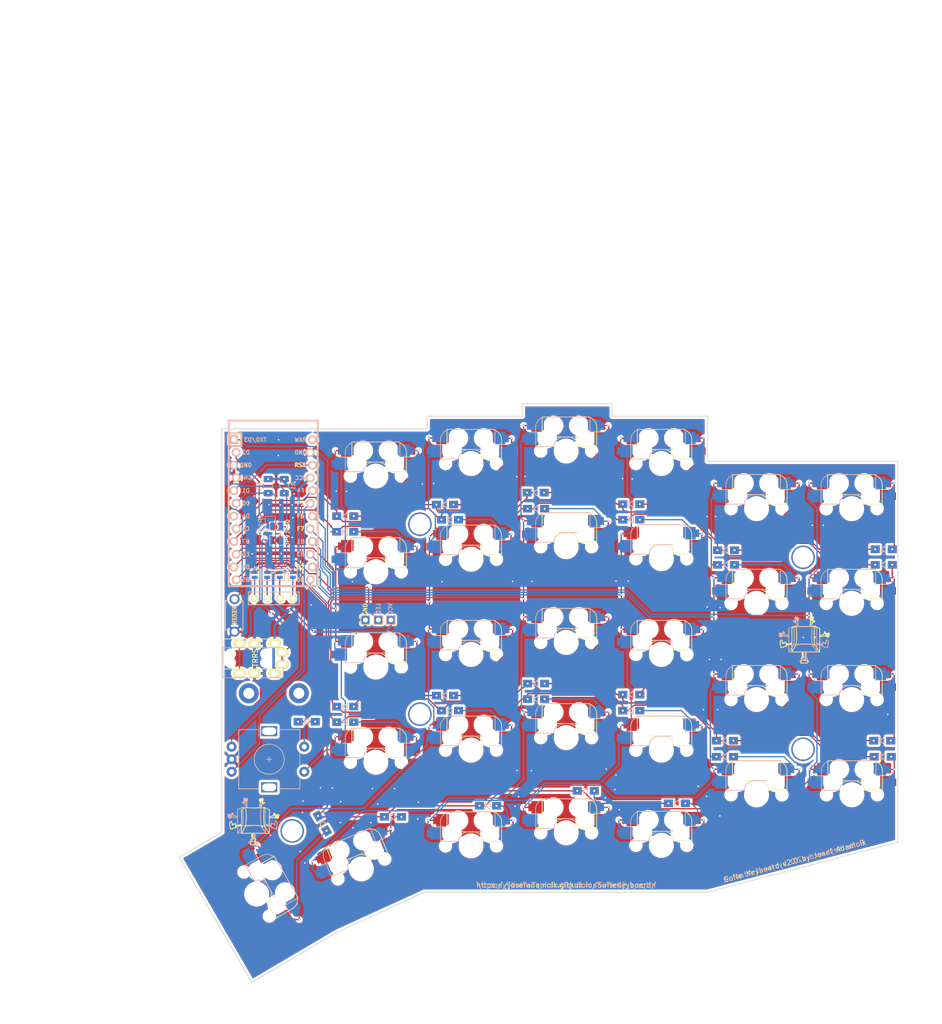
<source format=kicad_pcb>
(kicad_pcb (version 20171130) (host pcbnew "(5.1.5-0-10_14)")
  (layers (0 F.Cu signal) (31 B.Cu signal) (34 B.Paste user) (35 F.Paste user) (36 B.SilkS user) (37 F.SilkS user) (38 B.Mask user) (39 F.Mask user) (44 Edge.Cuts user))
  (net 0 "")
  (net 1 "Net-(D1-Pad2)")
  (net 2 row4)
  (net 3 "Net-(D2-Pad2)")
  (net 4 "Net-(D3-Pad2)")
  (net 5 row0)
  (net 6 "Net-(D4-Pad2)")
  (net 7 row1)
  (net 8 "Net-(D5-Pad2)")
  (net 9 row2)
  (net 10 "Net-(D6-Pad2)")
  (net 11 row3)
  (net 12 "Net-(D7-Pad2)")
  (net 13 "Net-(D8-Pad2)")
  (net 14 "Net-(D9-Pad2)")
  (net 15 "Net-(D10-Pad2)")
  (net 16 "Net-(D11-Pad2)")
  (net 17 "Net-(D12-Pad2)")
  (net 18 "Net-(D13-Pad2)")
  (net 19 "Net-(D14-Pad2)")
  (net 20 "Net-(D15-Pad2)")
  (net 21 "Net-(D16-Pad2)")
  (net 22 "Net-(D17-Pad2)")
  (net 23 "Net-(D18-Pad2)")
  (net 24 "Net-(D19-Pad2)")
  (net 25 "Net-(D20-Pad2)")
  (net 26 "Net-(D21-Pad2)")
  (net 27 "Net-(D22-Pad2)")
  (net 28 "Net-(D23-Pad2)")
  (net 29 "Net-(D24-Pad2)")
  (net 30 "Net-(D26-Pad2)")
  (net 31 "Net-(D27-Pad2)")
  (net 32 "Net-(D28-Pad2)")
  (net 33 VCC)
  (net 34 GND)
  (net 35 col0)
  (net 36 col1)
  (net 37 col2)
  (net 38 col3)
  (net 39 col4)
  (net 40 SDA)
  (net 41 LED)
  (net 42 SCL)
  (net 43 RESET)
  (net 44 "Net-(D29-Pad2)")
  (net 45 DATA)
  (net 46 "Net-(J3-Pad1)")
  (net 47 "Net-(J3-Pad2)")
  (net 48 "Net-(J3-Pad3)")
  (net 49 "Net-(J3-Pad4)")
  (net 50 "Net-(D30-Pad2)")
  (net 51 SW25B)
  (net 52 SW25A)
  (net 53 ENCB)
  (net 54 ENCA)
  (net 55 /i2c_c)
  (net 56 /i2c_d)
  (module SofleKeyboard-footprint:SofleLogoSmall (layer B.Cu) (at 205.28 89.752 180)
    (fp_text reference Ref** hide)
    (fp_text value Val** hide)
  )
  (module SofleKeyboard-footprint:SofleLogoSmall (layer F.Cu) (at 206.78 89.752)
    (fp_text reference Ref** hide)
    (fp_text value Val** hide)
  )
  (module SofleKeyboard-footprint:SofleLogoSmall (layer B.Cu) (at 95.23 125.902 180)
    (fp_text reference Ref** hide)
    (fp_text value Val** hide)
  )
  (module SofleKeyboard-footprint:SofleLogoSmall (layer F.Cu) (at 96.88 125.952)
    (fp_text reference Ref** hide)
    (fp_text value Val** hide)
  )
  (module SofleKeyboard-footprint:TACT_SWITCH_TVBP06 (layer F.Cu) (at 92.28 77.802 90)
    (fp_text reference RSW1 hide)
    (fp_text value SW_RST hide)
    (fp_text user RESET (at 0 0 90) (layer B.SilkS) (effects (font (size 0.8 0.8)) (justify mirror)))
    (fp_text user RESET (at 0 0 -90) (layer F.SilkS) (effects (font (size 0.8 0.8))))
    (pad 2 thru_hole circle (at 3.25 0 90) (size 2 2) (drill 1.3) (layers *.Cu *.Mask) (net 43 RESET))
    (pad 1 thru_hole circle (at -3.25 0 90) (size 2 2) (drill 1.3) (layers *.Cu *.Mask) (net 34 GND))
  )
  (module SofleKeyboard-footprint:MJ-4PP-9 (layer F.Cu) (at 89.98 85.502 90)
    (fp_text reference J2)
    (fp_text value 4PIN hide)
    (fp_text user TRRS (at -0.75 6.45 90) (layer F.SilkS))
    (fp_text user TRRS (at -0.75 6.45 90) (layer F.SilkS))
    (pad "" np_thru_hole circle (at -1.75 8.5 90) (size 1.2 1.2) (drill 1.2) (layers *.Cu *.Mask F.SilkS))
    (pad "" np_thru_hole circle (at -1.75 1.5 90) (size 1.2 1.2) (drill 1.2) (layers *.Cu *.Mask F.SilkS))
    (pad 1 thru_hole oval (at -3.85 10.3 90) (size 1.7 2.5) (drill oval 1 1.5) (layers *.Cu *.Mask F.SilkS) (net 33 VCC) (clearance 0.15))
    (pad 4 thru_hole oval (at 0.35 11.8 90) (size 1.7 2.5) (drill oval 1 1.5) (layers *.Cu *.Mask F.SilkS) (net 55 /i2c_c) (clearance 0.15))
    (pad 3 thru_hole oval (at -3.85 3.3 90) (size 1.7 2.5) (drill oval 1 1.5) (layers *.Cu *.Mask F.SilkS) (net 56 /i2c_d))
    (pad 2 thru_hole oval (at -3.85 6.3 90) (size 1.7 2.5) (drill oval 1 1.5) (layers *.Cu *.Mask F.SilkS) (net 34 GND))
    (pad "" np_thru_hole circle (at 0 1.5 90) (size 1.2 1.2) (drill 1.2) (layers *.Cu *.Mask F.SilkS))
    (pad "" np_thru_hole circle (at 0 8.5 90) (size 1.2 1.2) (drill 1.2) (layers *.Cu *.Mask F.SilkS))
    (pad 3 thru_hole oval (at 2.1 3.3 90) (size 1.7 2.5) (drill oval 1 1.5) (layers *.Cu *.Mask F.SilkS) (net 56 /i2c_d))
    (pad 2 thru_hole oval (at 2.1 6.3 90) (size 1.7 2.5) (drill oval 1 1.5) (layers *.Cu *.Mask F.SilkS) (net 34 GND))
    (pad 1 thru_hole oval (at 2.1 10.3 90) (size 1.7 2.5) (drill oval 1 1.5) (layers *.Cu *.Mask F.SilkS) (net 33 VCC) (clearance 0.15))
    (pad 4 thru_hole oval (at -2.1 11.8 90) (size 1.7 2.5) (drill oval 1 1.5) (layers *.Cu *.Mask F.SilkS) (net 55 /i2c_c) (clearance 0.15))
  )
  (module SofleKeyboard-footprint:ArduinoProMicro-ZigZag-DoubleSided (layer F.Cu) (at 100 56.71 270)
    (fp_text reference U1 hide)
    (fp_text value ProMicro hide)
    (fp_text user ST (at -8.92 -5.73312) (layer F.SilkS) (effects (font (size 0.8 0.8))))
    (fp_text user TX0/D3 (at -13.97 3.571872) (layer B.SilkS) (effects (font (size 0.8 0.8)) (justify mirror)))
    (fp_text user TX0/D3 (at -13.97 3.571872) (layer B.SilkS) (effects (font (size 0.8 0.8)) (justify mirror)))
    (fp_text user D2 (at -11.43 5.461) (layer B.SilkS) (effects (font (size 0.8 0.8)) (justify mirror)))
    (fp_text user D0 (at -1.27 5.461) (layer B.SilkS) (effects (font (size 0.8 0.8)) (justify mirror)))
    (fp_text user D1 (at -3.81 5.461) (layer B.SilkS) (effects (font (size 0.8 0.8)) (justify mirror)))
    (fp_text user GND (at -6.35 5.461) (layer B.SilkS) (effects (font (size 0.8 0.8)) (justify mirror)))
    (fp_text user GND (at -8.89 5.461) (layer F.SilkS) (effects (font (size 0.8 0.8))))
    (fp_text user D4 (at 1.27 5.461) (layer B.SilkS) (effects (font (size 0.8 0.8)) (justify mirror)))
    (fp_text user C6 (at 3.81 5.461) (layer B.SilkS) (effects (font (size 0.8 0.8)) (justify mirror)))
    (fp_text user D7 (at 6.35 5.461) (layer B.SilkS) (effects (font (size 0.8 0.8)) (justify mirror)))
    (fp_text user E6 (at 8.89 5.461) (layer B.SilkS) (effects (font (size 0.8 0.8)) (justify mirror)))
    (fp_text user B4 (at 11.43 5.461) (layer B.SilkS) (effects (font (size 0.8 0.8)) (justify mirror)))
    (fp_text user B5 (at 13.97 5.461) (layer B.SilkS) (effects (font (size 0.8 0.8)) (justify mirror)))
    (fp_text user B6 (at 13.97 -5.461) (layer B.SilkS) (effects (font (size 0.8 0.8)) (justify mirror)))
    (fp_text user B2 (at 11.43 -5.461) (layer F.SilkS) (effects (font (size 0.8 0.8))))
    (fp_text user B3 (at 8.89 -5.461) (layer B.SilkS) (effects (font (size 0.8 0.8)) (justify mirror)))
    (fp_text user B1 (at 6.35 -5.461) (layer B.SilkS) (effects (font (size 0.8 0.8)) (justify mirror)))
    (fp_text user F7 (at 3.81 -5.461) (layer F.SilkS) (effects (font (size 0.8 0.8))))
    (fp_text user F6 (at 1.27 -5.461) (layer F.SilkS) (effects (font (size 0.8 0.8))))
    (fp_text user F5 (at -1.27 -5.461) (layer F.SilkS) (effects (font (size 0.8 0.8))))
    (fp_text user F4 (at -3.81 -5.461) (layer B.SilkS) (effects (font (size 0.8 0.8)) (justify mirror)))
    (fp_text user VCC (at -6.35 -5.461) (layer B.SilkS) (effects (font (size 0.8 0.8)) (justify mirror)))
    (fp_text user ST (at -8.92 -5.73312) (layer F.SilkS) (effects (font (size 0.8 0.8))))
    (fp_text user GND (at -11.43 -5.461) (layer F.SilkS) (effects (font (size 0.8 0.8))))
    (fp_text user RAW (at -13.97 -5.461) (layer B.SilkS) (effects (font (size 0.8 0.8)) (justify mirror)))
    (fp_text user RAW (at -13.97 -5.461) (layer B.SilkS) (effects (font (size 0.8 0.8)) (justify mirror)))
    (fp_text user GND (at -11.43 -5.461) (layer B.SilkS) (effects (font (size 0.8 0.8)) (justify mirror)))
    (fp_text user VCC (at -6.35 -5.461) (layer B.SilkS) (effects (font (size 0.8 0.8)) (justify mirror)))
    (fp_text user F4 (at -3.81 -5.461) (layer B.SilkS) (effects (font (size 0.8 0.8)) (justify mirror)))
    (fp_text user F5 (at -1.27 -5.461) (layer F.SilkS) (effects (font (size 0.8 0.8))))
    (fp_text user F6 (at 1.27 -5.461) (layer F.SilkS) (effects (font (size 0.8 0.8))))
    (fp_text user F7 (at 3.81 -5.461) (layer F.SilkS) (effects (font (size 0.8 0.8))))
    (fp_text user B1 (at 6.35 -5.461) (layer B.SilkS) (effects (font (size 0.8 0.8)) (justify mirror)))
    (fp_text user B3 (at 8.89 -5.461) (layer B.SilkS) (effects (font (size 0.8 0.8)) (justify mirror)))
    (fp_text user B2 (at 11.43 -5.461) (layer F.SilkS) (effects (font (size 0.8 0.8))))
    (fp_text user B6 (at 13.97 -5.461) (layer B.SilkS) (effects (font (size 0.8 0.8)) (justify mirror)))
    (fp_text user B5 (at 13.97 5.461) (layer B.SilkS) (effects (font (size 0.8 0.8)) (justify mirror)))
    (fp_text user B4 (at 11.43 5.461) (layer B.SilkS) (effects (font (size 0.8 0.8)) (justify mirror)))
    (fp_text user E6 (at 8.89 5.461) (layer B.SilkS) (effects (font (size 0.8 0.8)) (justify mirror)))
    (fp_text user D7 (at 6.35 5.461) (layer B.SilkS) (effects (font (size 0.8 0.8)) (justify mirror)))
    (fp_text user C6 (at 3.81 5.461) (layer B.SilkS) (effects (font (size 0.8 0.8)) (justify mirror)))
    (fp_text user D4 (at 1.27 5.461) (layer B.SilkS) (effects (font (size 0.8 0.8)) (justify mirror)))
    (fp_text user GND (at -8.89 5.461) (layer B.SilkS) (effects (font (size 0.8 0.8)) (justify mirror)))
    (fp_text user GND (at -6.35 5.461) (layer B.SilkS) (effects (font (size 0.8 0.8)) (justify mirror)))
    (fp_text user D1 (at -3.81 5.461) (layer B.SilkS) (effects (font (size 0.8 0.8)) (justify mirror)))
    (fp_text user D0 (at -1.27 5.461) (layer B.SilkS) (effects (font (size 0.8 0.8)) (justify mirror)))
    (fp_text user D2 (at -11.43 5.461) (layer B.SilkS) (effects (font (size 0.8 0.8)) (justify mirror)))
    (pad 24 thru_hole circle (at -13.97 -7.8486 270) (size 1.7526 1.7526) (drill 1.0922) (layers *.Cu *.SilkS *.Mask))
    (pad 12 thru_hole circle (at 13.97 7.3914 270) (size 1.7526 1.7526) (drill 1.0922) (layers *.Cu *.SilkS *.Mask) (net 2 row4))
    (pad 23 thru_hole circle (at -11.43 -7.3914 270) (size 1.7526 1.7526) (drill 1.0922) (layers *.Cu *.SilkS *.Mask) (net 34 GND))
    (pad 22 thru_hole circle (at -8.89 -7.8486 270) (size 1.7526 1.7526) (drill 1.0922) (layers *.Cu *.SilkS *.Mask) (net 43 RESET))
    (pad 21 thru_hole circle (at -6.35 -7.3914 270) (size 1.7526 1.7526) (drill 1.0922) (layers *.Cu *.SilkS *.Mask) (net 33 VCC))
    (pad 20 thru_hole circle (at -3.81 -7.8486 270) (size 1.7526 1.7526) (drill 1.0922) (layers *.Cu *.SilkS *.Mask) (net 54 ENCA))
    (pad 19 thru_hole circle (at -1.27 -7.3914 270) (size 1.7526 1.7526) (drill 1.0922) (layers *.Cu *.SilkS *.Mask) (net 53 ENCB))
    (pad 18 thru_hole circle (at 1.27 -7.8486 270) (size 1.7526 1.7526) (drill 1.0922) (layers *.Cu *.SilkS *.Mask) (net 35 col0))
    (pad 17 thru_hole circle (at 3.81 -7.3914 270) (size 1.7526 1.7526) (drill 1.0922) (layers *.Cu *.SilkS *.Mask) (net 36 col1))
    (pad 16 thru_hole circle (at 6.35 -7.8486 270) (size 1.7526 1.7526) (drill 1.0922) (layers *.Cu *.SilkS *.Mask) (net 37 col2))
    (pad 15 thru_hole circle (at 8.89 -7.3914 270) (size 1.7526 1.7526) (drill 1.0922) (layers *.Cu *.SilkS *.Mask) (net 38 col3))
    (pad 14 thru_hole circle (at 11.43 -7.8486 270) (size 1.7526 1.7526) (drill 1.0922) (layers *.Cu *.SilkS *.Mask) (net 39 col4))
    (pad 13 thru_hole circle (at 13.97 -7.3914 270) (size 1.7526 1.7526) (drill 1.0922) (layers *.Cu *.SilkS *.Mask) (net 52 SW25A))
    (pad 11 thru_hole circle (at 11.43 7.8486 270) (size 1.7526 1.7526) (drill 1.0922) (layers *.Cu *.SilkS *.Mask) (net 11 row3))
    (pad 10 thru_hole circle (at 8.89 7.3914 270) (size 1.7526 1.7526) (drill 1.0922) (layers *.Cu *.SilkS *.Mask) (net 9 row2))
    (pad 9 thru_hole circle (at 6.35 7.8486 270) (size 1.7526 1.7526) (drill 1.0922) (layers *.Cu *.SilkS *.Mask) (net 7 row1))
    (pad 8 thru_hole circle (at 3.81 7.3914 270) (size 1.7526 1.7526) (drill 1.0922) (layers *.Cu *.SilkS *.Mask) (net 5 row0))
    (pad 7 thru_hole circle (at 1.27 7.8486 270) (size 1.7526 1.7526) (drill 1.0922) (layers *.Cu *.SilkS *.Mask))
    (pad 6 thru_hole circle (at -1.27 7.3914 270) (size 1.7526 1.7526) (drill 1.0922) (layers *.Cu *.SilkS *.Mask) (net 42 SCL))
    (pad 5 thru_hole circle (at -3.81 7.8486 270) (size 1.7526 1.7526) (drill 1.0922) (layers *.Cu *.SilkS *.Mask) (net 40 SDA))
    (pad 4 thru_hole circle (at -6.35 7.3914 270) (size 1.7526 1.7526) (drill 1.0922) (layers *.Cu *.SilkS *.Mask) (net 34 GND))
    (pad 3 thru_hole circle (at -8.89 7.8486 270) (size 1.7526 1.7526) (drill 1.0922) (layers *.Cu *.SilkS *.Mask) (net 34 GND))
    (pad 2 thru_hole circle (at -11.43 7.3914 270) (size 1.7526 1.7526) (drill 1.0922) (layers *.Cu *.SilkS *.Mask) (net 45 DATA))
    (pad 1 thru_hole rect (at -13.97 7.8486 270) (size 1.7526 1.7526) (drill 1.0922) (layers *.Cu *.SilkS *.Mask) (net 41 LED))
  )
  (module SofleKeyboard-footprint:CherryMX_Hotswap_1.5 (layer F.Cu) (at 96.7 133.41 300)
    (fp_text reference SW26 hide)
    (fp_text value SW_PUSH hide)
    (pad 1 smd custom (at -7.2 -5.1 300) (size 0.7 1.5) (layers F.Cu F.Paste F.Mask) (net 39 col4) (options (clearance outline) (anchor rect)) (primitives (gr_poly (pts (xy 0.3 -1.2) (xy 0.3 1.2) (xy 2.1 1.2) (xy 2.7 0.8) (xy 2.7 -1.2)) (width 0.1))))
    (pad 2 smd custom (at 7.2 -5.1 300) (size 0.7 1.5) (layers B.Cu B.Paste B.Mask) (net 30 "Net-(D26-Pad2)") (options (clearance outline) (anchor rect)) (primitives (gr_poly (pts (xy -0.4 -1.2) (xy -2.8 -1.2) (xy -2.8 0.8) (xy -2.3 1.2) (xy -0.4 1.2)) (width 0.1))))
    (pad 1 smd custom (at -8.5 -2.5 300) (size 0.7 1.5) (layers B.Cu B.Paste B.Mask) (net 39 col4) (options (clearance outline) (anchor rect)) (primitives (gr_poly (pts (xy 0.3 -1.2) (xy 2.7 -1.2) (xy 2.7 1.2) (xy 0.3 1.2)) (width 0.1))))
    (pad 2 smd custom (at 8.5 -2.5 300) (size 0.7 1.5) (layers F.Cu F.Paste F.Mask) (net 30 "Net-(D26-Pad2)") (options (clearance outline) (anchor rect)) (primitives (gr_poly (pts (xy -2.8 -1.2) (xy -0.4 -1.2) (xy -0.4 1.2) (xy -2.8 1.2)) (width 0.1))))
    (pad "" np_thru_hole circle (at -3.81 -2.540001 120) (size 3 3) (drill 3) (layers *.Cu *.Mask))
    (pad "" np_thru_hole circle (at -5.08 0 300) (size 1.7 1.7) (drill 1.7) (layers *.Cu *.Mask))
    (pad "" np_thru_hole circle (at 5.08 0 300) (size 1.7 1.7) (drill 1.7) (layers *.Cu *.Mask))
    (pad "" np_thru_hole circle (at 0 0 30) (size 4 4) (drill 4) (layers *.Cu *.Mask))
    (pad "" np_thru_hole circle (at 2.54 -5.08 120) (size 3 3) (drill 3) (layers *.Cu *.Mask))
    (pad "" np_thru_hole circle (at -2.54 -5.08 120) (size 3 3) (drill 3) (layers *.Cu *.Mask))
    (pad "" np_thru_hole circle (at 3.81 -2.54 120) (size 3 3) (drill 3) (layers *.Cu *.Mask))
  )
  (module SofleKeyboard-footprint:CherryMX_Hotswap (layer F.Cu) (at 177.5 123.7)
    (fp_text reference SW30 hide)
    (fp_text value SW_PUSH hide)
    (pad 1 smd custom (at -7.2 -5.1) (size 0.7 1.5) (layers F.Cu F.Paste F.Mask) (net 35 col0) (options (clearance outline) (anchor rect)) (primitives (gr_poly (pts (xy 0.3 -1.2) (xy 0.3 1.2) (xy 2.1 1.2) (xy 2.7 0.8) (xy 2.7 -1.2)) (width 0.1))))
    (pad 2 smd custom (at 7.2 -5.1) (size 0.7 1.5) (layers B.Cu B.Paste B.Mask) (net 50 "Net-(D30-Pad2)") (options (clearance outline) (anchor rect)) (primitives (gr_poly (pts (xy -0.4 -1.2) (xy -2.8 -1.2) (xy -2.8 0.8) (xy -2.3 1.2) (xy -0.4 1.2)) (width 0.1))))
    (pad 1 smd custom (at -8.5 -2.5) (size 0.7 1.5) (layers B.Cu B.Paste B.Mask) (net 35 col0) (options (clearance outline) (anchor rect)) (primitives (gr_poly (pts (xy 0.3 -1.2) (xy 2.7 -1.2) (xy 2.7 1.2) (xy 0.3 1.2)) (width 0.1))))
    (pad 2 smd custom (at 8.5 -2.5) (size 0.7 1.5) (layers F.Cu F.Paste F.Mask) (net 50 "Net-(D30-Pad2)") (options (clearance outline) (anchor rect)) (primitives (gr_poly (pts (xy -2.8 -1.2) (xy -0.4 -1.2) (xy -0.4 1.2) (xy -2.8 1.2)) (width 0.1))))
    (pad "" np_thru_hole circle (at -3.81 -2.540001 180) (size 3 3) (drill 3) (layers *.Cu *.Mask))
    (pad "" np_thru_hole circle (at -5.08 0) (size 1.7 1.7) (drill 1.7) (layers *.Cu *.Mask))
    (pad "" np_thru_hole circle (at 5.08 0) (size 1.7 1.7) (drill 1.7) (layers *.Cu *.Mask))
    (pad "" np_thru_hole circle (at 0 0 90) (size 4 4) (drill 4) (layers *.Cu *.Mask))
    (pad "" np_thru_hole circle (at 2.54 -5.08 180) (size 3 3) (drill 3) (layers *.Cu *.Mask))
    (pad "" np_thru_hole circle (at -2.54 -5.08 180) (size 3 3) (drill 3) (layers *.Cu *.Mask))
    (pad "" np_thru_hole circle (at 3.81 -2.54 180) (size 3 3) (drill 3) (layers *.Cu *.Mask))
  )
  (module SofleKeyboard-footprint:CherryMX_Hotswap (layer F.Cu) (at 158.5 121.2)
    (fp_text reference SW29 hide)
    (fp_text value SW_PUSH hide)
    (pad 1 smd custom (at -7.2 -5.1) (size 0.7 1.5) (layers F.Cu F.Paste F.Mask) (net 36 col1) (options (clearance outline) (anchor rect)) (primitives (gr_poly (pts (xy 0.3 -1.2) (xy 0.3 1.2) (xy 2.1 1.2) (xy 2.7 0.8) (xy 2.7 -1.2)) (width 0.1))))
    (pad 2 smd custom (at 7.2 -5.1) (size 0.7 1.5) (layers B.Cu B.Paste B.Mask) (net 44 "Net-(D29-Pad2)") (options (clearance outline) (anchor rect)) (primitives (gr_poly (pts (xy -0.4 -1.2) (xy -2.8 -1.2) (xy -2.8 0.8) (xy -2.3 1.2) (xy -0.4 1.2)) (width 0.1))))
    (pad 1 smd custom (at -8.5 -2.5) (size 0.7 1.5) (layers B.Cu B.Paste B.Mask) (net 36 col1) (options (clearance outline) (anchor rect)) (primitives (gr_poly (pts (xy 0.3 -1.2) (xy 2.7 -1.2) (xy 2.7 1.2) (xy 0.3 1.2)) (width 0.1))))
    (pad 2 smd custom (at 8.5 -2.5) (size 0.7 1.5) (layers F.Cu F.Paste F.Mask) (net 44 "Net-(D29-Pad2)") (options (clearance outline) (anchor rect)) (primitives (gr_poly (pts (xy -2.8 -1.2) (xy -0.4 -1.2) (xy -0.4 1.2) (xy -2.8 1.2)) (width 0.1))))
    (pad "" np_thru_hole circle (at -3.81 -2.540001 180) (size 3 3) (drill 3) (layers *.Cu *.Mask))
    (pad "" np_thru_hole circle (at -5.08 0) (size 1.7 1.7) (drill 1.7) (layers *.Cu *.Mask))
    (pad "" np_thru_hole circle (at 5.08 0) (size 1.7 1.7) (drill 1.7) (layers *.Cu *.Mask))
    (pad "" np_thru_hole circle (at 0 0 90) (size 4 4) (drill 4) (layers *.Cu *.Mask))
    (pad "" np_thru_hole circle (at 2.54 -5.08 180) (size 3 3) (drill 3) (layers *.Cu *.Mask))
    (pad "" np_thru_hole circle (at -2.54 -5.08 180) (size 3 3) (drill 3) (layers *.Cu *.Mask))
    (pad "" np_thru_hole circle (at 3.81 -2.54 180) (size 3 3) (drill 3) (layers *.Cu *.Mask))
  )
  (module SofleKeyboard-footprint:CherryMX_Hotswap (layer F.Cu) (at 139.5 123.8)
    (fp_text reference SW28 hide)
    (fp_text value SW_PUSH hide)
    (pad 1 smd custom (at -7.2 -5.1) (size 0.7 1.5) (layers F.Cu F.Paste F.Mask) (net 37 col2) (options (clearance outline) (anchor rect)) (primitives (gr_poly (pts (xy 0.3 -1.2) (xy 0.3 1.2) (xy 2.1 1.2) (xy 2.7 0.8) (xy 2.7 -1.2)) (width 0.1))))
    (pad 2 smd custom (at 7.2 -5.1) (size 0.7 1.5) (layers B.Cu B.Paste B.Mask) (net 32 "Net-(D28-Pad2)") (options (clearance outline) (anchor rect)) (primitives (gr_poly (pts (xy -0.4 -1.2) (xy -2.8 -1.2) (xy -2.8 0.8) (xy -2.3 1.2) (xy -0.4 1.2)) (width 0.1))))
    (pad 1 smd custom (at -8.5 -2.5) (size 0.7 1.5) (layers B.Cu B.Paste B.Mask) (net 37 col2) (options (clearance outline) (anchor rect)) (primitives (gr_poly (pts (xy 0.3 -1.2) (xy 2.7 -1.2) (xy 2.7 1.2) (xy 0.3 1.2)) (width 0.1))))
    (pad 2 smd custom (at 8.5 -2.5) (size 0.7 1.5) (layers F.Cu F.Paste F.Mask) (net 32 "Net-(D28-Pad2)") (options (clearance outline) (anchor rect)) (primitives (gr_poly (pts (xy -2.8 -1.2) (xy -0.4 -1.2) (xy -0.4 1.2) (xy -2.8 1.2)) (width 0.1))))
    (pad "" np_thru_hole circle (at -3.81 -2.540001 180) (size 3 3) (drill 3) (layers *.Cu *.Mask))
    (pad "" np_thru_hole circle (at -5.08 0) (size 1.7 1.7) (drill 1.7) (layers *.Cu *.Mask))
    (pad "" np_thru_hole circle (at 5.08 0) (size 1.7 1.7) (drill 1.7) (layers *.Cu *.Mask))
    (pad "" np_thru_hole circle (at 0 0 90) (size 4 4) (drill 4) (layers *.Cu *.Mask))
    (pad "" np_thru_hole circle (at 2.54 -5.08 180) (size 3 3) (drill 3) (layers *.Cu *.Mask))
    (pad "" np_thru_hole circle (at -2.54 -5.08 180) (size 3 3) (drill 3) (layers *.Cu *.Mask))
    (pad "" np_thru_hole circle (at 3.81 -2.54 180) (size 3 3) (drill 3) (layers *.Cu *.Mask))
  )
  (module SofleKeyboard-footprint:CherryMX_Hotswap (layer F.Cu) (at 117.6 128.4 23)
    (fp_text reference SW27 hide)
    (fp_text value SW_PUSH hide)
    (pad 1 smd custom (at -7.2 -5.1 23) (size 0.7 1.5) (layers F.Cu F.Paste F.Mask) (net 38 col3) (options (clearance outline) (anchor rect)) (primitives (gr_poly (pts (xy 0.3 -1.2) (xy 0.3 1.2) (xy 2.1 1.2) (xy 2.7 0.8) (xy 2.7 -1.2)) (width 0.1))))
    (pad 2 smd custom (at 7.2 -5.1 23) (size 0.7 1.5) (layers B.Cu B.Paste B.Mask) (net 31 "Net-(D27-Pad2)") (options (clearance outline) (anchor rect)) (primitives (gr_poly (pts (xy -0.4 -1.2) (xy -2.8 -1.2) (xy -2.8 0.8) (xy -2.3 1.2) (xy -0.4 1.2)) (width 0.1))))
    (pad 1 smd custom (at -8.5 -2.5 23) (size 0.7 1.5) (layers B.Cu B.Paste B.Mask) (net 38 col3) (options (clearance outline) (anchor rect)) (primitives (gr_poly (pts (xy 0.3 -1.2) (xy 2.7 -1.2) (xy 2.7 1.2) (xy 0.3 1.2)) (width 0.1))))
    (pad 2 smd custom (at 8.5 -2.5 23) (size 0.7 1.5) (layers F.Cu F.Paste F.Mask) (net 31 "Net-(D27-Pad2)") (options (clearance outline) (anchor rect)) (primitives (gr_poly (pts (xy -2.8 -1.2) (xy -0.4 -1.2) (xy -0.4 1.2) (xy -2.8 1.2)) (width 0.1))))
    (pad "" np_thru_hole circle (at -3.81 -2.540001 203) (size 3 3) (drill 3) (layers *.Cu *.Mask))
    (pad "" np_thru_hole circle (at -5.08 0 23) (size 1.7 1.7) (drill 1.7) (layers *.Cu *.Mask))
    (pad "" np_thru_hole circle (at 5.08 0 23) (size 1.7 1.7) (drill 1.7) (layers *.Cu *.Mask))
    (pad "" np_thru_hole circle (at 0 0 113) (size 4 4) (drill 4) (layers *.Cu *.Mask))
    (pad "" np_thru_hole circle (at 2.54 -5.08 203) (size 3 3) (drill 3) (layers *.Cu *.Mask))
    (pad "" np_thru_hole circle (at -2.54 -5.08 203) (size 3 3) (drill 3) (layers *.Cu *.Mask))
    (pad "" np_thru_hole circle (at 3.81 -2.54 203) (size 3 3) (drill 3) (layers *.Cu *.Mask))
  )
  (module SofleKeyboard-footprint:CherryMX_Hotswap (layer F.Cu) (at 215.55 113.6)
    (fp_text reference SW24 hide)
    (fp_text value SW_PUSH hide)
    (pad 1 smd custom (at -7.2 -5.1) (size 0.7 1.5) (layers F.Cu F.Paste F.Mask) (net 35 col0) (options (clearance outline) (anchor rect)) (primitives (gr_poly (pts (xy 0.3 -1.2) (xy 0.3 1.2) (xy 2.1 1.2) (xy 2.7 0.8) (xy 2.7 -1.2)) (width 0.1))))
    (pad 2 smd custom (at 7.2 -5.1) (size 0.7 1.5) (layers B.Cu B.Paste B.Mask) (net 29 "Net-(D24-Pad2)") (options (clearance outline) (anchor rect)) (primitives (gr_poly (pts (xy -0.4 -1.2) (xy -2.8 -1.2) (xy -2.8 0.8) (xy -2.3 1.2) (xy -0.4 1.2)) (width 0.1))))
    (pad 1 smd custom (at -8.5 -2.5) (size 0.7 1.5) (layers B.Cu B.Paste B.Mask) (net 35 col0) (options (clearance outline) (anchor rect)) (primitives (gr_poly (pts (xy 0.3 -1.2) (xy 2.7 -1.2) (xy 2.7 1.2) (xy 0.3 1.2)) (width 0.1))))
    (pad 2 smd custom (at 8.5 -2.5) (size 0.7 1.5) (layers F.Cu F.Paste F.Mask) (net 29 "Net-(D24-Pad2)") (options (clearance outline) (anchor rect)) (primitives (gr_poly (pts (xy -2.8 -1.2) (xy -0.4 -1.2) (xy -0.4 1.2) (xy -2.8 1.2)) (width 0.1))))
    (pad "" np_thru_hole circle (at -3.81 -2.540001 180) (size 3 3) (drill 3) (layers *.Cu *.Mask))
    (pad "" np_thru_hole circle (at -5.08 0) (size 1.7 1.7) (drill 1.7) (layers *.Cu *.Mask))
    (pad "" np_thru_hole circle (at 5.08 0) (size 1.7 1.7) (drill 1.7) (layers *.Cu *.Mask))
    (pad "" np_thru_hole circle (at 0 0 90) (size 4 4) (drill 4) (layers *.Cu *.Mask))
    (pad "" np_thru_hole circle (at 2.54 -5.08 180) (size 3 3) (drill 3) (layers *.Cu *.Mask))
    (pad "" np_thru_hole circle (at -2.54 -5.08 180) (size 3 3) (drill 3) (layers *.Cu *.Mask))
    (pad "" np_thru_hole circle (at 3.81 -2.54 180) (size 3 3) (drill 3) (layers *.Cu *.Mask))
  )
  (module SofleKeyboard-footprint:CherryMX_Hotswap (layer F.Cu) (at 196.5 113.6)
    (fp_text reference SW23 hide)
    (fp_text value SW_PUSH hide)
    (pad 1 smd custom (at -7.2 -5.1) (size 0.7 1.5) (layers F.Cu F.Paste F.Mask) (net 36 col1) (options (clearance outline) (anchor rect)) (primitives (gr_poly (pts (xy 0.3 -1.2) (xy 0.3 1.2) (xy 2.1 1.2) (xy 2.7 0.8) (xy 2.7 -1.2)) (width 0.1))))
    (pad 2 smd custom (at 7.2 -5.1) (size 0.7 1.5) (layers B.Cu B.Paste B.Mask) (net 28 "Net-(D23-Pad2)") (options (clearance outline) (anchor rect)) (primitives (gr_poly (pts (xy -0.4 -1.2) (xy -2.8 -1.2) (xy -2.8 0.8) (xy -2.3 1.2) (xy -0.4 1.2)) (width 0.1))))
    (pad 1 smd custom (at -8.5 -2.5) (size 0.7 1.5) (layers B.Cu B.Paste B.Mask) (net 36 col1) (options (clearance outline) (anchor rect)) (primitives (gr_poly (pts (xy 0.3 -1.2) (xy 2.7 -1.2) (xy 2.7 1.2) (xy 0.3 1.2)) (width 0.1))))
    (pad 2 smd custom (at 8.5 -2.5) (size 0.7 1.5) (layers F.Cu F.Paste F.Mask) (net 28 "Net-(D23-Pad2)") (options (clearance outline) (anchor rect)) (primitives (gr_poly (pts (xy -2.8 -1.2) (xy -0.4 -1.2) (xy -0.4 1.2) (xy -2.8 1.2)) (width 0.1))))
    (pad "" np_thru_hole circle (at -3.81 -2.540001 180) (size 3 3) (drill 3) (layers *.Cu *.Mask))
    (pad "" np_thru_hole circle (at -5.08 0) (size 1.7 1.7) (drill 1.7) (layers *.Cu *.Mask))
    (pad "" np_thru_hole circle (at 5.08 0) (size 1.7 1.7) (drill 1.7) (layers *.Cu *.Mask))
    (pad "" np_thru_hole circle (at 0 0 90) (size 4 4) (drill 4) (layers *.Cu *.Mask))
    (pad "" np_thru_hole circle (at 2.54 -5.08 180) (size 3 3) (drill 3) (layers *.Cu *.Mask))
    (pad "" np_thru_hole circle (at -2.54 -5.08 180) (size 3 3) (drill 3) (layers *.Cu *.Mask))
    (pad "" np_thru_hole circle (at 3.81 -2.54 180) (size 3 3) (drill 3) (layers *.Cu *.Mask))
  )
  (module SofleKeyboard-footprint:CherryMX_Hotswap (layer F.Cu) (at 177.5 104.7)
    (fp_text reference SW22 hide)
    (fp_text value SW_PUSH hide)
    (pad 1 smd custom (at -7.2 -5.1) (size 0.7 1.5) (layers F.Cu F.Paste F.Mask) (net 37 col2) (options (clearance outline) (anchor rect)) (primitives (gr_poly (pts (xy 0.3 -1.2) (xy 0.3 1.2) (xy 2.1 1.2) (xy 2.7 0.8) (xy 2.7 -1.2)) (width 0.1))))
    (pad 2 smd custom (at 7.2 -5.1) (size 0.7 1.5) (layers B.Cu B.Paste B.Mask) (net 27 "Net-(D22-Pad2)") (options (clearance outline) (anchor rect)) (primitives (gr_poly (pts (xy -0.4 -1.2) (xy -2.8 -1.2) (xy -2.8 0.8) (xy -2.3 1.2) (xy -0.4 1.2)) (width 0.1))))
    (pad 1 smd custom (at -8.5 -2.5) (size 0.7 1.5) (layers B.Cu B.Paste B.Mask) (net 37 col2) (options (clearance outline) (anchor rect)) (primitives (gr_poly (pts (xy 0.3 -1.2) (xy 2.7 -1.2) (xy 2.7 1.2) (xy 0.3 1.2)) (width 0.1))))
    (pad 2 smd custom (at 8.5 -2.5) (size 0.7 1.5) (layers F.Cu F.Paste F.Mask) (net 27 "Net-(D22-Pad2)") (options (clearance outline) (anchor rect)) (primitives (gr_poly (pts (xy -2.8 -1.2) (xy -0.4 -1.2) (xy -0.4 1.2) (xy -2.8 1.2)) (width 0.1))))
    (pad "" np_thru_hole circle (at -3.81 -2.540001 180) (size 3 3) (drill 3) (layers *.Cu *.Mask))
    (pad "" np_thru_hole circle (at -5.08 0) (size 1.7 1.7) (drill 1.7) (layers *.Cu *.Mask))
    (pad "" np_thru_hole circle (at 5.08 0) (size 1.7 1.7) (drill 1.7) (layers *.Cu *.Mask))
    (pad "" np_thru_hole circle (at 0 0 90) (size 4 4) (drill 4) (layers *.Cu *.Mask))
    (pad "" np_thru_hole circle (at 2.54 -5.08 180) (size 3 3) (drill 3) (layers *.Cu *.Mask))
    (pad "" np_thru_hole circle (at -2.54 -5.08 180) (size 3 3) (drill 3) (layers *.Cu *.Mask))
    (pad "" np_thru_hole circle (at 3.81 -2.54 180) (size 3 3) (drill 3) (layers *.Cu *.Mask))
  )
  (module SofleKeyboard-footprint:CherryMX_Hotswap (layer F.Cu) (at 158.5 102.2)
    (fp_text reference SW21 hide)
    (fp_text value SW_PUSH hide)
    (pad 1 smd custom (at -7.2 -5.1) (size 0.7 1.5) (layers F.Cu F.Paste F.Mask) (net 38 col3) (options (clearance outline) (anchor rect)) (primitives (gr_poly (pts (xy 0.3 -1.2) (xy 0.3 1.2) (xy 2.1 1.2) (xy 2.7 0.8) (xy 2.7 -1.2)) (width 0.1))))
    (pad 2 smd custom (at 7.2 -5.1) (size 0.7 1.5) (layers B.Cu B.Paste B.Mask) (net 26 "Net-(D21-Pad2)") (options (clearance outline) (anchor rect)) (primitives (gr_poly (pts (xy -0.4 -1.2) (xy -2.8 -1.2) (xy -2.8 0.8) (xy -2.3 1.2) (xy -0.4 1.2)) (width 0.1))))
    (pad 1 smd custom (at -8.5 -2.5) (size 0.7 1.5) (layers B.Cu B.Paste B.Mask) (net 38 col3) (options (clearance outline) (anchor rect)) (primitives (gr_poly (pts (xy 0.3 -1.2) (xy 2.7 -1.2) (xy 2.7 1.2) (xy 0.3 1.2)) (width 0.1))))
    (pad 2 smd custom (at 8.5 -2.5) (size 0.7 1.5) (layers F.Cu F.Paste F.Mask) (net 26 "Net-(D21-Pad2)") (options (clearance outline) (anchor rect)) (primitives (gr_poly (pts (xy -2.8 -1.2) (xy -0.4 -1.2) (xy -0.4 1.2) (xy -2.8 1.2)) (width 0.1))))
    (pad "" np_thru_hole circle (at -3.81 -2.540001 180) (size 3 3) (drill 3) (layers *.Cu *.Mask))
    (pad "" np_thru_hole circle (at -5.08 0) (size 1.7 1.7) (drill 1.7) (layers *.Cu *.Mask))
    (pad "" np_thru_hole circle (at 5.08 0) (size 1.7 1.7) (drill 1.7) (layers *.Cu *.Mask))
    (pad "" np_thru_hole circle (at 0 0 90) (size 4 4) (drill 4) (layers *.Cu *.Mask))
    (pad "" np_thru_hole circle (at 2.54 -5.08 180) (size 3 3) (drill 3) (layers *.Cu *.Mask))
    (pad "" np_thru_hole circle (at -2.54 -5.08 180) (size 3 3) (drill 3) (layers *.Cu *.Mask))
    (pad "" np_thru_hole circle (at 3.81 -2.54 180) (size 3 3) (drill 3) (layers *.Cu *.Mask))
  )
  (module SofleKeyboard-footprint:CherryMX_Hotswap (layer F.Cu) (at 139.5 104.7)
    (fp_text reference SW20 hide)
    (fp_text value SW_PUSH hide)
    (pad 1 smd custom (at -7.2 -5.1) (size 0.7 1.5) (layers F.Cu F.Paste F.Mask) (net 39 col4) (options (clearance outline) (anchor rect)) (primitives (gr_poly (pts (xy 0.3 -1.2) (xy 0.3 1.2) (xy 2.1 1.2) (xy 2.7 0.8) (xy 2.7 -1.2)) (width 0.1))))
    (pad 2 smd custom (at 7.2 -5.1) (size 0.7 1.5) (layers B.Cu B.Paste B.Mask) (net 25 "Net-(D20-Pad2)") (options (clearance outline) (anchor rect)) (primitives (gr_poly (pts (xy -0.4 -1.2) (xy -2.8 -1.2) (xy -2.8 0.8) (xy -2.3 1.2) (xy -0.4 1.2)) (width 0.1))))
    (pad 1 smd custom (at -8.5 -2.5) (size 0.7 1.5) (layers B.Cu B.Paste B.Mask) (net 39 col4) (options (clearance outline) (anchor rect)) (primitives (gr_poly (pts (xy 0.3 -1.2) (xy 2.7 -1.2) (xy 2.7 1.2) (xy 0.3 1.2)) (width 0.1))))
    (pad 2 smd custom (at 8.5 -2.5) (size 0.7 1.5) (layers F.Cu F.Paste F.Mask) (net 25 "Net-(D20-Pad2)") (options (clearance outline) (anchor rect)) (primitives (gr_poly (pts (xy -2.8 -1.2) (xy -0.4 -1.2) (xy -0.4 1.2) (xy -2.8 1.2)) (width 0.1))))
    (pad "" np_thru_hole circle (at -3.81 -2.540001 180) (size 3 3) (drill 3) (layers *.Cu *.Mask))
    (pad "" np_thru_hole circle (at -5.08 0) (size 1.7 1.7) (drill 1.7) (layers *.Cu *.Mask))
    (pad "" np_thru_hole circle (at 5.08 0) (size 1.7 1.7) (drill 1.7) (layers *.Cu *.Mask))
    (pad "" np_thru_hole circle (at 0 0 90) (size 4 4) (drill 4) (layers *.Cu *.Mask))
    (pad "" np_thru_hole circle (at 2.54 -5.08 180) (size 3 3) (drill 3) (layers *.Cu *.Mask))
    (pad "" np_thru_hole circle (at -2.54 -5.08 180) (size 3 3) (drill 3) (layers *.Cu *.Mask))
    (pad "" np_thru_hole circle (at 3.81 -2.54 180) (size 3 3) (drill 3) (layers *.Cu *.Mask))
  )
  (module SofleKeyboard-footprint:CherryMX_Hotswap (layer F.Cu) (at 120.5 107.1)
    (fp_text reference SW19 hide)
    (fp_text value SW_PUSH hide)
    (pad 1 smd custom (at -7.2 -5.1) (size 0.7 1.5) (layers F.Cu F.Paste F.Mask) (net 52 SW25A) (options (clearance outline) (anchor rect)) (primitives (gr_poly (pts (xy 0.3 -1.2) (xy 0.3 1.2) (xy 2.1 1.2) (xy 2.7 0.8) (xy 2.7 -1.2)) (width 0.1))))
    (pad 2 smd custom (at 7.2 -5.1) (size 0.7 1.5) (layers B.Cu B.Paste B.Mask) (net 24 "Net-(D19-Pad2)") (options (clearance outline) (anchor rect)) (primitives (gr_poly (pts (xy -0.4 -1.2) (xy -2.8 -1.2) (xy -2.8 0.8) (xy -2.3 1.2) (xy -0.4 1.2)) (width 0.1))))
    (pad 1 smd custom (at -8.5 -2.5) (size 0.7 1.5) (layers B.Cu B.Paste B.Mask) (net 52 SW25A) (options (clearance outline) (anchor rect)) (primitives (gr_poly (pts (xy 0.3 -1.2) (xy 2.7 -1.2) (xy 2.7 1.2) (xy 0.3 1.2)) (width 0.1))))
    (pad 2 smd custom (at 8.5 -2.5) (size 0.7 1.5) (layers F.Cu F.Paste F.Mask) (net 24 "Net-(D19-Pad2)") (options (clearance outline) (anchor rect)) (primitives (gr_poly (pts (xy -2.8 -1.2) (xy -0.4 -1.2) (xy -0.4 1.2) (xy -2.8 1.2)) (width 0.1))))
    (pad "" np_thru_hole circle (at -3.81 -2.540001 180) (size 3 3) (drill 3) (layers *.Cu *.Mask))
    (pad "" np_thru_hole circle (at -5.08 0) (size 1.7 1.7) (drill 1.7) (layers *.Cu *.Mask))
    (pad "" np_thru_hole circle (at 5.08 0) (size 1.7 1.7) (drill 1.7) (layers *.Cu *.Mask))
    (pad "" np_thru_hole circle (at 0 0 90) (size 4 4) (drill 4) (layers *.Cu *.Mask))
    (pad "" np_thru_hole circle (at 2.54 -5.08 180) (size 3 3) (drill 3) (layers *.Cu *.Mask))
    (pad "" np_thru_hole circle (at -2.54 -5.08 180) (size 3 3) (drill 3) (layers *.Cu *.Mask))
    (pad "" np_thru_hole circle (at 3.81 -2.54 180) (size 3 3) (drill 3) (layers *.Cu *.Mask))
  )
  (module SofleKeyboard-footprint:CherryMX_Hotswap (layer F.Cu) (at 215.5 94.6)
    (fp_text reference SW18 hide)
    (fp_text value SW_PUSH hide)
    (pad 1 smd custom (at -7.2 -5.1) (size 0.7 1.5) (layers F.Cu F.Paste F.Mask) (net 35 col0) (options (clearance outline) (anchor rect)) (primitives (gr_poly (pts (xy 0.3 -1.2) (xy 0.3 1.2) (xy 2.1 1.2) (xy 2.7 0.8) (xy 2.7 -1.2)) (width 0.1))))
    (pad 2 smd custom (at 7.2 -5.1) (size 0.7 1.5) (layers B.Cu B.Paste B.Mask) (net 23 "Net-(D18-Pad2)") (options (clearance outline) (anchor rect)) (primitives (gr_poly (pts (xy -0.4 -1.2) (xy -2.8 -1.2) (xy -2.8 0.8) (xy -2.3 1.2) (xy -0.4 1.2)) (width 0.1))))
    (pad 1 smd custom (at -8.5 -2.5) (size 0.7 1.5) (layers B.Cu B.Paste B.Mask) (net 35 col0) (options (clearance outline) (anchor rect)) (primitives (gr_poly (pts (xy 0.3 -1.2) (xy 2.7 -1.2) (xy 2.7 1.2) (xy 0.3 1.2)) (width 0.1))))
    (pad 2 smd custom (at 8.5 -2.5) (size 0.7 1.5) (layers F.Cu F.Paste F.Mask) (net 23 "Net-(D18-Pad2)") (options (clearance outline) (anchor rect)) (primitives (gr_poly (pts (xy -2.8 -1.2) (xy -0.4 -1.2) (xy -0.4 1.2) (xy -2.8 1.2)) (width 0.1))))
    (pad "" np_thru_hole circle (at -3.81 -2.540001 180) (size 3 3) (drill 3) (layers *.Cu *.Mask))
    (pad "" np_thru_hole circle (at -5.08 0) (size 1.7 1.7) (drill 1.7) (layers *.Cu *.Mask))
    (pad "" np_thru_hole circle (at 5.08 0) (size 1.7 1.7) (drill 1.7) (layers *.Cu *.Mask))
    (pad "" np_thru_hole circle (at 0 0 90) (size 4 4) (drill 4) (layers *.Cu *.Mask))
    (pad "" np_thru_hole circle (at 2.54 -5.08 180) (size 3 3) (drill 3) (layers *.Cu *.Mask))
    (pad "" np_thru_hole circle (at -2.54 -5.08 180) (size 3 3) (drill 3) (layers *.Cu *.Mask))
    (pad "" np_thru_hole circle (at 3.81 -2.54 180) (size 3 3) (drill 3) (layers *.Cu *.Mask))
  )
  (module SofleKeyboard-footprint:CherryMX_Hotswap (layer F.Cu) (at 196.5 94.6)
    (fp_text reference SW17 hide)
    (fp_text value SW_PUSH hide)
    (pad 1 smd custom (at -7.2 -5.1) (size 0.7 1.5) (layers F.Cu F.Paste F.Mask) (net 36 col1) (options (clearance outline) (anchor rect)) (primitives (gr_poly (pts (xy 0.3 -1.2) (xy 0.3 1.2) (xy 2.1 1.2) (xy 2.7 0.8) (xy 2.7 -1.2)) (width 0.1))))
    (pad 2 smd custom (at 7.2 -5.1) (size 0.7 1.5) (layers B.Cu B.Paste B.Mask) (net 22 "Net-(D17-Pad2)") (options (clearance outline) (anchor rect)) (primitives (gr_poly (pts (xy -0.4 -1.2) (xy -2.8 -1.2) (xy -2.8 0.8) (xy -2.3 1.2) (xy -0.4 1.2)) (width 0.1))))
    (pad 1 smd custom (at -8.5 -2.5) (size 0.7 1.5) (layers B.Cu B.Paste B.Mask) (net 36 col1) (options (clearance outline) (anchor rect)) (primitives (gr_poly (pts (xy 0.3 -1.2) (xy 2.7 -1.2) (xy 2.7 1.2) (xy 0.3 1.2)) (width 0.1))))
    (pad 2 smd custom (at 8.5 -2.5) (size 0.7 1.5) (layers F.Cu F.Paste F.Mask) (net 22 "Net-(D17-Pad2)") (options (clearance outline) (anchor rect)) (primitives (gr_poly (pts (xy -2.8 -1.2) (xy -0.4 -1.2) (xy -0.4 1.2) (xy -2.8 1.2)) (width 0.1))))
    (pad "" np_thru_hole circle (at -3.81 -2.540001 180) (size 3 3) (drill 3) (layers *.Cu *.Mask))
    (pad "" np_thru_hole circle (at -5.08 0) (size 1.7 1.7) (drill 1.7) (layers *.Cu *.Mask))
    (pad "" np_thru_hole circle (at 5.08 0) (size 1.7 1.7) (drill 1.7) (layers *.Cu *.Mask))
    (pad "" np_thru_hole circle (at 0 0 90) (size 4 4) (drill 4) (layers *.Cu *.Mask))
    (pad "" np_thru_hole circle (at 2.54 -5.08 180) (size 3 3) (drill 3) (layers *.Cu *.Mask))
    (pad "" np_thru_hole circle (at -2.54 -5.08 180) (size 3 3) (drill 3) (layers *.Cu *.Mask))
    (pad "" np_thru_hole circle (at 3.81 -2.54 180) (size 3 3) (drill 3) (layers *.Cu *.Mask))
  )
  (module SofleKeyboard-footprint:CherryMX_Hotswap (layer F.Cu) (at 177.5 85.6)
    (fp_text reference SW16 hide)
    (fp_text value SW_PUSH hide)
    (pad 1 smd custom (at -7.2 -5.1) (size 0.7 1.5) (layers F.Cu F.Paste F.Mask) (net 37 col2) (options (clearance outline) (anchor rect)) (primitives (gr_poly (pts (xy 0.3 -1.2) (xy 0.3 1.2) (xy 2.1 1.2) (xy 2.7 0.8) (xy 2.7 -1.2)) (width 0.1))))
    (pad 2 smd custom (at 7.2 -5.1) (size 0.7 1.5) (layers B.Cu B.Paste B.Mask) (net 21 "Net-(D16-Pad2)") (options (clearance outline) (anchor rect)) (primitives (gr_poly (pts (xy -0.4 -1.2) (xy -2.8 -1.2) (xy -2.8 0.8) (xy -2.3 1.2) (xy -0.4 1.2)) (width 0.1))))
    (pad 1 smd custom (at -8.5 -2.5) (size 0.7 1.5) (layers B.Cu B.Paste B.Mask) (net 37 col2) (options (clearance outline) (anchor rect)) (primitives (gr_poly (pts (xy 0.3 -1.2) (xy 2.7 -1.2) (xy 2.7 1.2) (xy 0.3 1.2)) (width 0.1))))
    (pad 2 smd custom (at 8.5 -2.5) (size 0.7 1.5) (layers F.Cu F.Paste F.Mask) (net 21 "Net-(D16-Pad2)") (options (clearance outline) (anchor rect)) (primitives (gr_poly (pts (xy -2.8 -1.2) (xy -0.4 -1.2) (xy -0.4 1.2) (xy -2.8 1.2)) (width 0.1))))
    (pad "" np_thru_hole circle (at -3.81 -2.540001 180) (size 3 3) (drill 3) (layers *.Cu *.Mask))
    (pad "" np_thru_hole circle (at -5.08 0) (size 1.7 1.7) (drill 1.7) (layers *.Cu *.Mask))
    (pad "" np_thru_hole circle (at 5.08 0) (size 1.7 1.7) (drill 1.7) (layers *.Cu *.Mask))
    (pad "" np_thru_hole circle (at 0 0 90) (size 4 4) (drill 4) (layers *.Cu *.Mask))
    (pad "" np_thru_hole circle (at 2.54 -5.08 180) (size 3 3) (drill 3) (layers *.Cu *.Mask))
    (pad "" np_thru_hole circle (at -2.54 -5.08 180) (size 3 3) (drill 3) (layers *.Cu *.Mask))
    (pad "" np_thru_hole circle (at 3.81 -2.54 180) (size 3 3) (drill 3) (layers *.Cu *.Mask))
  )
  (module SofleKeyboard-footprint:CherryMX_Hotswap (layer F.Cu) (at 158.5 83.2)
    (fp_text reference SW15 hide)
    (fp_text value SW_PUSH hide)
    (pad 1 smd custom (at -7.2 -5.1) (size 0.7 1.5) (layers F.Cu F.Paste F.Mask) (net 38 col3) (options (clearance outline) (anchor rect)) (primitives (gr_poly (pts (xy 0.3 -1.2) (xy 0.3 1.2) (xy 2.1 1.2) (xy 2.7 0.8) (xy 2.7 -1.2)) (width 0.1))))
    (pad 2 smd custom (at 7.2 -5.1) (size 0.7 1.5) (layers B.Cu B.Paste B.Mask) (net 20 "Net-(D15-Pad2)") (options (clearance outline) (anchor rect)) (primitives (gr_poly (pts (xy -0.4 -1.2) (xy -2.8 -1.2) (xy -2.8 0.8) (xy -2.3 1.2) (xy -0.4 1.2)) (width 0.1))))
    (pad 1 smd custom (at -8.5 -2.5) (size 0.7 1.5) (layers B.Cu B.Paste B.Mask) (net 38 col3) (options (clearance outline) (anchor rect)) (primitives (gr_poly (pts (xy 0.3 -1.2) (xy 2.7 -1.2) (xy 2.7 1.2) (xy 0.3 1.2)) (width 0.1))))
    (pad 2 smd custom (at 8.5 -2.5) (size 0.7 1.5) (layers F.Cu F.Paste F.Mask) (net 20 "Net-(D15-Pad2)") (options (clearance outline) (anchor rect)) (primitives (gr_poly (pts (xy -2.8 -1.2) (xy -0.4 -1.2) (xy -0.4 1.2) (xy -2.8 1.2)) (width 0.1))))
    (pad "" np_thru_hole circle (at -3.81 -2.540001 180) (size 3 3) (drill 3) (layers *.Cu *.Mask))
    (pad "" np_thru_hole circle (at -5.08 0) (size 1.7 1.7) (drill 1.7) (layers *.Cu *.Mask))
    (pad "" np_thru_hole circle (at 5.08 0) (size 1.7 1.7) (drill 1.7) (layers *.Cu *.Mask))
    (pad "" np_thru_hole circle (at 0 0 90) (size 4 4) (drill 4) (layers *.Cu *.Mask))
    (pad "" np_thru_hole circle (at 2.54 -5.08 180) (size 3 3) (drill 3) (layers *.Cu *.Mask))
    (pad "" np_thru_hole circle (at -2.54 -5.08 180) (size 3 3) (drill 3) (layers *.Cu *.Mask))
    (pad "" np_thru_hole circle (at 3.81 -2.54 180) (size 3 3) (drill 3) (layers *.Cu *.Mask))
  )
  (module SofleKeyboard-footprint:CherryMX_Hotswap (layer F.Cu) (at 139.5 85.6)
    (fp_text reference SW14 hide)
    (fp_text value SW_PUSH hide)
    (pad 1 smd custom (at -7.2 -5.1) (size 0.7 1.5) (layers F.Cu F.Paste F.Mask) (net 39 col4) (options (clearance outline) (anchor rect)) (primitives (gr_poly (pts (xy 0.3 -1.2) (xy 0.3 1.2) (xy 2.1 1.2) (xy 2.7 0.8) (xy 2.7 -1.2)) (width 0.1))))
    (pad 2 smd custom (at 7.2 -5.1) (size 0.7 1.5) (layers B.Cu B.Paste B.Mask) (net 19 "Net-(D14-Pad2)") (options (clearance outline) (anchor rect)) (primitives (gr_poly (pts (xy -0.4 -1.2) (xy -2.8 -1.2) (xy -2.8 0.8) (xy -2.3 1.2) (xy -0.4 1.2)) (width 0.1))))
    (pad 1 smd custom (at -8.5 -2.5) (size 0.7 1.5) (layers B.Cu B.Paste B.Mask) (net 39 col4) (options (clearance outline) (anchor rect)) (primitives (gr_poly (pts (xy 0.3 -1.2) (xy 2.7 -1.2) (xy 2.7 1.2) (xy 0.3 1.2)) (width 0.1))))
    (pad 2 smd custom (at 8.5 -2.5) (size 0.7 1.5) (layers F.Cu F.Paste F.Mask) (net 19 "Net-(D14-Pad2)") (options (clearance outline) (anchor rect)) (primitives (gr_poly (pts (xy -2.8 -1.2) (xy -0.4 -1.2) (xy -0.4 1.2) (xy -2.8 1.2)) (width 0.1))))
    (pad "" np_thru_hole circle (at -3.81 -2.540001 180) (size 3 3) (drill 3) (layers *.Cu *.Mask))
    (pad "" np_thru_hole circle (at -5.08 0) (size 1.7 1.7) (drill 1.7) (layers *.Cu *.Mask))
    (pad "" np_thru_hole circle (at 5.08 0) (size 1.7 1.7) (drill 1.7) (layers *.Cu *.Mask))
    (pad "" np_thru_hole circle (at 0 0 90) (size 4 4) (drill 4) (layers *.Cu *.Mask))
    (pad "" np_thru_hole circle (at 2.54 -5.08 180) (size 3 3) (drill 3) (layers *.Cu *.Mask))
    (pad "" np_thru_hole circle (at -2.54 -5.08 180) (size 3 3) (drill 3) (layers *.Cu *.Mask))
    (pad "" np_thru_hole circle (at 3.81 -2.54 180) (size 3 3) (drill 3) (layers *.Cu *.Mask))
  )
  (module SofleKeyboard-footprint:CherryMX_Hotswap (layer F.Cu) (at 120.5 88.1)
    (fp_text reference SW13 hide)
    (fp_text value SW_PUSH hide)
    (pad 1 smd custom (at -7.2 -5.1) (size 0.7 1.5) (layers F.Cu F.Paste F.Mask) (net 52 SW25A) (options (clearance outline) (anchor rect)) (primitives (gr_poly (pts (xy 0.3 -1.2) (xy 0.3 1.2) (xy 2.1 1.2) (xy 2.7 0.8) (xy 2.7 -1.2)) (width 0.1))))
    (pad 2 smd custom (at 7.2 -5.1) (size 0.7 1.5) (layers B.Cu B.Paste B.Mask) (net 18 "Net-(D13-Pad2)") (options (clearance outline) (anchor rect)) (primitives (gr_poly (pts (xy -0.4 -1.2) (xy -2.8 -1.2) (xy -2.8 0.8) (xy -2.3 1.2) (xy -0.4 1.2)) (width 0.1))))
    (pad 1 smd custom (at -8.5 -2.5) (size 0.7 1.5) (layers B.Cu B.Paste B.Mask) (net 52 SW25A) (options (clearance outline) (anchor rect)) (primitives (gr_poly (pts (xy 0.3 -1.2) (xy 2.7 -1.2) (xy 2.7 1.2) (xy 0.3 1.2)) (width 0.1))))
    (pad 2 smd custom (at 8.5 -2.5) (size 0.7 1.5) (layers F.Cu F.Paste F.Mask) (net 18 "Net-(D13-Pad2)") (options (clearance outline) (anchor rect)) (primitives (gr_poly (pts (xy -2.8 -1.2) (xy -0.4 -1.2) (xy -0.4 1.2) (xy -2.8 1.2)) (width 0.1))))
    (pad "" np_thru_hole circle (at -3.81 -2.540001 180) (size 3 3) (drill 3) (layers *.Cu *.Mask))
    (pad "" np_thru_hole circle (at -5.08 0) (size 1.7 1.7) (drill 1.7) (layers *.Cu *.Mask))
    (pad "" np_thru_hole circle (at 5.08 0) (size 1.7 1.7) (drill 1.7) (layers *.Cu *.Mask))
    (pad "" np_thru_hole circle (at 0 0 90) (size 4 4) (drill 4) (layers *.Cu *.Mask))
    (pad "" np_thru_hole circle (at 2.54 -5.08 180) (size 3 3) (drill 3) (layers *.Cu *.Mask))
    (pad "" np_thru_hole circle (at -2.54 -5.08 180) (size 3 3) (drill 3) (layers *.Cu *.Mask))
    (pad "" np_thru_hole circle (at 3.81 -2.54 180) (size 3 3) (drill 3) (layers *.Cu *.Mask))
  )
  (module SofleKeyboard-footprint:CherryMX_Hotswap (layer F.Cu) (at 215.5 75.4)
    (fp_text reference SW12 hide)
    (fp_text value SW_PUSH hide)
    (pad 1 smd custom (at -7.2 -5.1) (size 0.7 1.5) (layers F.Cu F.Paste F.Mask) (net 35 col0) (options (clearance outline) (anchor rect)) (primitives (gr_poly (pts (xy 0.3 -1.2) (xy 0.3 1.2) (xy 2.1 1.2) (xy 2.7 0.8) (xy 2.7 -1.2)) (width 0.1))))
    (pad 2 smd custom (at 7.2 -5.1) (size 0.7 1.5) (layers B.Cu B.Paste B.Mask) (net 17 "Net-(D12-Pad2)") (options (clearance outline) (anchor rect)) (primitives (gr_poly (pts (xy -0.4 -1.2) (xy -2.8 -1.2) (xy -2.8 0.8) (xy -2.3 1.2) (xy -0.4 1.2)) (width 0.1))))
    (pad 1 smd custom (at -8.5 -2.5) (size 0.7 1.5) (layers B.Cu B.Paste B.Mask) (net 35 col0) (options (clearance outline) (anchor rect)) (primitives (gr_poly (pts (xy 0.3 -1.2) (xy 2.7 -1.2) (xy 2.7 1.2) (xy 0.3 1.2)) (width 0.1))))
    (pad 2 smd custom (at 8.5 -2.5) (size 0.7 1.5) (layers F.Cu F.Paste F.Mask) (net 17 "Net-(D12-Pad2)") (options (clearance outline) (anchor rect)) (primitives (gr_poly (pts (xy -2.8 -1.2) (xy -0.4 -1.2) (xy -0.4 1.2) (xy -2.8 1.2)) (width 0.1))))
    (pad "" np_thru_hole circle (at -3.81 -2.540001 180) (size 3 3) (drill 3) (layers *.Cu *.Mask))
    (pad "" np_thru_hole circle (at -5.08 0) (size 1.7 1.7) (drill 1.7) (layers *.Cu *.Mask))
    (pad "" np_thru_hole circle (at 5.08 0) (size 1.7 1.7) (drill 1.7) (layers *.Cu *.Mask))
    (pad "" np_thru_hole circle (at 0 0 90) (size 4 4) (drill 4) (layers *.Cu *.Mask))
    (pad "" np_thru_hole circle (at 2.54 -5.08 180) (size 3 3) (drill 3) (layers *.Cu *.Mask))
    (pad "" np_thru_hole circle (at -2.54 -5.08 180) (size 3 3) (drill 3) (layers *.Cu *.Mask))
    (pad "" np_thru_hole circle (at 3.81 -2.54 180) (size 3 3) (drill 3) (layers *.Cu *.Mask))
  )
  (module SofleKeyboard-footprint:CherryMX_Hotswap (layer F.Cu) (at 196.5 75.4)
    (fp_text reference SW11 hide)
    (fp_text value SW_PUSH hide)
    (pad 1 smd custom (at -7.2 -5.1) (size 0.7 1.5) (layers F.Cu F.Paste F.Mask) (net 36 col1) (options (clearance outline) (anchor rect)) (primitives (gr_poly (pts (xy 0.3 -1.2) (xy 0.3 1.2) (xy 2.1 1.2) (xy 2.7 0.8) (xy 2.7 -1.2)) (width 0.1))))
    (pad 2 smd custom (at 7.2 -5.1) (size 0.7 1.5) (layers B.Cu B.Paste B.Mask) (net 16 "Net-(D11-Pad2)") (options (clearance outline) (anchor rect)) (primitives (gr_poly (pts (xy -0.4 -1.2) (xy -2.8 -1.2) (xy -2.8 0.8) (xy -2.3 1.2) (xy -0.4 1.2)) (width 0.1))))
    (pad 1 smd custom (at -8.5 -2.5) (size 0.7 1.5) (layers B.Cu B.Paste B.Mask) (net 36 col1) (options (clearance outline) (anchor rect)) (primitives (gr_poly (pts (xy 0.3 -1.2) (xy 2.7 -1.2) (xy 2.7 1.2) (xy 0.3 1.2)) (width 0.1))))
    (pad 2 smd custom (at 8.5 -2.5) (size 0.7 1.5) (layers F.Cu F.Paste F.Mask) (net 16 "Net-(D11-Pad2)") (options (clearance outline) (anchor rect)) (primitives (gr_poly (pts (xy -2.8 -1.2) (xy -0.4 -1.2) (xy -0.4 1.2) (xy -2.8 1.2)) (width 0.1))))
    (pad "" np_thru_hole circle (at -3.81 -2.540001 180) (size 3 3) (drill 3) (layers *.Cu *.Mask))
    (pad "" np_thru_hole circle (at -5.08 0) (size 1.7 1.7) (drill 1.7) (layers *.Cu *.Mask))
    (pad "" np_thru_hole circle (at 5.08 0) (size 1.7 1.7) (drill 1.7) (layers *.Cu *.Mask))
    (pad "" np_thru_hole circle (at 0 0 90) (size 4 4) (drill 4) (layers *.Cu *.Mask))
    (pad "" np_thru_hole circle (at 2.54 -5.08 180) (size 3 3) (drill 3) (layers *.Cu *.Mask))
    (pad "" np_thru_hole circle (at -2.54 -5.08 180) (size 3 3) (drill 3) (layers *.Cu *.Mask))
    (pad "" np_thru_hole circle (at 3.81 -2.54 180) (size 3 3) (drill 3) (layers *.Cu *.Mask))
  )
  (module SofleKeyboard-footprint:CherryMX_Hotswap (layer F.Cu) (at 177.5 66.5)
    (fp_text reference SW10 hide)
    (fp_text value SW_PUSH hide)
    (pad 1 smd custom (at -7.2 -5.1) (size 0.7 1.5) (layers F.Cu F.Paste F.Mask) (net 37 col2) (options (clearance outline) (anchor rect)) (primitives (gr_poly (pts (xy 0.3 -1.2) (xy 0.3 1.2) (xy 2.1 1.2) (xy 2.7 0.8) (xy 2.7 -1.2)) (width 0.1))))
    (pad 2 smd custom (at 7.2 -5.1) (size 0.7 1.5) (layers B.Cu B.Paste B.Mask) (net 15 "Net-(D10-Pad2)") (options (clearance outline) (anchor rect)) (primitives (gr_poly (pts (xy -0.4 -1.2) (xy -2.8 -1.2) (xy -2.8 0.8) (xy -2.3 1.2) (xy -0.4 1.2)) (width 0.1))))
    (pad 1 smd custom (at -8.5 -2.5) (size 0.7 1.5) (layers B.Cu B.Paste B.Mask) (net 37 col2) (options (clearance outline) (anchor rect)) (primitives (gr_poly (pts (xy 0.3 -1.2) (xy 2.7 -1.2) (xy 2.7 1.2) (xy 0.3 1.2)) (width 0.1))))
    (pad 2 smd custom (at 8.5 -2.5) (size 0.7 1.5) (layers F.Cu F.Paste F.Mask) (net 15 "Net-(D10-Pad2)") (options (clearance outline) (anchor rect)) (primitives (gr_poly (pts (xy -2.8 -1.2) (xy -0.4 -1.2) (xy -0.4 1.2) (xy -2.8 1.2)) (width 0.1))))
    (pad "" np_thru_hole circle (at -3.81 -2.540001 180) (size 3 3) (drill 3) (layers *.Cu *.Mask))
    (pad "" np_thru_hole circle (at -5.08 0) (size 1.7 1.7) (drill 1.7) (layers *.Cu *.Mask))
    (pad "" np_thru_hole circle (at 5.08 0) (size 1.7 1.7) (drill 1.7) (layers *.Cu *.Mask))
    (pad "" np_thru_hole circle (at 0 0 90) (size 4 4) (drill 4) (layers *.Cu *.Mask))
    (pad "" np_thru_hole circle (at 2.54 -5.08 180) (size 3 3) (drill 3) (layers *.Cu *.Mask))
    (pad "" np_thru_hole circle (at -2.54 -5.08 180) (size 3 3) (drill 3) (layers *.Cu *.Mask))
    (pad "" np_thru_hole circle (at 3.81 -2.54 180) (size 3 3) (drill 3) (layers *.Cu *.Mask))
  )
  (module SofleKeyboard-footprint:CherryMX_Hotswap (layer F.Cu) (at 158.5 64.1)
    (fp_text reference SW9 hide)
    (fp_text value SW_PUSH hide)
    (pad 1 smd custom (at -7.2 -5.1) (size 0.7 1.5) (layers F.Cu F.Paste F.Mask) (net 38 col3) (options (clearance outline) (anchor rect)) (primitives (gr_poly (pts (xy 0.3 -1.2) (xy 0.3 1.2) (xy 2.1 1.2) (xy 2.7 0.8) (xy 2.7 -1.2)) (width 0.1))))
    (pad 2 smd custom (at 7.2 -5.1) (size 0.7 1.5) (layers B.Cu B.Paste B.Mask) (net 14 "Net-(D9-Pad2)") (options (clearance outline) (anchor rect)) (primitives (gr_poly (pts (xy -0.4 -1.2) (xy -2.8 -1.2) (xy -2.8 0.8) (xy -2.3 1.2) (xy -0.4 1.2)) (width 0.1))))
    (pad 1 smd custom (at -8.5 -2.5) (size 0.7 1.5) (layers B.Cu B.Paste B.Mask) (net 38 col3) (options (clearance outline) (anchor rect)) (primitives (gr_poly (pts (xy 0.3 -1.2) (xy 2.7 -1.2) (xy 2.7 1.2) (xy 0.3 1.2)) (width 0.1))))
    (pad 2 smd custom (at 8.5 -2.5) (size 0.7 1.5) (layers F.Cu F.Paste F.Mask) (net 14 "Net-(D9-Pad2)") (options (clearance outline) (anchor rect)) (primitives (gr_poly (pts (xy -2.8 -1.2) (xy -0.4 -1.2) (xy -0.4 1.2) (xy -2.8 1.2)) (width 0.1))))
    (pad "" np_thru_hole circle (at -3.81 -2.540001 180) (size 3 3) (drill 3) (layers *.Cu *.Mask))
    (pad "" np_thru_hole circle (at -5.08 0) (size 1.7 1.7) (drill 1.7) (layers *.Cu *.Mask))
    (pad "" np_thru_hole circle (at 5.08 0) (size 1.7 1.7) (drill 1.7) (layers *.Cu *.Mask))
    (pad "" np_thru_hole circle (at 0 0 90) (size 4 4) (drill 4) (layers *.Cu *.Mask))
    (pad "" np_thru_hole circle (at 2.54 -5.08 180) (size 3 3) (drill 3) (layers *.Cu *.Mask))
    (pad "" np_thru_hole circle (at -2.54 -5.08 180) (size 3 3) (drill 3) (layers *.Cu *.Mask))
    (pad "" np_thru_hole circle (at 3.81 -2.54 180) (size 3 3) (drill 3) (layers *.Cu *.Mask))
  )
  (module SofleKeyboard-footprint:CherryMX_Hotswap (layer F.Cu) (at 139.5 66.6)
    (fp_text reference SW8 hide)
    (fp_text value SW_PUSH hide)
    (pad 1 smd custom (at -7.2 -5.1) (size 0.7 1.5) (layers F.Cu F.Paste F.Mask) (net 39 col4) (options (clearance outline) (anchor rect)) (primitives (gr_poly (pts (xy 0.3 -1.2) (xy 0.3 1.2) (xy 2.1 1.2) (xy 2.7 0.8) (xy 2.7 -1.2)) (width 0.1))))
    (pad 2 smd custom (at 7.2 -5.1) (size 0.7 1.5) (layers B.Cu B.Paste B.Mask) (net 13 "Net-(D8-Pad2)") (options (clearance outline) (anchor rect)) (primitives (gr_poly (pts (xy -0.4 -1.2) (xy -2.8 -1.2) (xy -2.8 0.8) (xy -2.3 1.2) (xy -0.4 1.2)) (width 0.1))))
    (pad 1 smd custom (at -8.5 -2.5) (size 0.7 1.5) (layers B.Cu B.Paste B.Mask) (net 39 col4) (options (clearance outline) (anchor rect)) (primitives (gr_poly (pts (xy 0.3 -1.2) (xy 2.7 -1.2) (xy 2.7 1.2) (xy 0.3 1.2)) (width 0.1))))
    (pad 2 smd custom (at 8.5 -2.5) (size 0.7 1.5) (layers F.Cu F.Paste F.Mask) (net 13 "Net-(D8-Pad2)") (options (clearance outline) (anchor rect)) (primitives (gr_poly (pts (xy -2.8 -1.2) (xy -0.4 -1.2) (xy -0.4 1.2) (xy -2.8 1.2)) (width 0.1))))
    (pad "" np_thru_hole circle (at -3.81 -2.540001 180) (size 3 3) (drill 3) (layers *.Cu *.Mask))
    (pad "" np_thru_hole circle (at -5.08 0) (size 1.7 1.7) (drill 1.7) (layers *.Cu *.Mask))
    (pad "" np_thru_hole circle (at 5.08 0) (size 1.7 1.7) (drill 1.7) (layers *.Cu *.Mask))
    (pad "" np_thru_hole circle (at 0 0 90) (size 4 4) (drill 4) (layers *.Cu *.Mask))
    (pad "" np_thru_hole circle (at 2.54 -5.08 180) (size 3 3) (drill 3) (layers *.Cu *.Mask))
    (pad "" np_thru_hole circle (at -2.54 -5.08 180) (size 3 3) (drill 3) (layers *.Cu *.Mask))
    (pad "" np_thru_hole circle (at 3.81 -2.54 180) (size 3 3) (drill 3) (layers *.Cu *.Mask))
  )
  (module SofleKeyboard-footprint:CherryMX_Hotswap (layer F.Cu) (at 120.5 69.1)
    (fp_text reference SW7 hide)
    (fp_text value SW_PUSH hide)
    (pad 1 smd custom (at -7.2 -5.1) (size 0.7 1.5) (layers F.Cu F.Paste F.Mask) (net 52 SW25A) (options (clearance outline) (anchor rect)) (primitives (gr_poly (pts (xy 0.3 -1.2) (xy 0.3 1.2) (xy 2.1 1.2) (xy 2.7 0.8) (xy 2.7 -1.2)) (width 0.1))))
    (pad 2 smd custom (at 7.2 -5.1) (size 0.7 1.5) (layers B.Cu B.Paste B.Mask) (net 12 "Net-(D7-Pad2)") (options (clearance outline) (anchor rect)) (primitives (gr_poly (pts (xy -0.4 -1.2) (xy -2.8 -1.2) (xy -2.8 0.8) (xy -2.3 1.2) (xy -0.4 1.2)) (width 0.1))))
    (pad 1 smd custom (at -8.5 -2.5) (size 0.7 1.5) (layers B.Cu B.Paste B.Mask) (net 52 SW25A) (options (clearance outline) (anchor rect)) (primitives (gr_poly (pts (xy 0.3 -1.2) (xy 2.7 -1.2) (xy 2.7 1.2) (xy 0.3 1.2)) (width 0.1))))
    (pad 2 smd custom (at 8.5 -2.5) (size 0.7 1.5) (layers F.Cu F.Paste F.Mask) (net 12 "Net-(D7-Pad2)") (options (clearance outline) (anchor rect)) (primitives (gr_poly (pts (xy -2.8 -1.2) (xy -0.4 -1.2) (xy -0.4 1.2) (xy -2.8 1.2)) (width 0.1))))
    (pad "" np_thru_hole circle (at -3.81 -2.540001 180) (size 3 3) (drill 3) (layers *.Cu *.Mask))
    (pad "" np_thru_hole circle (at -5.08 0) (size 1.7 1.7) (drill 1.7) (layers *.Cu *.Mask))
    (pad "" np_thru_hole circle (at 5.08 0) (size 1.7 1.7) (drill 1.7) (layers *.Cu *.Mask))
    (pad "" np_thru_hole circle (at 0 0 90) (size 4 4) (drill 4) (layers *.Cu *.Mask))
    (pad "" np_thru_hole circle (at 2.54 -5.08 180) (size 3 3) (drill 3) (layers *.Cu *.Mask))
    (pad "" np_thru_hole circle (at -2.54 -5.08 180) (size 3 3) (drill 3) (layers *.Cu *.Mask))
    (pad "" np_thru_hole circle (at 3.81 -2.54 180) (size 3 3) (drill 3) (layers *.Cu *.Mask))
  )
  (module SofleKeyboard-footprint:CherryMX_Hotswap (layer F.Cu) (at 215.5 56.5)
    (fp_text reference SW6 hide)
    (fp_text value SW_PUSH hide)
    (pad 1 smd custom (at -7.2 -5.1) (size 0.7 1.5) (layers F.Cu F.Paste F.Mask) (net 35 col0) (options (clearance outline) (anchor rect)) (primitives (gr_poly (pts (xy 0.3 -1.2) (xy 0.3 1.2) (xy 2.1 1.2) (xy 2.7 0.8) (xy 2.7 -1.2)) (width 0.1))))
    (pad 2 smd custom (at 7.2 -5.1) (size 0.7 1.5) (layers B.Cu B.Paste B.Mask) (net 10 "Net-(D6-Pad2)") (options (clearance outline) (anchor rect)) (primitives (gr_poly (pts (xy -0.4 -1.2) (xy -2.8 -1.2) (xy -2.8 0.8) (xy -2.3 1.2) (xy -0.4 1.2)) (width 0.1))))
    (pad 1 smd custom (at -8.5 -2.5) (size 0.7 1.5) (layers B.Cu B.Paste B.Mask) (net 35 col0) (options (clearance outline) (anchor rect)) (primitives (gr_poly (pts (xy 0.3 -1.2) (xy 2.7 -1.2) (xy 2.7 1.2) (xy 0.3 1.2)) (width 0.1))))
    (pad 2 smd custom (at 8.5 -2.5) (size 0.7 1.5) (layers F.Cu F.Paste F.Mask) (net 10 "Net-(D6-Pad2)") (options (clearance outline) (anchor rect)) (primitives (gr_poly (pts (xy -2.8 -1.2) (xy -0.4 -1.2) (xy -0.4 1.2) (xy -2.8 1.2)) (width 0.1))))
    (pad "" np_thru_hole circle (at -3.81 -2.540001 180) (size 3 3) (drill 3) (layers *.Cu *.Mask))
    (pad "" np_thru_hole circle (at -5.08 0) (size 1.7 1.7) (drill 1.7) (layers *.Cu *.Mask))
    (pad "" np_thru_hole circle (at 5.08 0) (size 1.7 1.7) (drill 1.7) (layers *.Cu *.Mask))
    (pad "" np_thru_hole circle (at 0 0 90) (size 4 4) (drill 4) (layers *.Cu *.Mask))
    (pad "" np_thru_hole circle (at 2.54 -5.08 180) (size 3 3) (drill 3) (layers *.Cu *.Mask))
    (pad "" np_thru_hole circle (at -2.54 -5.08 180) (size 3 3) (drill 3) (layers *.Cu *.Mask))
    (pad "" np_thru_hole circle (at 3.81 -2.54 180) (size 3 3) (drill 3) (layers *.Cu *.Mask))
  )
  (module SofleKeyboard-footprint:CherryMX_Hotswap (layer F.Cu) (at 196.5 56.5)
    (fp_text reference SW5 hide)
    (fp_text value SW_PUSH hide)
    (pad 1 smd custom (at -7.2 -5.1) (size 0.7 1.5) (layers F.Cu F.Paste F.Mask) (net 36 col1) (options (clearance outline) (anchor rect)) (primitives (gr_poly (pts (xy 0.3 -1.2) (xy 0.3 1.2) (xy 2.1 1.2) (xy 2.7 0.8) (xy 2.7 -1.2)) (width 0.1))))
    (pad 2 smd custom (at 7.2 -5.1) (size 0.7 1.5) (layers B.Cu B.Paste B.Mask) (net 8 "Net-(D5-Pad2)") (options (clearance outline) (anchor rect)) (primitives (gr_poly (pts (xy -0.4 -1.2) (xy -2.8 -1.2) (xy -2.8 0.8) (xy -2.3 1.2) (xy -0.4 1.2)) (width 0.1))))
    (pad 1 smd custom (at -8.5 -2.5) (size 0.7 1.5) (layers B.Cu B.Paste B.Mask) (net 36 col1) (options (clearance outline) (anchor rect)) (primitives (gr_poly (pts (xy 0.3 -1.2) (xy 2.7 -1.2) (xy 2.7 1.2) (xy 0.3 1.2)) (width 0.1))))
    (pad 2 smd custom (at 8.5 -2.5) (size 0.7 1.5) (layers F.Cu F.Paste F.Mask) (net 8 "Net-(D5-Pad2)") (options (clearance outline) (anchor rect)) (primitives (gr_poly (pts (xy -2.8 -1.2) (xy -0.4 -1.2) (xy -0.4 1.2) (xy -2.8 1.2)) (width 0.1))))
    (pad "" np_thru_hole circle (at -3.81 -2.540001 180) (size 3 3) (drill 3) (layers *.Cu *.Mask))
    (pad "" np_thru_hole circle (at -5.08 0) (size 1.7 1.7) (drill 1.7) (layers *.Cu *.Mask))
    (pad "" np_thru_hole circle (at 5.08 0) (size 1.7 1.7) (drill 1.7) (layers *.Cu *.Mask))
    (pad "" np_thru_hole circle (at 0 0 90) (size 4 4) (drill 4) (layers *.Cu *.Mask))
    (pad "" np_thru_hole circle (at 2.54 -5.08 180) (size 3 3) (drill 3) (layers *.Cu *.Mask))
    (pad "" np_thru_hole circle (at -2.54 -5.08 180) (size 3 3) (drill 3) (layers *.Cu *.Mask))
    (pad "" np_thru_hole circle (at 3.81 -2.54 180) (size 3 3) (drill 3) (layers *.Cu *.Mask))
  )
  (module SofleKeyboard-footprint:CherryMX_Hotswap (layer F.Cu) (at 177.5 47.5)
    (fp_text reference SW4 hide)
    (fp_text value SW_PUSH hide)
    (pad 1 smd custom (at -7.2 -5.1) (size 0.7 1.5) (layers F.Cu F.Paste F.Mask) (net 37 col2) (options (clearance outline) (anchor rect)) (primitives (gr_poly (pts (xy 0.3 -1.2) (xy 0.3 1.2) (xy 2.1 1.2) (xy 2.7 0.8) (xy 2.7 -1.2)) (width 0.1))))
    (pad 2 smd custom (at 7.2 -5.1) (size 0.7 1.5) (layers B.Cu B.Paste B.Mask) (net 6 "Net-(D4-Pad2)") (options (clearance outline) (anchor rect)) (primitives (gr_poly (pts (xy -0.4 -1.2) (xy -2.8 -1.2) (xy -2.8 0.8) (xy -2.3 1.2) (xy -0.4 1.2)) (width 0.1))))
    (pad 1 smd custom (at -8.5 -2.5) (size 0.7 1.5) (layers B.Cu B.Paste B.Mask) (net 37 col2) (options (clearance outline) (anchor rect)) (primitives (gr_poly (pts (xy 0.3 -1.2) (xy 2.7 -1.2) (xy 2.7 1.2) (xy 0.3 1.2)) (width 0.1))))
    (pad 2 smd custom (at 8.5 -2.5) (size 0.7 1.5) (layers F.Cu F.Paste F.Mask) (net 6 "Net-(D4-Pad2)") (options (clearance outline) (anchor rect)) (primitives (gr_poly (pts (xy -2.8 -1.2) (xy -0.4 -1.2) (xy -0.4 1.2) (xy -2.8 1.2)) (width 0.1))))
    (pad "" np_thru_hole circle (at -3.81 -2.540001 180) (size 3 3) (drill 3) (layers *.Cu *.Mask))
    (pad "" np_thru_hole circle (at -5.08 0) (size 1.7 1.7) (drill 1.7) (layers *.Cu *.Mask))
    (pad "" np_thru_hole circle (at 5.08 0) (size 1.7 1.7) (drill 1.7) (layers *.Cu *.Mask))
    (pad "" np_thru_hole circle (at 0 0 90) (size 4 4) (drill 4) (layers *.Cu *.Mask))
    (pad "" np_thru_hole circle (at 2.54 -5.08 180) (size 3 3) (drill 3) (layers *.Cu *.Mask))
    (pad "" np_thru_hole circle (at -2.54 -5.08 180) (size 3 3) (drill 3) (layers *.Cu *.Mask))
    (pad "" np_thru_hole circle (at 3.81 -2.54 180) (size 3 3) (drill 3) (layers *.Cu *.Mask))
  )
  (module SofleKeyboard-footprint:CherryMX_Hotswap (layer F.Cu) (at 158.5 45.01)
    (fp_text reference SW3 hide)
    (fp_text value SW_PUSH hide)
    (pad 1 smd custom (at -7.2 -5.1) (size 0.7 1.5) (layers F.Cu F.Paste F.Mask) (net 38 col3) (options (clearance outline) (anchor rect)) (primitives (gr_poly (pts (xy 0.3 -1.2) (xy 0.3 1.2) (xy 2.1 1.2) (xy 2.7 0.8) (xy 2.7 -1.2)) (width 0.1))))
    (pad 2 smd custom (at 7.2 -5.1) (size 0.7 1.5) (layers B.Cu B.Paste B.Mask) (net 4 "Net-(D3-Pad2)") (options (clearance outline) (anchor rect)) (primitives (gr_poly (pts (xy -0.4 -1.2) (xy -2.8 -1.2) (xy -2.8 0.8) (xy -2.3 1.2) (xy -0.4 1.2)) (width 0.1))))
    (pad 1 smd custom (at -8.5 -2.5) (size 0.7 1.5) (layers B.Cu B.Paste B.Mask) (net 38 col3) (options (clearance outline) (anchor rect)) (primitives (gr_poly (pts (xy 0.3 -1.2) (xy 2.7 -1.2) (xy 2.7 1.2) (xy 0.3 1.2)) (width 0.1))))
    (pad 2 smd custom (at 8.5 -2.5) (size 0.7 1.5) (layers F.Cu F.Paste F.Mask) (net 4 "Net-(D3-Pad2)") (options (clearance outline) (anchor rect)) (primitives (gr_poly (pts (xy -2.8 -1.2) (xy -0.4 -1.2) (xy -0.4 1.2) (xy -2.8 1.2)) (width 0.1))))
    (pad "" np_thru_hole circle (at -3.81 -2.540001 180) (size 3 3) (drill 3) (layers *.Cu *.Mask))
    (pad "" np_thru_hole circle (at -5.08 0) (size 1.7 1.7) (drill 1.7) (layers *.Cu *.Mask))
    (pad "" np_thru_hole circle (at 5.08 0) (size 1.7 1.7) (drill 1.7) (layers *.Cu *.Mask))
    (pad "" np_thru_hole circle (at 0 0 90) (size 4 4) (drill 4) (layers *.Cu *.Mask))
    (pad "" np_thru_hole circle (at 2.54 -5.08 180) (size 3 3) (drill 3) (layers *.Cu *.Mask))
    (pad "" np_thru_hole circle (at -2.54 -5.08 180) (size 3 3) (drill 3) (layers *.Cu *.Mask))
    (pad "" np_thru_hole circle (at 3.81 -2.54 180) (size 3 3) (drill 3) (layers *.Cu *.Mask))
  )
  (module SofleKeyboard-footprint:CherryMX_Hotswap (layer F.Cu) (at 139.5 47.5)
    (fp_text reference SW2 hide)
    (fp_text value SW_PUSH hide)
    (pad 1 smd custom (at -7.2 -5.1) (size 0.7 1.5) (layers F.Cu F.Paste F.Mask) (net 39 col4) (options (clearance outline) (anchor rect)) (primitives (gr_poly (pts (xy 0.3 -1.2) (xy 0.3 1.2) (xy 2.1 1.2) (xy 2.7 0.8) (xy 2.7 -1.2)) (width 0.1))))
    (pad 2 smd custom (at 7.2 -5.1) (size 0.7 1.5) (layers B.Cu B.Paste B.Mask) (net 3 "Net-(D2-Pad2)") (options (clearance outline) (anchor rect)) (primitives (gr_poly (pts (xy -0.4 -1.2) (xy -2.8 -1.2) (xy -2.8 0.8) (xy -2.3 1.2) (xy -0.4 1.2)) (width 0.1))))
    (pad 1 smd custom (at -8.5 -2.5) (size 0.7 1.5) (layers B.Cu B.Paste B.Mask) (net 39 col4) (options (clearance outline) (anchor rect)) (primitives (gr_poly (pts (xy 0.3 -1.2) (xy 2.7 -1.2) (xy 2.7 1.2) (xy 0.3 1.2)) (width 0.1))))
    (pad 2 smd custom (at 8.5 -2.5) (size 0.7 1.5) (layers F.Cu F.Paste F.Mask) (net 3 "Net-(D2-Pad2)") (options (clearance outline) (anchor rect)) (primitives (gr_poly (pts (xy -2.8 -1.2) (xy -0.4 -1.2) (xy -0.4 1.2) (xy -2.8 1.2)) (width 0.1))))
    (pad "" np_thru_hole circle (at -3.81 -2.540001 180) (size 3 3) (drill 3) (layers *.Cu *.Mask))
    (pad "" np_thru_hole circle (at -5.08 0) (size 1.7 1.7) (drill 1.7) (layers *.Cu *.Mask))
    (pad "" np_thru_hole circle (at 5.08 0) (size 1.7 1.7) (drill 1.7) (layers *.Cu *.Mask))
    (pad "" np_thru_hole circle (at 0 0 90) (size 4 4) (drill 4) (layers *.Cu *.Mask))
    (pad "" np_thru_hole circle (at 2.54 -5.08 180) (size 3 3) (drill 3) (layers *.Cu *.Mask))
    (pad "" np_thru_hole circle (at -2.54 -5.08 180) (size 3 3) (drill 3) (layers *.Cu *.Mask))
    (pad "" np_thru_hole circle (at 3.81 -2.54 180) (size 3 3) (drill 3) (layers *.Cu *.Mask))
  )
  (module SofleKeyboard-footprint:CherryMX_Hotswap (layer F.Cu) (at 120.5 50)
    (fp_text reference SW1 hide)
    (fp_text value SW_PUSH hide)
    (pad 1 smd custom (at -7.2 -5.1) (size 0.7 1.5) (layers F.Cu F.Paste F.Mask) (net 52 SW25A) (options (clearance outline) (anchor rect)) (primitives (gr_poly (pts (xy 0.3 -1.2) (xy 0.3 1.2) (xy 2.1 1.2) (xy 2.7 0.8) (xy 2.7 -1.2)) (width 0.1))))
    (pad 2 smd custom (at 7.2 -5.1) (size 0.7 1.5) (layers B.Cu B.Paste B.Mask) (net 1 "Net-(D1-Pad2)") (options (clearance outline) (anchor rect)) (primitives (gr_poly (pts (xy -0.4 -1.2) (xy -2.8 -1.2) (xy -2.8 0.8) (xy -2.3 1.2) (xy -0.4 1.2)) (width 0.1))))
    (pad 1 smd custom (at -8.5 -2.5) (size 0.7 1.5) (layers B.Cu B.Paste B.Mask) (net 52 SW25A) (options (clearance outline) (anchor rect)) (primitives (gr_poly (pts (xy 0.3 -1.2) (xy 2.7 -1.2) (xy 2.7 1.2) (xy 0.3 1.2)) (width 0.1))))
    (pad 2 smd custom (at 8.5 -2.5) (size 0.7 1.5) (layers F.Cu F.Paste F.Mask) (net 1 "Net-(D1-Pad2)") (options (clearance outline) (anchor rect)) (primitives (gr_poly (pts (xy -2.8 -1.2) (xy -0.4 -1.2) (xy -0.4 1.2) (xy -2.8 1.2)) (width 0.1))))
    (pad "" np_thru_hole circle (at -3.81 -2.540001 180) (size 3 3) (drill 3) (layers *.Cu *.Mask))
    (pad "" np_thru_hole circle (at -5.08 0) (size 1.7 1.7) (drill 1.7) (layers *.Cu *.Mask))
    (pad "" np_thru_hole circle (at 5.08 0) (size 1.7 1.7) (drill 1.7) (layers *.Cu *.Mask))
    (pad "" np_thru_hole circle (at 0 0 90) (size 4 4) (drill 4) (layers *.Cu *.Mask))
    (pad "" np_thru_hole circle (at 2.54 -5.08 180) (size 3 3) (drill 3) (layers *.Cu *.Mask))
    (pad "" np_thru_hole circle (at -2.54 -5.08 180) (size 3 3) (drill 3) (layers *.Cu *.Mask))
    (pad "" np_thru_hole circle (at 3.81 -2.54 180) (size 3 3) (drill 3) (layers *.Cu *.Mask))
  )
  (module SofleKeyboard-footprint:Diode_SOD123 (layer F.Cu) (at 162.4 112.81)
    (fp_text reference D29 hide)
    (fp_text value D hide)
    (pad 2 thru_hole rect (at 1.7 0) (size 1.8 1.5) (drill 0.4) (layers *.Cu *.Mask) (net 44 "Net-(D29-Pad2)"))
    (pad 1 thru_hole rect (at -1.7 0) (size 1.8 1.5) (drill 0.4) (layers *.Cu *.Mask) (net 2 row4))
  )
  (module SofleKeyboard-footprint:Diode_SOD123 (layer F.Cu) (at 142.9 115.8)
    (fp_text reference D28 hide)
    (fp_text value D hide)
    (pad 2 thru_hole rect (at 1.7 0) (size 1.8 1.5) (drill 0.4) (layers *.Cu *.Mask) (net 32 "Net-(D28-Pad2)"))
    (pad 1 thru_hole rect (at -1.7 0) (size 1.8 1.5) (drill 0.4) (layers *.Cu *.Mask) (net 2 row4))
  )
  (module SofleKeyboard-footprint:Diode_SOD123 (layer F.Cu) (at 123.9 118)
    (fp_text reference D27 hide)
    (fp_text value D hide)
    (pad 2 thru_hole rect (at 1.7 0) (size 1.8 1.5) (drill 0.4) (layers *.Cu *.Mask) (net 31 "Net-(D27-Pad2)"))
    (pad 1 thru_hole rect (at -1.7 0) (size 1.8 1.5) (drill 0.4) (layers *.Cu *.Mask) (net 2 row4))
  )
  (module SofleKeyboard-footprint:Diode_SOD123 (layer F.Cu) (at 109.8 119.3 300)
    (fp_text reference D26 hide)
    (fp_text value D hide)
    (pad 2 thru_hole rect (at 1.7 0 300) (size 1.8 1.5) (drill 0.4) (layers *.Cu *.Mask) (net 30 "Net-(D26-Pad2)"))
    (pad 1 thru_hole rect (at -1.7 0 300) (size 1.8 1.5) (drill 0.4) (layers *.Cu *.Mask) (net 2 row4))
  )
  (module SofleKeyboard-footprint:Diode_SOD123 (layer F.Cu) (at 106.7 99.01)
    (fp_text reference D25 hide)
    (fp_text value D hide)
    (pad 2 thru_hole rect (at 1.7 0) (size 1.8 1.5) (drill 0.4) (layers *.Cu *.Mask) (net 51 SW25B))
    (pad 1 thru_hole rect (at -1.7 0) (size 1.8 1.5) (drill 0.4) (layers *.Cu *.Mask) (net 2 row4))
  )
  (module SofleKeyboard-footprint:Diode_SOD123 (layer F.Cu) (at 221.7 106)
    (fp_text reference D24 hide)
    (fp_text value D hide)
    (pad 2 thru_hole rect (at 1.7 0) (size 1.8 1.5) (drill 0.4) (layers *.Cu *.Mask) (net 29 "Net-(D24-Pad2)"))
    (pad 1 thru_hole rect (at -1.7 0) (size 1.8 1.5) (drill 0.4) (layers *.Cu *.Mask) (net 11 row3))
  )
  (module SofleKeyboard-footprint:Diode_SOD123 (layer F.Cu) (at 190.2 106)
    (fp_text reference D23 hide)
    (fp_text value D hide)
    (pad 2 thru_hole rect (at 1.7 0) (size 1.8 1.5) (drill 0.4) (layers *.Cu *.Mask) (net 28 "Net-(D23-Pad2)"))
    (pad 1 thru_hole rect (at -1.7 0) (size 1.8 1.5) (drill 0.4) (layers *.Cu *.Mask) (net 11 row3))
  )
  (module SofleKeyboard-footprint:Diode_SOD123 (layer F.Cu) (at 171.5 96.8)
    (fp_text reference D22 hide)
    (fp_text value D hide)
    (pad 2 thru_hole rect (at 1.7 0) (size 1.8 1.5) (drill 0.4) (layers *.Cu *.Mask) (net 27 "Net-(D22-Pad2)"))
    (pad 1 thru_hole rect (at -1.7 0) (size 1.8 1.5) (drill 0.4) (layers *.Cu *.Mask) (net 11 row3))
  )
  (module SofleKeyboard-footprint:Diode_SOD123 (layer F.Cu) (at 152.5 94.5)
    (fp_text reference D21 hide)
    (fp_text value D hide)
    (pad 2 thru_hole rect (at 1.7 0) (size 1.8 1.5) (drill 0.4) (layers *.Cu *.Mask) (net 26 "Net-(D21-Pad2)"))
    (pad 1 thru_hole rect (at -1.7 0) (size 1.8 1.5) (drill 0.4) (layers *.Cu *.Mask) (net 11 row3))
  )
  (module SofleKeyboard-footprint:Diode_SOD123 (layer F.Cu) (at 135.3 96.8)
    (fp_text reference D20 hide)
    (fp_text value D hide)
    (pad 2 thru_hole rect (at 1.7 0) (size 1.8 1.5) (drill 0.4) (layers *.Cu *.Mask) (net 25 "Net-(D20-Pad2)"))
    (pad 1 thru_hole rect (at -1.7 0) (size 1.8 1.5) (drill 0.4) (layers *.Cu *.Mask) (net 11 row3))
  )
  (module SofleKeyboard-footprint:Diode_SOD123 (layer F.Cu) (at 114.4 99.1)
    (fp_text reference D19 hide)
    (fp_text value D hide)
    (pad 2 thru_hole rect (at 1.7 0) (size 1.8 1.5) (drill 0.4) (layers *.Cu *.Mask) (net 24 "Net-(D19-Pad2)"))
    (pad 1 thru_hole rect (at -1.7 0) (size 1.8 1.5) (drill 0.4) (layers *.Cu *.Mask) (net 11 row3))
  )
  (module SofleKeyboard-footprint:Diode_SOD123 (layer F.Cu) (at 221.6 102.8)
    (fp_text reference D18 hide)
    (fp_text value D hide)
    (pad 2 thru_hole rect (at 1.7 0) (size 1.8 1.5) (drill 0.4) (layers *.Cu *.Mask) (net 23 "Net-(D18-Pad2)"))
    (pad 1 thru_hole rect (at -1.7 0) (size 1.8 1.5) (drill 0.4) (layers *.Cu *.Mask) (net 9 row2))
  )
  (module SofleKeyboard-footprint:Diode_SOD123 (layer F.Cu) (at 190.2 102.8)
    (fp_text reference D17 hide)
    (fp_text value D hide)
    (pad 2 thru_hole rect (at 1.7 0) (size 1.8 1.5) (drill 0.4) (layers *.Cu *.Mask) (net 22 "Net-(D17-Pad2)"))
    (pad 1 thru_hole rect (at -1.7 0) (size 1.8 1.5) (drill 0.4) (layers *.Cu *.Mask) (net 9 row2))
  )
  (module SofleKeyboard-footprint:Diode_SOD123 (layer F.Cu) (at 171.5 93.6)
    (fp_text reference D16 hide)
    (fp_text value D hide)
    (pad 2 thru_hole rect (at 1.7 0) (size 1.8 1.5) (drill 0.4) (layers *.Cu *.Mask) (net 21 "Net-(D16-Pad2)"))
    (pad 1 thru_hole rect (at -1.7 0) (size 1.8 1.5) (drill 0.4) (layers *.Cu *.Mask) (net 9 row2))
  )
  (module SofleKeyboard-footprint:Diode_SOD123 (layer F.Cu) (at 152.5 91.4)
    (fp_text reference D15 hide)
    (fp_text value D hide)
    (pad 2 thru_hole rect (at 1.7 0) (size 1.8 1.5) (drill 0.4) (layers *.Cu *.Mask) (net 20 "Net-(D15-Pad2)"))
    (pad 1 thru_hole rect (at -1.7 0) (size 1.8 1.5) (drill 0.4) (layers *.Cu *.Mask) (net 9 row2))
  )
  (module SofleKeyboard-footprint:Diode_SOD123 (layer F.Cu) (at 134.3 93.8)
    (fp_text reference D14 hide)
    (fp_text value D hide)
    (pad 2 thru_hole rect (at 1.7 0) (size 1.8 1.5) (drill 0.4) (layers *.Cu *.Mask) (net 19 "Net-(D14-Pad2)"))
    (pad 1 thru_hole rect (at -1.7 0) (size 1.8 1.5) (drill 0.4) (layers *.Cu *.Mask) (net 9 row2))
  )
  (module SofleKeyboard-footprint:Diode_SOD123 (layer F.Cu) (at 114.4 96)
    (fp_text reference D13 hide)
    (fp_text value D hide)
    (pad 2 thru_hole rect (at 1.7 0) (size 1.8 1.5) (drill 0.4) (layers *.Cu *.Mask) (net 18 "Net-(D13-Pad2)"))
    (pad 1 thru_hole rect (at -1.7 0) (size 1.8 1.5) (drill 0.4) (layers *.Cu *.Mask) (net 9 row2))
  )
  (module SofleKeyboard-footprint:Diode_SOD123 (layer F.Cu) (at 221.9 67.7)
    (fp_text reference D12 hide)
    (fp_text value D hide)
    (pad 2 thru_hole rect (at 1.7 0) (size 1.8 1.5) (drill 0.4) (layers *.Cu *.Mask) (net 17 "Net-(D12-Pad2)"))
    (pad 1 thru_hole rect (at -1.7 0) (size 1.8 1.5) (drill 0.4) (layers *.Cu *.Mask) (net 7 row1))
  )
  (module SofleKeyboard-footprint:Diode_SOD123 (layer F.Cu) (at 190.4 67.7)
    (fp_text reference D11 hide)
    (fp_text value D hide)
    (pad 2 thru_hole rect (at 1.7 0) (size 1.8 1.5) (drill 0.4) (layers *.Cu *.Mask) (net 16 "Net-(D11-Pad2)"))
    (pad 1 thru_hole rect (at -1.7 0) (size 1.8 1.5) (drill 0.4) (layers *.Cu *.Mask) (net 7 row1))
  )
  (module SofleKeyboard-footprint:Diode_SOD123 (layer F.Cu) (at 171.5 58.7)
    (fp_text reference D10 hide)
    (fp_text value D hide)
    (pad 2 thru_hole rect (at 1.7 0) (size 1.8 1.5) (drill 0.4) (layers *.Cu *.Mask) (net 15 "Net-(D10-Pad2)"))
    (pad 1 thru_hole rect (at -1.7 0) (size 1.8 1.5) (drill 0.4) (layers *.Cu *.Mask) (net 7 row1))
  )
  (module SofleKeyboard-footprint:Diode_SOD123 (layer F.Cu) (at 152.5 56.5)
    (fp_text reference D9 hide)
    (fp_text value D hide)
    (pad 2 thru_hole rect (at 1.7 0) (size 1.8 1.5) (drill 0.4) (layers *.Cu *.Mask) (net 14 "Net-(D9-Pad2)"))
    (pad 1 thru_hole rect (at -1.7 0) (size 1.8 1.5) (drill 0.4) (layers *.Cu *.Mask) (net 7 row1))
  )
  (module SofleKeyboard-footprint:Diode_SOD123 (layer F.Cu) (at 135.3 58.7)
    (fp_text reference D8 hide)
    (fp_text value D hide)
    (pad 2 thru_hole rect (at 1.7 0) (size 1.8 1.5) (drill 0.4) (layers *.Cu *.Mask) (net 13 "Net-(D8-Pad2)"))
    (pad 1 thru_hole rect (at -1.7 0) (size 1.8 1.5) (drill 0.4) (layers *.Cu *.Mask) (net 7 row1))
  )
  (module SofleKeyboard-footprint:Diode_SOD123 (layer F.Cu) (at 114.4 61.1)
    (fp_text reference D7 hide)
    (fp_text value D hide)
    (pad 2 thru_hole rect (at 1.7 0) (size 1.8 1.5) (drill 0.4) (layers *.Cu *.Mask) (net 12 "Net-(D7-Pad2)"))
    (pad 1 thru_hole rect (at -1.7 0) (size 1.8 1.5) (drill 0.4) (layers *.Cu *.Mask) (net 7 row1))
  )
  (module SofleKeyboard-footprint:Diode_SOD123 (layer F.Cu) (at 221.9 64.6)
    (fp_text reference D6 hide)
    (fp_text value D hide)
    (pad 2 thru_hole rect (at 1.7 0) (size 1.8 1.5) (drill 0.4) (layers *.Cu *.Mask) (net 10 "Net-(D6-Pad2)"))
    (pad 1 thru_hole rect (at -1.7 0) (size 1.8 1.5) (drill 0.4) (layers *.Cu *.Mask) (net 5 row0))
  )
  (module SofleKeyboard-footprint:Diode_SOD123 (layer F.Cu) (at 190.4 64.8)
    (fp_text reference D5 hide)
    (fp_text value D hide)
    (pad 2 thru_hole rect (at 1.7 0) (size 1.8 1.5) (drill 0.4) (layers *.Cu *.Mask) (net 8 "Net-(D5-Pad2)"))
    (pad 1 thru_hole rect (at -1.7 0) (size 1.8 1.5) (drill 0.4) (layers *.Cu *.Mask) (net 5 row0))
  )
  (module SofleKeyboard-footprint:Diode_SOD123 (layer F.Cu) (at 171.5 55.6)
    (fp_text reference D4 hide)
    (fp_text value D hide)
    (pad 2 thru_hole rect (at 1.7 0) (size 1.8 1.5) (drill 0.4) (layers *.Cu *.Mask) (net 6 "Net-(D4-Pad2)"))
    (pad 1 thru_hole rect (at -1.7 0) (size 1.8 1.5) (drill 0.4) (layers *.Cu *.Mask) (net 5 row0))
  )
  (module SofleKeyboard-footprint:Diode_SOD123 (layer F.Cu) (at 152.4 53.3)
    (fp_text reference D3 hide)
    (fp_text value D hide)
    (pad 2 thru_hole rect (at 1.7 0) (size 1.8 1.5) (drill 0.4) (layers *.Cu *.Mask) (net 4 "Net-(D3-Pad2)"))
    (pad 1 thru_hole rect (at -1.7 0) (size 1.8 1.5) (drill 0.4) (layers *.Cu *.Mask) (net 5 row0))
  )
  (module SofleKeyboard-footprint:Diode_SOD123 (layer F.Cu) (at 134.3 55.7)
    (fp_text reference D2 hide)
    (fp_text value D hide)
    (pad 2 thru_hole rect (at 1.7 0) (size 1.8 1.5) (drill 0.4) (layers *.Cu *.Mask) (net 3 "Net-(D2-Pad2)"))
    (pad 1 thru_hole rect (at -1.7 0) (size 1.8 1.5) (drill 0.4) (layers *.Cu *.Mask) (net 5 row0))
  )
  (module SofleKeyboard-footprint:Diode_SOD123 (layer F.Cu) (at 114.4 58)
    (fp_text reference D1 hide)
    (fp_text value D hide)
    (pad 2 thru_hole rect (at 1.7 0) (size 1.8 1.5) (drill 0.4) (layers *.Cu *.Mask) (net 1 "Net-(D1-Pad2)"))
    (pad 1 thru_hole rect (at -1.7 0) (size 1.8 1.5) (drill 0.4) (layers *.Cu *.Mask) (net 5 row0))
  )
  (module SofleKeyboard-footprint:Diode_SOD123 (layer F.Cu) (at 180.6 115.31)
    (fp_text reference D30 hide)
    (fp_text value D hide)
    (pad 2 thru_hole rect (at 1.7 0) (size 1.8 1.5) (drill 0.4) (layers *.Cu *.Mask) (net 50 "Net-(D30-Pad2)"))
    (pad 1 thru_hole rect (at -1.7 0) (size 1.8 1.5) (drill 0.4) (layers *.Cu *.Mask) (net 2 row4))
  )
  (module SofleKeyboard-footprint:R_1206_DoubleSided (layer B.Cu) (at 99 52.01 270)
    (fp_text reference R2 (at 0 1.82 90) (layer B.SilkS) (effects (font (size 0.8 0.8)) (justify mirror)))
    (fp_text value R)
    (pad 2 thru_hole roundrect (at 1.4 0 270) (size 1.25 1.75) (drill 0.4) (layers *.Cu *.Mask) (roundrect_rratio 0.2) (net 42 SCL))
    (pad 1 smd roundrect (at -1.4 0 270) (size 1.25 1.75) (layers F.Cu F.Paste F.Mask) (roundrect_rratio 0.2) (net 33 VCC))
    (pad 2 smd roundrect (at 1.4 0 270) (size 1.25 1.75) (layers F.Cu F.Paste F.Mask) (roundrect_rratio 0.2) (net 42 SCL))
    (pad 1 thru_hole roundrect (at -1.4 0 270) (size 1.25 1.75) (drill 0.4) (layers *.Cu *.Mask) (roundrect_rratio 0.2) (net 33 VCC))
  )
  (module SofleKeyboard-footprint:R_1206_DoubleSided (layer B.Cu) (at 102.2 52.01 270)
    (fp_text reference R1 (at -0.039272 -1.798035 90) (layer B.SilkS) (effects (font (size 0.8 0.8)) (justify mirror)))
    (fp_text value R)
    (pad 2 thru_hole roundrect (at 1.4 0 270) (size 1.25 1.75) (drill 0.4) (layers *.Cu *.Mask) (roundrect_rratio 0.2) (net 40 SDA))
    (pad 1 smd roundrect (at -1.4 0 270) (size 1.25 1.75) (layers F.Cu F.Paste F.Mask) (roundrect_rratio 0.2) (net 33 VCC))
    (pad 2 smd roundrect (at 1.4 0 270) (size 1.25 1.75) (layers F.Cu F.Paste F.Mask) (roundrect_rratio 0.2) (net 40 SDA))
    (pad 1 thru_hole roundrect (at -1.4 0 270) (size 1.25 1.75) (drill 0.4) (layers *.Cu *.Mask) (roundrect_rratio 0.2) (net 33 VCC))
  )
  (module Jumper:SolderJumper-2_P1.3mm_Bridged2Bar_Pad1.0x1.5mm (layer B.Cu) (at 99.4 59.41 270)
    (fp_text reference JP11 (at 0 1.8 90) (layer B.SilkS) (effects (justify mirror)))
    (fp_text value Serial)
    (fp_poly (pts (xy -0.25 0.6) (xy 0.25 0.6) (xy 0.25 0.2) (xy -0.25 0.2)) (layer B.Cu) (width 0))
    (fp_poly (pts (xy -0.25 -0.2) (xy 0.25 -0.2) (xy 0.25 -0.6) (xy -0.25 -0.6)) (layer B.Cu) (width 0))
    (pad 2 smd rect (at 0.65 0 270) (size 1 1.5) (layers B.Cu B.Mask) (net 56 /i2c_d))
    (pad 1 smd rect (at -0.65 0 270) (size 1 1.5) (layers B.Cu B.Mask) (net 45 DATA))
  )
  (module Jumper:SolderJumper-2_P1.3mm_Open_TrianglePad1.0x1.5mm (layer F.Cu) (at 100.675 60.11)
    (fp_text reference JP10 (at 2.2 0 270) (layer F.SilkS) (effects (font (size 0.8 0.8))))
    (fp_text value IC2SDA)
    (pad 1 smd custom (at -0.725 0) (size 0.3 0.3) (layers F.Cu F.Mask) (net 56 /i2c_d) (options (clearance outline) (anchor rect)) (primitives (gr_poly (pts (xy -0.5 -0.75) (xy 0.5 -0.75) (xy 1 0) (xy 0.5 0.75) (xy -0.5 0.75)) (width 0))))
    (pad 2 smd custom (at 0.725 0) (size 0.3 0.3) (layers F.Cu F.Mask) (net 40 SDA) (options (clearance outline) (anchor rect)) (primitives (gr_poly (pts (xy -0.65 -0.75) (xy 0.5 -0.75) (xy 0.5 0.75) (xy -0.65 0.75) (xy -0.15 0)) (width 0))))
  )
  (module Jumper:SolderJumper-2_P1.3mm_Open_TrianglePad1.0x1.5mm (layer F.Cu) (at 100.7 62.81 180)
    (fp_text reference JP9 (at -2.2 0 270) (layer F.SilkS) (effects (font (size 0.8 0.8))))
    (fp_text value I2CSCL)
    (pad 1 smd custom (at -0.725 0 180) (size 0.3 0.3) (layers F.Cu F.Mask) (net 42 SCL) (options (clearance outline) (anchor rect)) (primitives (gr_poly (pts (xy -0.5 -0.75) (xy 0.5 -0.75) (xy 1 0) (xy 0.5 0.75) (xy -0.5 0.75)) (width 0))))
    (pad 2 smd custom (at 0.725 0 180) (size 0.3 0.3) (layers F.Cu F.Mask) (net 55 /i2c_c) (options (clearance outline) (anchor rect)) (primitives (gr_poly (pts (xy -0.65 -0.75) (xy 0.5 -0.75) (xy 0.5 0.75) (xy -0.65 0.75) (xy -0.15 0)) (width 0))))
  )
  (module SofleKeyboard-footprint:M2_HOLE_PCB (layer F.Cu) (at 105.13 93.336)
    (fp_text reference TH2 hide)
    (fp_text value HOLE)
    (pad "" thru_hole circle (at 0 0) (size 4 4) (drill 2.2) (layers *.Cu *.Mask Dwgs.User))
  )
  (module SofleKeyboard-footprint:M2_HOLE_PCB (layer F.Cu) (at 95.13 93.352)
    (fp_text reference TH1 hide)
    (fp_text value HOLE)
    (pad "" thru_hole circle (at 0 0) (size 4 4) (drill 2.2) (layers *.Cu *.Mask Dwgs.User))
  )
  (module SofleKeyboard-footprint:OLED_4Pin (layer F.Cu) (at 96.3 74.41)
    (fp_text reference J3 hide)
    (fp_text value OLED hide)
    (pad 4 thru_hole circle (at 7.62 0) (size 1.397 1.397) (drill 0.8128) (layers *.Cu *.Mask F.SilkS) (net 49 "Net-(J3-Pad4)"))
    (pad 3 thru_hole circle (at 5.08 0) (size 1.397 1.397) (drill 0.8128) (layers *.Cu *.Mask F.SilkS) (net 48 "Net-(J3-Pad3)"))
    (pad 2 thru_hole circle (at 2.54 0) (size 1.397 1.397) (drill 0.8128) (layers *.Cu *.Mask F.SilkS) (net 47 "Net-(J3-Pad2)"))
    (pad 1 thru_hole circle (at 0 0) (size 1.397 1.397) (drill 0.8128) (layers *.Cu *.Mask F.SilkS) (net 46 "Net-(J3-Pad1)"))
  )
  (module SofleKeyboard-footprint:Jumper (layer B.Cu) (at 96.3 69.7 90)
    (fp_text reference JP8 hide)
    (fp_text value Jumper_NO_Small hide)
    (pad 2 smd rect (at 0.50038 0 90) (size 0.635 1.143) (layers B.Cu B.Paste B.Mask) (net 34 GND) (clearance 0.1905))
    (pad 1 smd rect (at -0.50038 0 90) (size 0.635 1.143) (layers B.Cu B.Paste B.Mask) (net 46 "Net-(J3-Pad1)") (clearance 0.1905))
  )
  (module SofleKeyboard-footprint:Jumper (layer B.Cu) (at 98.8 69.7 90)
    (fp_text reference JP7 hide)
    (fp_text value Jumper_NO_Small hide)
    (pad 2 smd rect (at 0.50038 0 90) (size 0.635 1.143) (layers B.Cu B.Paste B.Mask) (net 33 VCC) (clearance 0.1905))
    (pad 1 smd rect (at -0.50038 0 90) (size 0.635 1.143) (layers B.Cu B.Paste B.Mask) (net 47 "Net-(J3-Pad2)") (clearance 0.1905))
  )
  (module SofleKeyboard-footprint:Jumper (layer B.Cu) (at 101.3 69.7 90)
    (fp_text reference JP6 hide)
    (fp_text value Jumper_NO_Small hide)
    (pad 2 smd rect (at 0.50038 0 90) (size 0.635 1.143) (layers B.Cu B.Paste B.Mask) (net 42 SCL) (clearance 0.1905))
    (pad 1 smd rect (at -0.50038 0 90) (size 0.635 1.143) (layers B.Cu B.Paste B.Mask) (net 48 "Net-(J3-Pad3)") (clearance 0.1905))
  )
  (module SofleKeyboard-footprint:Jumper (layer B.Cu) (at 103.9 69.7 90)
    (fp_text reference JP5 hide)
    (fp_text value Jumper_NO_Small hide)
    (pad 2 smd rect (at 0.50038 0 90) (size 0.635 1.143) (layers B.Cu B.Paste B.Mask) (net 40 SDA) (clearance 0.1905))
    (pad 1 smd rect (at -0.50038 0 90) (size 0.635 1.143) (layers B.Cu B.Paste B.Mask) (net 49 "Net-(J3-Pad4)") (clearance 0.1905))
  )
  (module SofleKeyboard-footprint:Jumper (layer F.Cu) (at 96.3 69.7 90)
    (fp_text reference JP4 hide)
    (fp_text value Jumper_NO_Small hide)
    (pad 2 smd rect (at 0.50038 0 90) (size 0.635 1.143) (layers F.Cu F.Paste F.Mask) (net 40 SDA) (clearance 0.1905))
    (pad 1 smd rect (at -0.50038 0 90) (size 0.635 1.143) (layers F.Cu F.Paste F.Mask) (net 46 "Net-(J3-Pad1)") (clearance 0.1905))
  )
  (module SofleKeyboard-footprint:Jumper (layer F.Cu) (at 98.8 69.7 90)
    (fp_text reference JP3 hide)
    (fp_text value Jumper_NO_Small hide)
    (pad 2 smd rect (at 0.50038 0 90) (size 0.635 1.143) (layers F.Cu F.Paste F.Mask) (net 42 SCL) (clearance 0.1905))
    (pad 1 smd rect (at -0.50038 0 90) (size 0.635 1.143) (layers F.Cu F.Paste F.Mask) (net 47 "Net-(J3-Pad2)") (clearance 0.1905))
  )
  (module SofleKeyboard-footprint:Jumper (layer F.Cu) (at 101.3 69.7 90)
    (fp_text reference JP2 hide)
    (fp_text value Jumper_NO_Small hide)
    (pad 2 smd rect (at 0.50038 0 90) (size 0.635 1.143) (layers F.Cu F.Paste F.Mask) (net 33 VCC) (clearance 0.1905))
    (pad 1 smd rect (at -0.50038 0 90) (size 0.635 1.143) (layers F.Cu F.Paste F.Mask) (net 48 "Net-(J3-Pad3)") (clearance 0.1905))
  )
  (module SofleKeyboard-footprint:Jumper (layer F.Cu) (at 103.9 69.7 90)
    (fp_text reference JP1 hide)
    (fp_text value Jumper_NO_Small hide)
    (pad 2 smd rect (at 0.50038 0 90) (size 0.635 1.143) (layers F.Cu F.Paste F.Mask) (net 34 GND) (clearance 0.1905))
    (pad 1 smd rect (at -0.50038 0 90) (size 0.635 1.143) (layers F.Cu F.Paste F.Mask) (net 49 "Net-(J3-Pad4)") (clearance 0.1905))
  )
  (module SofleKeyboard-footprint:HOLE_M2_TH (layer F.Cu) (at 205.8 104.51)
    (fp_text reference TH6 hide)
    (fp_text value HOLE hide)
    (pad "" thru_hole circle (at 0 0 90) (size 4.7 4.7) (drill 4.1) (layers *.Cu *.Mask Dwgs.User) (clearance 0.3))
  )
  (module SofleKeyboard-footprint:HOLE_M2_TH (layer F.Cu) (at 129.3 97.51)
    (fp_text reference TH5 hide)
    (fp_text value HOLE hide)
    (pad "" thru_hole circle (at 0 0 90) (size 4.7 4.7) (drill 4.1) (layers *.Cu *.Mask Dwgs.User) (clearance 0.3))
  )
  (module SofleKeyboard-footprint:HOLE_M2_TH (layer F.Cu) (at 129.3 59.6)
    (fp_text reference TH3 hide)
    (fp_text value HOLE hide)
    (pad "" thru_hole circle (at 0 0 90) (size 4.7 4.7) (drill 4.1) (layers *.Cu *.Mask Dwgs.User) (clearance 0.3))
  )
  (module SofleKeyboard-footprint:RotaryEncoder_Alps_EC11E-Switch_Vertical_H20mm-keebio_modified (layer F.Cu) (at 99.2 106.5)
    (fp_text reference SW25 hide)
    (fp_text value Rotary_Encoder_Switch)
    (pad S1 thru_hole circle (at 7 2.5) (size 2 2) (drill 1) (layers *.Cu *.Mask) (net 52 SW25A))
    (pad S2 thru_hole circle (at 7 -2.5) (size 2 2) (drill 1) (layers *.Cu *.Mask) (net 51 SW25B))
    (pad MP thru_hole rect (at 0 5.6) (size 3.2 2) (drill oval 2.8 1.5) (layers *.Cu *.Mask))
    (pad MP thru_hole rect (at 0 -5.6) (size 3.2 2) (drill oval 2.8 1.5) (layers *.Cu *.Mask))
    (pad B thru_hole circle (at -7.5 2.5) (size 2 2) (drill 1) (layers *.Cu *.Mask) (net 53 ENCB))
    (pad C thru_hole circle (at -7.5 0) (size 2 2) (drill 1) (layers *.Cu *.Mask) (net 34 GND))
    (pad A thru_hole circle (at -7.5 -2.5) (size 2 2) (drill 1) (layers *.Cu *.Mask) (net 54 ENCA))
  )
  (module SofleKeyboard-footprint:HOLE_M2_TH (layer F.Cu) (at 103.8 120.81 90)
    (fp_text reference TH7 hide)
    (fp_text value HOLE hide)
    (pad "" thru_hole circle (at 0 0 180) (size 4.7 4.7) (drill 4.1) (layers *.Cu *.Mask Dwgs.User) (clearance 0.3))
  )
  (module SofleKeyboard-footprint:HOLE_M2_TH (layer F.Cu) (at 205.8 66.21)
    (fp_text reference TH4 hide)
    (fp_text value HOLE hide)
    (pad "" thru_hole circle (at 0 0 90) (size 4.7 4.7) (drill 4.1) (layers *.Cu *.Mask Dwgs.User) (clearance 0.3))
  )
  (module SofleKeyboard-footprint:LED (layer F.Cu) (at 123.5 78.71 270)
    (fp_text reference J1 hide)
    (fp_text value LED hide)
    (fp_text user GND (at -2.1 5.1 90) (layer F.SilkS) (effects (font (size 0.8 0.8))))
    (fp_text user LED (at -2.2 2.5 90) (layer B.SilkS) (effects (font (size 0.8 0.8)) (justify mirror)))
    (fp_text user LED (at -2.2 2.5 90) (layer B.SilkS) (effects (font (size 0.8 0.8)) (justify mirror)))
    (fp_text user GND (at -2.1 5.1 90) (layer F.SilkS) (effects (font (size 0.8 0.8))))
    (fp_text user VCC (at -2.2 0.1 90) (layer B.SilkS) (effects (font (size 0.8 0.8)) (justify mirror)))
    (fp_text user VCC (at -2.2 0.1 90) (layer B.SilkS) (effects (font (size 0.8 0.8)) (justify mirror)))
    (pad 1 thru_hole rect (at 0 0) (size 1.524 1.524) (drill 1) (layers *.Cu *.Mask) (net 33 VCC))
    (pad 2 thru_hole rect (at 0 2.5 270) (size 1.524 1.524) (drill 1) (layers *.Cu *.Mask) (net 41 LED))
    (pad 3 thru_hole rect (at 0 5.1 270) (size 1.524 1.524) (drill 1) (layers *.Cu *.Mask) (net 34 GND))
  )
  (gr_text https://josefadamcik.github.io/SofleKeyboard/ (at 158.48 131.602) (layer B.SilkS) (effects (font (size 1 1)) (justify mirror)))
  (gr_text https://josefadamcik.github.io/SofleKeyboard/ (at 158.53 131.602) (layer F.SilkS) (effects (font (size 1 1))))
  (gr_text "Sofle Keyboard v2.0 by Josef Adamcik" (at 203.93 126.852 15) (layer B.SilkS) (effects (font (size 1 1)) (justify mirror)))
  (gr_text "Sofle Keyboard v2.0 by Josef Adamcik" (at 204.18 126.802 15) (layer F.SilkS) (effects (font (size 1 1))))
  (gr_line (start 111.23 40.552) (end 89.73 40.552) (angle 90) (layer Edge.Cuts) (width 0.15))
  (gr_line (start 130.73 40.552) (end 111.23 40.552) (angle 90) (layer Edge.Cuts) (width 0.15))
  (gr_line (start 130.73 38.052) (end 130.73 40.552) (angle 90) (layer Edge.Cuts) (width 0.15))
  (gr_line (start 149.73 38.052) (end 130.73 38.052) (angle 90) (layer Edge.Cuts) (width 0.15))
  (gr_line (start 149.73 35.552) (end 149.73 38.052) (angle 90) (layer Edge.Cuts) (width 0.15))
  (gr_line (start 167.73 35.552) (end 149.73 35.552) (angle 90) (layer Edge.Cuts) (width 0.15))
  (gr_line (start 167.73 38.052) (end 167.73 35.552) (angle 90) (layer Edge.Cuts) (width 0.15))
  (gr_line (start 186.73 38.052) (end 167.73 38.052) (angle 90) (layer Edge.Cuts) (width 0.15))
  (gr_line (start 186.73 47.052) (end 186.73 38.052) (angle 90) (layer Edge.Cuts) (width 0.15))
  (gr_line (start 224.73 47.052) (end 186.73 47.052) (angle 90) (layer Edge.Cuts) (width 0.15))
  (gr_line (start 224.73 123.052) (end 224.73 47.052) (angle 90) (layer Edge.Cuts) (width 0.15))
  (gr_line (start 186.73 133.052) (end 224.73 123.052) (angle 90) (layer Edge.Cuts) (width 0.15))
  (gr_line (start 130.23 133.052) (end 186.73 133.052) (angle 90) (layer Edge.Cuts) (width 0.15))
  (gr_line (start 112.73 141.052) (end 130.23 133.052) (angle 90) (layer Edge.Cuts) (width 0.15))
  (gr_line (start 95.73 151.052) (end 112.73 141.052) (angle 90) (layer Edge.Cuts) (width 0.15))
  (gr_line (start 81.23 126.052) (end 95.73 151.052) (angle 90) (layer Edge.Cuts) (width 0.15))
  (gr_line (start 87.23 122.552) (end 81.23 126.052) (angle 90) (layer Edge.Cuts) (width 0.15))
  (gr_line (start 89.73 40.552) (end 89.73 99.94) (angle 90) (layer Edge.Cuts) (width 0.15))
  (gr_line (start 89.73 99.94) (end 89.73 100.552) (angle 90) (layer Edge.Cuts) (width 0.15))
  (gr_line (start 89.73 100.552) (end 89.73 121.052) (angle 90) (layer Edge.Cuts) (width 0.15))
  (gr_line (start 89.73 121.052) (end 87.23 122.552) (angle 90) (layer Edge.Cuts) (width 0.15))
  (via (at 129 44.91) (size 0.4) (drill 0.3) (layers F.Cu B.Cu) (net 1))
  (segment (start 129 48.319002) (end 129 48.25) (width 0.25) (layer F.Cu) (net 1))
  (segment (start 119.319002 58) (end 129 48.319002) (width 0.25) (layer F.Cu) (net 1))
  (segment (start 129 48.25) (end 129 47.5) (width 0.25) (layer F.Cu) (net 1))
  (segment (start 116.1 58) (end 119.319002 58) (width 0.25) (layer F.Cu) (net 1))
  (segment (start 128.99 44.9) (end 129 44.91) (width 0.25) (layer B.Cu) (net 1))
  (segment (start 127.7 44.9) (end 128.99 44.9) (width 0.25) (layer B.Cu) (net 1))
  (segment (start 129 47.5) (end 129 44.91) (width 0.25) (layer F.Cu) (net 1))
  (segment (start 141.35 115.8) (end 141.2 115.8) (width 0.25) (layer F.Cu) (net 2))
  (segment (start 122.35 118) (end 122.2 118) (width 0.25) (layer F.Cu) (net 2))
  (segment (start 124.55 115.8) (end 122.35 118) (width 0.25) (layer F.Cu) (net 2))
  (segment (start 141.2 115.8) (end 124.55 115.8) (width 0.25) (layer F.Cu) (net 2))
  (segment (start 109.122243 118) (end 108.95 117.827757) (width 0.25) (layer F.Cu) (net 2))
  (segment (start 122.2 118) (end 109.122243 118) (width 0.25) (layer F.Cu) (net 2))
  (segment (start 108.95 117.827757) (end 110.825001 115.952756) (width 0.25) (layer F.Cu) (net 2))
  (segment (start 110.825001 88.9) (end 110.825001 88.825001) (width 0.25) (layer F.Cu) (net 2))
  (segment (start 145.34 112.81) (end 160.7 112.81) (width 0.25) (layer F.Cu) (net 2))
  (segment (start 142.35 115.8) (end 145.34 112.81) (width 0.25) (layer F.Cu) (net 2))
  (segment (start 141.2 115.8) (end 142.35 115.8) (width 0.25) (layer F.Cu) (net 2))
  (segment (start 164.35 115.31) (end 178.9 115.31) (width 0.25) (layer F.Cu) (net 2))
  (segment (start 161.85 112.81) (end 164.35 115.31) (width 0.25) (layer F.Cu) (net 2))
  (segment (start 160.7 112.81) (end 161.85 112.81) (width 0.25) (layer F.Cu) (net 2))
  (segment (start 110.7 94.46) (end 110.7 94.01) (width 0.25) (layer F.Cu) (net 2))
  (segment (start 105 99.01) (end 106.15 99.01) (width 0.25) (layer F.Cu) (net 2))
  (segment (start 110.7 94.01) (end 110.825001 88.9) (width 0.25) (layer F.Cu) (net 2))
  (segment (start 108.3 96.86) (end 110.7 96.86) (width 0.25) (layer F.Cu) (net 2))
  (segment (start 106.15 99.01) (end 108.3 96.86) (width 0.25) (layer F.Cu) (net 2))
  (segment (start 110.825001 115.952756) (end 110.7 96.86) (width 0.25) (layer F.Cu) (net 2))
  (segment (start 110.7 96.86) (end 110.7 94.01) (width 0.25) (layer F.Cu) (net 2))
  (segment (start 110.6 88.674999) (end 110.825001 88.9) (width 0.25) (layer F.Cu) (net 2))
  (segment (start 92.6086 70.68) (end 96.438566 66.850034) (width 0.25) (layer F.Cu) (net 2))
  (segment (start 96.438566 66.850034) (end 103.063218 66.850034) (width 0.25) (layer F.Cu) (net 2))
  (segment (start 103.063218 66.850034) (end 106.190099 69.976915) (width 0.25) (layer F.Cu) (net 2))
  (segment (start 106.190099 69.976915) (end 106.190099 71.256625) (width 0.25) (layer F.Cu) (net 2))
  (segment (start 106.190099 71.256625) (end 110.6 75.666526) (width 0.25) (layer F.Cu) (net 2))
  (segment (start 110.6 75.572) (end 110.6 75.932) (width 0.25) (layer F.Cu) (net 2))
  (segment (start 110.6 75.666526) (end 110.6 75.932) (width 0.25) (layer F.Cu) (net 2))
  (segment (start 110.6 75.932) (end 110.6 88.674999) (width 0.25) (layer F.Cu) (net 2))
  (segment (start 146.44 45.1) (end 146.4 45.06) (width 0.25) (layer F.Cu) (net 3))
  (segment (start 148 45.1) (end 146.44 45.1) (width 0.25) (layer F.Cu) (net 3))
  (via (at 147.6 42.5) (size 0.4) (drill 0.3) (layers F.Cu B.Cu) (net 3))
  (segment (start 146.7 42.5) (end 147.6 42.5) (width 0.25) (layer B.Cu) (net 3))
  (segment (start 147.6 43.86) (end 146.4 45.06) (width 0.25) (layer F.Cu) (net 3))
  (segment (start 147.6 42.5) (end 147.6 43.86) (width 0.25) (layer F.Cu) (net 3))
  (segment (start 146.68 42.52) (end 146.7 42.5) (width 0.25) (layer B.Cu) (net 3))
  (segment (start 145.1 42.52) (end 146.68 42.52) (width 0.25) (layer B.Cu) (net 3))
  (segment (start 136.7 55) (end 136 55.7) (width 0.25) (layer F.Cu) (net 3))
  (segment (start 148 45.75) (end 148 45) (width 0.25) (layer F.Cu) (net 3))
  (segment (start 148 45.819002) (end 148 45.75) (width 0.25) (layer F.Cu) (net 3))
  (segment (start 138.119002 55.7) (end 148 45.819002) (width 0.25) (layer F.Cu) (net 3))
  (segment (start 136 55.7) (end 138.119002 55.7) (width 0.25) (layer F.Cu) (net 3))
  (via (at 166.9 39.91) (size 0.4) (drill 0.3) (layers F.Cu B.Cu) (net 4))
  (segment (start 167 40.01) (end 166.9 39.91) (width 0.25) (layer F.Cu) (net 4))
  (segment (start 167 42.51) (end 167 40.01) (width 0.25) (layer F.Cu) (net 4))
  (segment (start 165.7 39.91) (end 166.9 39.91) (width 0.25) (layer B.Cu) (net 4))
  (segment (start 167 43.26) (end 167 42.51) (width 0.25) (layer F.Cu) (net 4))
  (segment (start 167 43.329002) (end 167 43.26) (width 0.25) (layer F.Cu) (net 4))
  (segment (start 157.029002 53.3) (end 167 43.329002) (width 0.25) (layer F.Cu) (net 4))
  (segment (start 154.1 53.3) (end 157.029002 53.3) (width 0.25) (layer F.Cu) (net 4))
  (segment (start 170 55.6) (end 169.8 55.6) (width 0.25) (layer F.Cu) (net 5))
  (segment (start 150.85 53.3) (end 150.7 53.3) (width 0.25) (layer F.Cu) (net 5))
  (segment (start 120.026001 59.075001) (end 113.925001 59.075001) (width 0.25) (layer F.Cu) (net 5))
  (segment (start 113.925001 59.075001) (end 112.85 58) (width 0.25) (layer F.Cu) (net 5))
  (segment (start 112.85 58) (end 112.7 58) (width 0.25) (layer F.Cu) (net 5))
  (segment (start 132.75 55.7) (end 132.6 55.7) (width 0.25) (layer F.Cu) (net 5))
  (segment (start 123.401002 55.7) (end 120.026001 59.075001) (width 0.25) (layer F.Cu) (net 5))
  (segment (start 132.6 55.7) (end 123.401002 55.7) (width 0.25) (layer F.Cu) (net 5))
  (segment (start 188.9 64.8) (end 188.7 64.8) (width 0.25) (layer F.Cu) (net 5))
  (segment (start 150.7 54.3) (end 150.7 53.3) (width 0.25) (layer F.Cu) (net 5))
  (segment (start 148.224999 56.775001) (end 150.7 54.3) (width 0.25) (layer F.Cu) (net 5))
  (segment (start 132.675001 56.775001) (end 148.224999 56.775001) (width 0.25) (layer F.Cu) (net 5))
  (segment (start 132.6 56.7) (end 132.675001 56.775001) (width 0.25) (layer F.Cu) (net 5))
  (segment (start 132.6 55.7) (end 132.6 56.7) (width 0.25) (layer F.Cu) (net 5))
  (segment (start 168.65 55.6) (end 169.8 55.6) (width 0.25) (layer F.Cu) (net 5))
  (segment (start 153.524989 54.974989) (end 168.024989 54.974989) (width 0.25) (layer F.Cu) (net 5))
  (segment (start 168.024989 54.974989) (end 168.65 55.6) (width 0.25) (layer F.Cu) (net 5))
  (segment (start 151.85 53.3) (end 153.524989 54.974989) (width 0.25) (layer F.Cu) (net 5))
  (segment (start 150.7 53.3) (end 151.85 53.3) (width 0.25) (layer F.Cu) (net 5))
  (segment (start 188.7 63.186588) (end 188.7 64.8) (width 0.25) (layer F.Cu) (net 5))
  (segment (start 182.688402 57.17499) (end 188.7 63.186588) (width 0.25) (layer F.Cu) (net 5))
  (segment (start 170.37499 57.17499) (end 182.688402 57.17499) (width 0.25) (layer F.Cu) (net 5))
  (segment (start 169.8 56.6) (end 170.37499 57.17499) (width 0.25) (layer F.Cu) (net 5))
  (segment (start 169.8 55.6) (end 169.8 56.6) (width 0.25) (layer F.Cu) (net 5))
  (segment (start 204.281599 62.984989) (end 207.4114 62.98499) (width 0.25) (layer F.Cu) (net 5))
  (segment (start 201.391587 65.875001) (end 204.281599 62.984989) (width 0.25) (layer F.Cu) (net 5))
  (segment (start 190.925001 65.875001) (end 201.391587 65.875001) (width 0.25) (layer F.Cu) (net 5))
  (segment (start 188.7 64.8) (end 189.85 64.8) (width 0.25) (layer F.Cu) (net 5))
  (segment (start 189.85 64.8) (end 190.925001 65.875001) (width 0.25) (layer F.Cu) (net 5))
  (segment (start 209.02641 64.6) (end 220.2 64.6) (width 0.25) (layer F.Cu) (net 5))
  (segment (start 207.4114 62.98499) (end 209.02641 64.6) (width 0.25) (layer F.Cu) (net 5))
  (segment (start 98.265225 54.863375) (end 106.190099 54.863375) (width 0.25) (layer F.Cu) (net 5))
  (segment (start 92.6086 60.52) (end 98.265225 54.863375) (width 0.25) (layer F.Cu) (net 5))
  (segment (start 112.7 57) (end 112.7 58) (width 0.25) (layer F.Cu) (net 5))
  (segment (start 106.190099 54.863375) (end 106.814775 54.238699) (width 0.25) (layer F.Cu) (net 5))
  (segment (start 106.814775 54.238699) (end 109.938699 54.238699) (width 0.25) (layer F.Cu) (net 5))
  (segment (start 109.938699 54.238699) (end 112.7 57) (width 0.25) (layer F.Cu) (net 5))
  (via (at 186 42.41) (size 0.4) (drill 0.3) (layers F.Cu B.Cu) (net 6))
  (segment (start 185.99 42.4) (end 186 42.41) (width 0.25) (layer B.Cu) (net 6))
  (segment (start 184.7 42.4) (end 185.99 42.4) (width 0.25) (layer B.Cu) (net 6))
  (segment (start 186 42.41) (end 186 45) (width 0.25) (layer F.Cu) (net 6))
  (segment (start 186 45.75) (end 186 45) (width 0.25) (layer F.Cu) (net 6))
  (segment (start 186 45.819002) (end 186 45.75) (width 0.25) (layer F.Cu) (net 6))
  (segment (start 176.219002 55.6) (end 186 45.819002) (width 0.25) (layer F.Cu) (net 6))
  (segment (start 173.2 55.6) (end 176.219002 55.6) (width 0.25) (layer F.Cu) (net 6))
  (segment (start 170 58.7) (end 169.8 58.7) (width 0.25) (layer F.Cu) (net 7))
  (segment (start 150.95 56.5) (end 150.8 56.5) (width 0.25) (layer F.Cu) (net 7))
  (segment (start 133.75 58.7) (end 133.6 58.7) (width 0.25) (layer F.Cu) (net 7))
  (segment (start 150.8 56.5) (end 150.6 56.7) (width 0.25) (layer F.Cu) (net 7))
  (segment (start 112.85 61.1) (end 112.7 61.1) (width 0.25) (layer F.Cu) (net 7))
  (segment (start 113.925001 60.024999) (end 112.85 61.1) (width 0.25) (layer F.Cu) (net 7))
  (segment (start 119.712413 60.024999) (end 113.925001 60.024999) (width 0.25) (layer F.Cu) (net 7))
  (segment (start 123.237412 56.5) (end 119.712413 60.024999) (width 0.25) (layer F.Cu) (net 7))
  (segment (start 131.1 56.5) (end 123.237412 56.5) (width 0.25) (layer F.Cu) (net 7))
  (segment (start 133.3 58.7) (end 131.1 56.5) (width 0.25) (layer F.Cu) (net 7))
  (segment (start 133.6 58.7) (end 133.3 58.7) (width 0.25) (layer F.Cu) (net 7))
  (segment (start 149.65 56.5) (end 150.8 56.5) (width 0.25) (layer F.Cu) (net 7))
  (segment (start 134.074989 57.225011) (end 148.924989 57.225011) (width 0.25) (layer F.Cu) (net 7))
  (segment (start 133.6 57.7) (end 134.074989 57.225011) (width 0.25) (layer F.Cu) (net 7))
  (segment (start 148.924989 57.225011) (end 149.65 56.5) (width 0.25) (layer F.Cu) (net 7))
  (segment (start 133.6 58.7) (end 133.6 57.7) (width 0.25) (layer F.Cu) (net 7))
  (segment (start 165.374999 55.424999) (end 168.65 58.7) (width 0.25) (layer F.Cu) (net 7))
  (segment (start 151.95 56.5) (end 153.025001 55.424999) (width 0.25) (layer F.Cu) (net 7))
  (segment (start 168.65 58.7) (end 169.8 58.7) (width 0.25) (layer F.Cu) (net 7))
  (segment (start 153.025001 55.424999) (end 165.374999 55.424999) (width 0.25) (layer F.Cu) (net 7))
  (segment (start 150.8 56.5) (end 151.95 56.5) (width 0.25) (layer F.Cu) (net 7))
  (segment (start 187.55 67.7) (end 188.7 67.7) (width 0.25) (layer F.Cu) (net 7))
  (segment (start 187.474999 67.624999) (end 187.55 67.7) (width 0.25) (layer F.Cu) (net 7))
  (segment (start 182.502001 57.624999) (end 187.474999 62.597997) (width 0.25) (layer F.Cu) (net 7))
  (segment (start 187.474999 62.597997) (end 187.474999 67.624999) (width 0.25) (layer F.Cu) (net 7))
  (segment (start 172.025001 57.624999) (end 182.502001 57.624999) (width 0.25) (layer F.Cu) (net 7))
  (segment (start 170.95 58.7) (end 172.025001 57.624999) (width 0.25) (layer F.Cu) (net 7))
  (segment (start 169.8 58.7) (end 170.95 58.7) (width 0.25) (layer F.Cu) (net 7))
  (segment (start 189.85 67.7) (end 191.04 66.51) (width 0.25) (layer F.Cu) (net 7))
  (segment (start 188.7 67.7) (end 189.85 67.7) (width 0.25) (layer F.Cu) (net 7))
  (segment (start 204.467999 63.434999) (end 207.224999 63.434999) (width 0.25) (layer F.Cu) (net 7))
  (segment (start 191.04 66.51) (end 201.392998 66.51) (width 0.25) (layer F.Cu) (net 7))
  (segment (start 201.392998 66.51) (end 204.467999 63.434999) (width 0.25) (layer F.Cu) (net 7))
  (segment (start 211.49 67.7) (end 220.2 67.7) (width 0.25) (layer F.Cu) (net 7))
  (segment (start 207.224999 63.434999) (end 211.49 67.7) (width 0.25) (layer F.Cu) (net 7))
  (segment (start 111.55 61.1) (end 112.7 61.1) (width 0.25) (layer F.Cu) (net 7))
  (segment (start 92.1514 62.755126) (end 98.127827 56.778699) (width 0.25) (layer F.Cu) (net 7))
  (segment (start 92.1514 63.06) (end 92.1514 62.755126) (width 0.25) (layer F.Cu) (net 7))
  (segment (start 111.55 60.1) (end 112.55 61.1) (width 0.25) (layer F.Cu) (net 7))
  (segment (start 111.55 59.95) (end 111.55 60.1) (width 0.25) (layer F.Cu) (net 7))
  (segment (start 112.55 61.1) (end 112.7 61.1) (width 0.25) (layer F.Cu) (net 7))
  (segment (start 108.378699 56.778699) (end 111.55 59.95) (width 0.25) (layer F.Cu) (net 7))
  (segment (start 98.127827 56.778699) (end 108.378699 56.778699) (width 0.25) (layer F.Cu) (net 7))
  (via (at 205 51.41) (size 0.4) (drill 0.3) (layers F.Cu B.Cu) (net 8))
  (segment (start 205 54) (end 205 51.41) (width 0.25) (layer F.Cu) (net 8))
  (segment (start 203.71 51.41) (end 203.7 51.4) (width 0.25) (layer B.Cu) (net 8))
  (segment (start 205 51.41) (end 203.71 51.41) (width 0.25) (layer B.Cu) (net 8))
  (segment (start 205 54.75) (end 205 54) (width 0.25) (layer F.Cu) (net 8))
  (segment (start 205 54.819002) (end 205 54.75) (width 0.25) (layer F.Cu) (net 8))
  (segment (start 195.019002 64.8) (end 205 54.819002) (width 0.25) (layer F.Cu) (net 8))
  (segment (start 192.1 64.8) (end 195.019002 64.8) (width 0.25) (layer F.Cu) (net 8))
  (segment (start 170 93.6) (end 169.8 93.6) (width 0.25) (layer F.Cu) (net 9))
  (segment (start 188.5 102.8) (end 188.35 102.8) (width 0.25) (layer F.Cu) (net 9))
  (segment (start 150.95 91.4) (end 150.8 91.4) (width 0.25) (layer F.Cu) (net 9))
  (segment (start 112.8 96) (end 112.7 96) (width 0.25) (layer F.Cu) (net 9))
  (segment (start 120.3 97.1) (end 113.9 97.1) (width 0.25) (layer F.Cu) (net 9))
  (segment (start 113.9 97.1) (end 112.8 96) (width 0.25) (layer F.Cu) (net 9))
  (segment (start 111.8 87.2) (end 111.500021 86.900021) (width 0.25) (layer F.Cu) (net 9))
  (segment (start 111.8 95.1) (end 111.8 87.2) (width 0.25) (layer F.Cu) (net 9))
  (segment (start 112.7 96) (end 111.8 95.1) (width 0.25) (layer F.Cu) (net 9))
  (segment (start 111.500021 86.900021) (end 111.500021 75.090977) (width 0.25) (layer F.Cu) (net 9))
  (segment (start 112.000022 72.37413) (end 112 72.374108) (width 0.25) (layer F.Cu) (net 9))
  (segment (start 123.6 93.8) (end 120.3 97.1) (width 0.25) (layer F.Cu) (net 9))
  (segment (start 132.6 93.8) (end 123.6 93.8) (width 0.25) (layer F.Cu) (net 9))
  (segment (start 132.75 93.8) (end 132.6 93.8) (width 0.25) (layer F.Cu) (net 9))
  (segment (start 133.85 94.9) (end 132.75 93.8) (width 0.25) (layer F.Cu) (net 9))
  (segment (start 149.65 92.3) (end 147.05 94.9) (width 0.25) (layer F.Cu) (net 9))
  (segment (start 147.05 94.9) (end 133.85 94.9) (width 0.25) (layer F.Cu) (net 9))
  (segment (start 111.500021 75.090977) (end 112.000022 74.590976) (width 0.25) (layer F.Cu) (net 9))
  (segment (start 149.9 92.3) (end 150.8 91.4) (width 0.25) (layer F.Cu) (net 9))
  (segment (start 149.65 92.3) (end 149.9 92.3) (width 0.25) (layer F.Cu) (net 9))
  (segment (start 168.024989 92.974989) (end 168.65 93.6) (width 0.25) (layer F.Cu) (net 9))
  (segment (start 153.524989 92.974989) (end 168.024989 92.974989) (width 0.25) (layer F.Cu) (net 9))
  (segment (start 151.95 91.4) (end 153.524989 92.974989) (width 0.25) (layer F.Cu) (net 9))
  (segment (start 168.65 93.6) (end 169.8 93.6) (width 0.25) (layer F.Cu) (net 9))
  (segment (start 150.8 91.4) (end 151.95 91.4) (width 0.25) (layer F.Cu) (net 9))
  (segment (start 188.5 101.186588) (end 188.5 102.8) (width 0.25) (layer F.Cu) (net 9))
  (segment (start 182.588402 95.27499) (end 188.5 101.186588) (width 0.25) (layer F.Cu) (net 9))
  (segment (start 170.474989 95.274989) (end 182.588402 95.27499) (width 0.25) (layer F.Cu) (net 9))
  (segment (start 169.8 94.6) (end 170.474989 95.274989) (width 0.25) (layer F.Cu) (net 9))
  (segment (start 169.8 93.6) (end 169.8 94.6) (width 0.25) (layer F.Cu) (net 9))
  (segment (start 208.92641 102.8) (end 219.9 102.8) (width 0.25) (layer F.Cu) (net 9))
  (segment (start 201.691587 103.875001) (end 204.281599 101.284989) (width 0.25) (layer F.Cu) (net 9))
  (segment (start 188.5 102.8) (end 189.65 102.8) (width 0.25) (layer F.Cu) (net 9))
  (segment (start 207.4114 101.28499) (end 208.92641 102.8) (width 0.25) (layer F.Cu) (net 9))
  (segment (start 190.725001 103.875001) (end 201.691587 103.875001) (width 0.25) (layer F.Cu) (net 9))
  (segment (start 189.65 102.8) (end 190.725001 103.875001) (width 0.25) (layer F.Cu) (net 9))
  (segment (start 204.281599 101.284989) (end 207.4114 101.28499) (width 0.25) (layer F.Cu) (net 9))
  (segment (start 112.000022 74.590976) (end 112.000022 72.37413) (width 0.25) (layer F.Cu) (net 9))
  (segment (start 112.00002 72.61) (end 112.00002 68.42202) (width 0.25) (layer F.Cu) (net 9))
  (segment (start 112.00002 68.42202) (end 108.03 64.452) (width 0.25) (layer F.Cu) (net 9))
  (segment (start 93.833301 64.398699) (end 93.68 64.552) (width 0.25) (layer F.Cu) (net 9))
  (segment (start 108.021326 64.452) (end 107.968025 64.398699) (width 0.25) (layer F.Cu) (net 9))
  (segment (start 108.03 64.452) (end 108.021326 64.452) (width 0.25) (layer F.Cu) (net 9))
  (segment (start 107.968025 64.398699) (end 93.833301 64.398699) (width 0.25) (layer F.Cu) (net 9))
  (segment (start 93.68 64.552) (end 93.809901 64.398699) (width 0.25) (layer F.Cu) (net 9))
  (segment (start 92.6086 65.6) (end 93.68 64.552) (width 0.25) (layer F.Cu) (net 9))
  (via (at 224 51.41) (size 0.4) (drill 0.3) (layers F.Cu B.Cu) (net 10))
  (segment (start 223.99 51.4) (end 224 51.41) (width 0.25) (layer B.Cu) (net 10))
  (segment (start 222.7 51.4) (end 223.99 51.4) (width 0.25) (layer B.Cu) (net 10))
  (segment (start 224 51.692842) (end 224 54) (width 0.25) (layer F.Cu) (net 10))
  (segment (start 224 51.41) (end 224 51.692842) (width 0.25) (layer F.Cu) (net 10))
  (segment (start 224 64.2) (end 223.6 64.6) (width 0.25) (layer F.Cu) (net 10))
  (segment (start 224 54) (end 224 64.2) (width 0.25) (layer F.Cu) (net 10))
  (segment (start 188.65 106) (end 188.5 106) (width 0.25) (layer F.Cu) (net 11))
  (segment (start 170 96.8) (end 169.8 96.8) (width 0.25) (layer F.Cu) (net 11))
  (segment (start 188.5 106) (end 188.35 106) (width 0.25) (layer F.Cu) (net 11))
  (segment (start 150.95 94.5) (end 150.8 94.5) (width 0.25) (layer F.Cu) (net 11))
  (segment (start 135.15 95.4) (end 133.75 96.8) (width 0.25) (layer F.Cu) (net 11))
  (segment (start 111.550011 74.404576) (end 111.05001 74.904577) (width 0.25) (layer F.Cu) (net 11))
  (segment (start 111.549989 72.560508) (end 111.550011 72.56053) (width 0.25) (layer F.Cu) (net 11))
  (segment (start 111.550011 72.56053) (end 111.550011 74.404576) (width 0.25) (layer F.Cu) (net 11))
  (segment (start 111.05001 74.904577) (end 111.05001 87.15001) (width 0.25) (layer F.Cu) (net 11))
  (segment (start 111.05001 87.15001) (end 111.275012 87.375012) (width 0.25) (layer F.Cu) (net 11))
  (segment (start 112.55 99.1) (end 112.7 99.1) (width 0.25) (layer F.Cu) (net 11))
  (segment (start 111.275012 87.375012) (end 111.275012 97.825012) (width 0.25) (layer F.Cu) (net 11))
  (segment (start 111.275012 97.825012) (end 112.55 99.1) (width 0.25) (layer F.Cu) (net 11))
  (segment (start 133.75 96.8) (end 133.6 96.8) (width 0.25) (layer F.Cu) (net 11))
  (segment (start 113.85 99.1) (end 112.7 99.1) (width 0.25) (layer F.Cu) (net 11))
  (segment (start 114.925001 98.024999) (end 113.85 99.1) (width 0.25) (layer F.Cu) (net 11))
  (segment (start 123.53641 94.5) (end 120.011411 98.024999) (width 0.25) (layer F.Cu) (net 11))
  (segment (start 131 94.5) (end 123.53641 94.5) (width 0.25) (layer F.Cu) (net 11))
  (segment (start 120.011411 98.024999) (end 114.925001 98.024999) (width 0.25) (layer F.Cu) (net 11))
  (segment (start 133.3 96.8) (end 131 94.5) (width 0.25) (layer F.Cu) (net 11))
  (segment (start 133.6 96.8) (end 133.3 96.8) (width 0.25) (layer F.Cu) (net 11))
  (segment (start 149.65 94.5) (end 150.8 94.5) (width 0.25) (layer F.Cu) (net 11))
  (segment (start 148.75 95.4) (end 149.65 94.5) (width 0.25) (layer F.Cu) (net 11))
  (segment (start 135.15 95.4) (end 148.75 95.4) (width 0.25) (layer F.Cu) (net 11))
  (segment (start 167.424999 93.424999) (end 150.875001 93.424999) (width 0.25) (layer F.Cu) (net 11))
  (segment (start 150.8 93.5) (end 150.8 94.5) (width 0.25) (layer F.Cu) (net 11))
  (segment (start 169.8 95.8) (end 167.424999 93.424999) (width 0.25) (layer F.Cu) (net 11))
  (segment (start 150.875001 93.424999) (end 150.8 93.5) (width 0.25) (layer F.Cu) (net 11))
  (segment (start 169.8 96.8) (end 169.8 95.8) (width 0.25) (layer F.Cu) (net 11))
  (segment (start 187.35 106) (end 188.5 106) (width 0.25) (layer F.Cu) (net 11))
  (segment (start 187.274999 105.924999) (end 187.35 106) (width 0.25) (layer F.Cu) (net 11))
  (segment (start 187.274999 100.597997) (end 187.274999 105.924999) (width 0.25) (layer F.Cu) (net 11))
  (segment (start 182.402001 95.724999) (end 187.274999 100.597997) (width 0.25) (layer F.Cu) (net 11))
  (segment (start 172.025001 95.724999) (end 182.402001 95.724999) (width 0.25) (layer F.Cu) (net 11))
  (segment (start 170.95 96.8) (end 172.025001 95.724999) (width 0.25) (layer F.Cu) (net 11))
  (segment (start 169.8 96.8) (end 170.95 96.8) (width 0.25) (layer F.Cu) (net 11))
  (segment (start 204.467999 101.734999) (end 207.224999 101.734999) (width 0.25) (layer F.Cu) (net 11))
  (segment (start 201.877987 104.325011) (end 204.467999 101.734999) (width 0.25) (layer F.Cu) (net 11))
  (segment (start 191.324989 104.325011) (end 201.877987 104.325011) (width 0.25) (layer F.Cu) (net 11))
  (segment (start 188.5 106) (end 189.65 106) (width 0.25) (layer F.Cu) (net 11))
  (segment (start 189.65 106) (end 191.324989 104.325011) (width 0.25) (layer F.Cu) (net 11))
  (segment (start 211.49 106) (end 220 106) (width 0.25) (layer F.Cu) (net 11))
  (segment (start 207.224999 101.734999) (end 211.49 106) (width 0.25) (layer F.Cu) (net 11))
  (segment (start 93.891375 66.400025) (end 103.249618 66.400024) (width 0.25) (layer F.Cu) (net 11))
  (segment (start 92.1514 68.14) (end 93.891375 66.400025) (width 0.25) (layer F.Cu) (net 11))
  (segment (start 110.52818 71.538699) (end 111.550011 72.56053) (width 0.25) (layer F.Cu) (net 11))
  (segment (start 103.249618 66.400024) (end 103.788293 66.938699) (width 0.25) (layer F.Cu) (net 11))
  (segment (start 107.206699 69.478699) (end 108.46818 69.478699) (width 0.25) (layer F.Cu) (net 11))
  (segment (start 104.666699 66.938699) (end 107.206699 69.478699) (width 0.25) (layer F.Cu) (net 11))
  (segment (start 108.46818 69.478699) (end 110.52818 71.538699) (width 0.25) (layer F.Cu) (net 11))
  (segment (start 103.788293 66.938699) (end 104.666699 66.938699) (width 0.25) (layer F.Cu) (net 11))
  (segment (start 124.43 61.1) (end 116.1 61.1) (width 0.25) (layer B.Cu) (net 12))
  (segment (start 126.1 62.77) (end 124.43 61.1) (width 0.25) (layer B.Cu) (net 12))
  (segment (start 126.1 64.02) (end 126.1 62.77) (width 0.25) (layer B.Cu) (net 12))
  (segment (start 127.68 64.02) (end 127.7 64) (width 0.25) (layer B.Cu) (net 12))
  (segment (start 126.1 64.02) (end 127.68 64.02) (width 0.25) (layer B.Cu) (net 12))
  (segment (start 127.44 66.6) (end 127.4 66.56) (width 0.25) (layer F.Cu) (net 12))
  (segment (start 129 66.6) (end 127.44 66.6) (width 0.25) (layer F.Cu) (net 12))
  (segment (start 127.4 66.56) (end 128.7 65.26) (width 0.25) (layer F.Cu) (net 12))
  (segment (start 128.7 65.26) (end 128.7 64) (width 0.25) (layer F.Cu) (net 12))
  (segment (start 127.7 64) (end 128.7 64) (width 0.25) (layer B.Cu) (net 12))
  (via (at 128.7 64) (size 0.4) (drill 0.3) (layers F.Cu B.Cu) (net 12))
  (segment (start 145.1 61.52) (end 145.2 61.62) (width 0.25) (layer B.Cu) (net 13))
  (segment (start 145.1 60.37) (end 145.1 61.52) (width 0.25) (layer B.Cu) (net 13))
  (segment (start 143.43 58.7) (end 145.1 60.37) (width 0.25) (layer B.Cu) (net 13))
  (segment (start 137 58.7) (end 143.43 58.7) (width 0.25) (layer B.Cu) (net 13))
  (segment (start 146.68 61.62) (end 146.7 61.6) (width 0.25) (layer B.Cu) (net 13))
  (segment (start 145.2 61.62) (end 146.68 61.62) (width 0.25) (layer B.Cu) (net 13))
  (via (at 147.5 61.6) (size 0.4) (drill 0.3) (layers F.Cu B.Cu) (net 13))
  (segment (start 146.7 61.6) (end 147.5 61.6) (width 0.25) (layer B.Cu) (net 13))
  (segment (start 147.5 63.059999) (end 146.4 64.159999) (width 0.25) (layer F.Cu) (net 13))
  (segment (start 147.5 61.6) (end 147.5 63.059999) (width 0.25) (layer F.Cu) (net 13))
  (segment (start 146.440001 64.2) (end 146.4 64.159999) (width 0.25) (layer F.Cu) (net 13))
  (segment (start 148 64.2) (end 146.440001 64.2) (width 0.25) (layer F.Cu) (net 13))
  (via (at 166.9 59.01) (size 0.4) (drill 0.3) (layers F.Cu B.Cu) (net 14))
  (segment (start 166.89 59) (end 166.9 59.01) (width 0.25) (layer B.Cu) (net 14))
  (segment (start 165.7 59) (end 166.89 59) (width 0.25) (layer B.Cu) (net 14))
  (segment (start 166.9 61.5) (end 167 61.6) (width 0.25) (layer F.Cu) (net 14))
  (segment (start 166.9 59.01) (end 166.9 61.5) (width 0.25) (layer F.Cu) (net 14))
  (segment (start 165.7 58.25) (end 165.7 59) (width 0.25) (layer B.Cu) (net 14))
  (segment (start 163.95 56.5) (end 165.7 58.25) (width 0.25) (layer B.Cu) (net 14))
  (segment (start 154.2 56.5) (end 163.95 56.5) (width 0.25) (layer B.Cu) (net 14))
  (segment (start 181.63 58.7) (end 173.2 58.7) (width 0.25) (layer B.Cu) (net 15))
  (segment (start 183.2 60.27) (end 181.63 58.7) (width 0.25) (layer B.Cu) (net 15))
  (segment (start 183.2 61.52) (end 183.2 60.27) (width 0.25) (layer B.Cu) (net 15))
  (segment (start 184.78 61.52) (end 184.8 61.5) (width 0.25) (layer B.Cu) (net 15))
  (segment (start 183.2 61.52) (end 184.78 61.52) (width 0.25) (layer B.Cu) (net 15))
  (via (at 185.6 61.5) (size 0.4) (drill 0.3) (layers F.Cu B.Cu) (net 15))
  (segment (start 184.8 61.5) (end 185.6 61.5) (width 0.25) (layer B.Cu) (net 15))
  (segment (start 185.6 62.96) (end 184.5 64.06) (width 0.25) (layer F.Cu) (net 15))
  (segment (start 185.6 61.5) (end 185.6 62.96) (width 0.25) (layer F.Cu) (net 15))
  (segment (start 184.54 64.1) (end 184.5 64.06) (width 0.25) (layer F.Cu) (net 15))
  (segment (start 186.1 64.1) (end 184.54 64.1) (width 0.25) (layer F.Cu) (net 15))
  (via (at 204.9 70.31) (size 0.4) (drill 0.3) (layers F.Cu B.Cu) (net 16))
  (segment (start 203.6 72.5) (end 203.4 72.7) (width 0.25) (layer F.Cu) (net 16))
  (segment (start 205 70.41) (end 204.9 70.31) (width 0.25) (layer F.Cu) (net 16))
  (segment (start 205 72.9) (end 205 70.41) (width 0.25) (layer F.Cu) (net 16))
  (segment (start 203.71 70.31) (end 203.7 70.3) (width 0.25) (layer B.Cu) (net 16))
  (segment (start 204.9 70.31) (end 203.71 70.31) (width 0.25) (layer B.Cu) (net 16))
  (segment (start 203.7 69.55) (end 203.7 70.3) (width 0.25) (layer B.Cu) (net 16))
  (segment (start 201.85 67.7) (end 203.7 69.55) (width 0.25) (layer B.Cu) (net 16))
  (segment (start 192.1 67.7) (end 201.85 67.7) (width 0.25) (layer B.Cu) (net 16))
  (via (at 224 70.31) (size 0.4) (drill 0.3) (layers F.Cu B.Cu) (net 17))
  (segment (start 223.8 67.9) (end 223.6 67.7) (width 0.25) (layer B.Cu) (net 17))
  (segment (start 223.99 70.3) (end 224 70.31) (width 0.25) (layer B.Cu) (net 17))
  (segment (start 222.7 70.3) (end 223.99 70.3) (width 0.25) (layer B.Cu) (net 17))
  (segment (start 223.6 69.91) (end 224 70.31) (width 0.25) (layer F.Cu) (net 17))
  (segment (start 223.6 67.7) (end 223.6 69.91) (width 0.25) (layer F.Cu) (net 17))
  (segment (start 224 70.592842) (end 224 72.9) (width 0.25) (layer F.Cu) (net 17))
  (segment (start 224 70.31) (end 224 70.592842) (width 0.25) (layer F.Cu) (net 17))
  (segment (start 117.7 94.1) (end 116.1 95.7) (width 0.25) (layer F.Cu) (net 18))
  (segment (start 116.1 95.7) (end 116.1 96) (width 0.25) (layer F.Cu) (net 18))
  (segment (start 117.7 94) (end 117.7 94.1) (width 0.25) (layer F.Cu) (net 18))
  (segment (start 120.099992 91.500008) (end 123.3 91.500008) (width 0.25) (layer F.Cu) (net 18))
  (segment (start 124.875744 89.5) (end 123.3 91.075744) (width 0.25) (layer F.Cu) (net 18))
  (segment (start 117.7 93.9) (end 120.099992 91.500008) (width 0.25) (layer F.Cu) (net 18))
  (segment (start 127.4 85.56) (end 127.4 89.3) (width 0.25) (layer F.Cu) (net 18))
  (segment (start 127.2 89.5) (end 124.875744 89.5) (width 0.25) (layer F.Cu) (net 18))
  (segment (start 127.4 89.3) (end 127.2 89.5) (width 0.25) (layer F.Cu) (net 18))
  (segment (start 123.3 91.075744) (end 123.3 91.500008) (width 0.25) (layer F.Cu) (net 18))
  (segment (start 127.44 85.6) (end 127.4 85.56) (width 0.25) (layer F.Cu) (net 18))
  (segment (start 129 85.6) (end 127.44 85.6) (width 0.25) (layer F.Cu) (net 18))
  (via (at 128.7 83.000002) (size 0.4) (drill 0.3) (layers F.Cu B.Cu) (net 18))
  (segment (start 126.119998 83.000002) (end 128.7 83.000002) (width 0.25) (layer B.Cu) (net 18))
  (segment (start 126.1 83.02) (end 126.119998 83.000002) (width 0.25) (layer B.Cu) (net 18))
  (segment (start 128.7 84.26) (end 128.7 83.000002) (width 0.25) (layer F.Cu) (net 18))
  (segment (start 127.4 85.56) (end 128.7 84.26) (width 0.25) (layer F.Cu) (net 18))
  (segment (start 146.68 80.62) (end 146.7 80.6) (width 0.25) (layer B.Cu) (net 19))
  (segment (start 145.1 80.62) (end 146.68 80.62) (width 0.25) (layer B.Cu) (net 19))
  (via (at 147.8 80.6) (size 0.4) (drill 0.3) (layers F.Cu B.Cu) (net 19))
  (segment (start 146.7 80.6) (end 147.8 80.6) (width 0.25) (layer B.Cu) (net 19))
  (segment (start 147.8 81.76) (end 146.4 83.16) (width 0.25) (layer F.Cu) (net 19))
  (segment (start 147.8 80.6) (end 147.8 81.76) (width 0.25) (layer F.Cu) (net 19))
  (segment (start 146.44 83.2) (end 146.4 83.16) (width 0.25) (layer F.Cu) (net 19))
  (segment (start 148 83.2) (end 146.44 83.2) (width 0.25) (layer F.Cu) (net 19))
  (segment (start 136.7 93.1) (end 136 93.8) (width 0.25) (layer F.Cu) (net 19))
  (segment (start 148 83.919002) (end 148 83.85) (width 0.25) (layer F.Cu) (net 19))
  (segment (start 148 83.85) (end 148 83.1) (width 0.25) (layer F.Cu) (net 19))
  (segment (start 138.119002 93.8) (end 148 83.919002) (width 0.25) (layer F.Cu) (net 19))
  (segment (start 136 93.8) (end 138.119002 93.8) (width 0.25) (layer F.Cu) (net 19))
  (via (at 166.9 78.11) (size 0.4) (drill 0.3) (layers F.Cu B.Cu) (net 20))
  (segment (start 167 78.21) (end 166.9 78.11) (width 0.25) (layer F.Cu) (net 20))
  (segment (start 167 80.7) (end 167 78.21) (width 0.25) (layer F.Cu) (net 20))
  (segment (start 166.89 78.1) (end 166.9 78.11) (width 0.25) (layer B.Cu) (net 20))
  (segment (start 165.7 78.1) (end 166.89 78.1) (width 0.25) (layer B.Cu) (net 20))
  (segment (start 167 81.45) (end 167 80.7) (width 0.25) (layer F.Cu) (net 20))
  (segment (start 157.119002 91.4) (end 167 81.519002) (width 0.25) (layer F.Cu) (net 20))
  (segment (start 167 81.519002) (end 167 81.45) (width 0.25) (layer F.Cu) (net 20))
  (segment (start 154.2 91.4) (end 157.119002 91.4) (width 0.25) (layer F.Cu) (net 20))
  (segment (start 173.2 93.3) (end 173.2 93.6) (width 0.25) (layer F.Cu) (net 21))
  (segment (start 174.8 91.7) (end 173.2 93.3) (width 0.25) (layer F.Cu) (net 21))
  (segment (start 174.8 91.6) (end 174.8 91.7) (width 0.25) (layer F.Cu) (net 21))
  (segment (start 177.2 89.1) (end 180.400004 89.1) (width 0.25) (layer F.Cu) (net 21))
  (segment (start 180.400004 88.675736) (end 180.400004 89.1) (width 0.25) (layer F.Cu) (net 21))
  (segment (start 174.8 91.5) (end 177.2 89.1) (width 0.25) (layer F.Cu) (net 21))
  (segment (start 181.97574 87.1) (end 180.400004 88.675736) (width 0.25) (layer F.Cu) (net 21))
  (segment (start 184.5 83.16) (end 184.5 86.9) (width 0.25) (layer F.Cu) (net 21))
  (segment (start 184.5 86.9) (end 184.3 87.1) (width 0.25) (layer F.Cu) (net 21))
  (segment (start 184.3 87.1) (end 181.97574 87.1) (width 0.25) (layer F.Cu) (net 21))
  (segment (start 184.78 80.62) (end 184.8 80.6) (width 0.25) (layer B.Cu) (net 21))
  (segment (start 183.2 80.62) (end 184.78 80.62) (width 0.25) (layer B.Cu) (net 21))
  (via (at 185.9 80.6) (size 0.4) (drill 0.3) (layers F.Cu B.Cu) (net 21))
  (segment (start 184.8 80.6) (end 185.9 80.6) (width 0.25) (layer B.Cu) (net 21))
  (segment (start 185.9 81.76) (end 184.5 83.16) (width 0.25) (layer F.Cu) (net 21))
  (segment (start 185.9 80.6) (end 185.9 81.76) (width 0.25) (layer F.Cu) (net 21))
  (segment (start 184.54 83.2) (end 184.5 83.16) (width 0.25) (layer F.Cu) (net 21))
  (segment (start 186.1 83.2) (end 184.54 83.2) (width 0.25) (layer F.Cu) (net 21))
  (via (at 204.9 89.51) (size 0.4) (drill 0.3) (layers F.Cu B.Cu) (net 22))
  (segment (start 203.6 91.7) (end 203.4 91.9) (width 0.25) (layer F.Cu) (net 22))
  (segment (start 203.71 89.51) (end 203.7 89.5) (width 0.25) (layer B.Cu) (net 22))
  (segment (start 204.9 89.51) (end 203.71 89.51) (width 0.25) (layer B.Cu) (net 22))
  (segment (start 205 89.61) (end 204.9 89.51) (width 0.25) (layer F.Cu) (net 22))
  (segment (start 205 92.1) (end 205 89.61) (width 0.25) (layer F.Cu) (net 22))
  (segment (start 205 92.85) (end 205 92.1) (width 0.25) (layer F.Cu) (net 22))
  (segment (start 205 92.919002) (end 205 92.85) (width 0.25) (layer F.Cu) (net 22))
  (segment (start 195.119002 102.8) (end 205 92.919002) (width 0.25) (layer F.Cu) (net 22))
  (segment (start 191.9 102.8) (end 195.119002 102.8) (width 0.25) (layer F.Cu) (net 22))
  (via (at 224 89.51) (size 0.4) (drill 0.3) (layers F.Cu B.Cu) (net 23))
  (segment (start 223.99 89.5) (end 224 89.51) (width 0.25) (layer B.Cu) (net 23))
  (segment (start 222.7 89.5) (end 223.99 89.5) (width 0.25) (layer B.Cu) (net 23))
  (segment (start 224 89.792842) (end 224 92.1) (width 0.25) (layer F.Cu) (net 23))
  (segment (start 224 89.51) (end 224 89.792842) (width 0.25) (layer F.Cu) (net 23))
  (segment (start 224 102.1) (end 223.3 102.8) (width 0.25) (layer F.Cu) (net 23))
  (segment (start 224 92.1) (end 224 102.1) (width 0.25) (layer F.Cu) (net 23))
  (segment (start 124.43 99.1) (end 116.1 99.1) (width 0.25) (layer B.Cu) (net 24))
  (segment (start 126.1 100.77) (end 124.43 99.1) (width 0.25) (layer B.Cu) (net 24))
  (segment (start 127.68 102.02) (end 127.7 102) (width 0.25) (layer B.Cu) (net 24))
  (segment (start 126.1 102.02) (end 127.68 102.02) (width 0.25) (layer B.Cu) (net 24))
  (via (at 128.6 102) (size 0.4) (drill 0.3) (layers F.Cu B.Cu) (net 24))
  (segment (start 127.7 102) (end 128.6 102) (width 0.25) (layer B.Cu) (net 24))
  (segment (start 128.6 103.36) (end 127.4 104.56) (width 0.25) (layer F.Cu) (net 24))
  (segment (start 128.6 102) (end 128.6 103.36) (width 0.25) (layer F.Cu) (net 24))
  (segment (start 127.44 104.6) (end 127.4 104.56) (width 0.25) (layer F.Cu) (net 24))
  (segment (start 129 104.6) (end 127.44 104.6) (width 0.25) (layer F.Cu) (net 24))
  (segment (start 126.1 102.02) (end 126.1 100.77) (width 0.25) (layer B.Cu) (net 24))
  (segment (start 143.43 96.8) (end 137 96.8) (width 0.25) (layer B.Cu) (net 25))
  (segment (start 145.1 98.47) (end 143.43 96.8) (width 0.25) (layer B.Cu) (net 25))
  (segment (start 146.68 99.72) (end 146.7 99.7) (width 0.25) (layer B.Cu) (net 25))
  (segment (start 145.1 99.72) (end 146.68 99.72) (width 0.25) (layer B.Cu) (net 25))
  (via (at 147.6 99.7) (size 0.4) (drill 0.3) (layers F.Cu B.Cu) (net 25))
  (segment (start 146.7 99.7) (end 147.6 99.7) (width 0.25) (layer B.Cu) (net 25))
  (segment (start 147.6 101.06) (end 146.4 102.26) (width 0.25) (layer F.Cu) (net 25))
  (segment (start 147.6 99.7) (end 147.6 101.06) (width 0.25) (layer F.Cu) (net 25))
  (segment (start 146.44 102.3) (end 146.4 102.26) (width 0.25) (layer F.Cu) (net 25))
  (segment (start 148 102.3) (end 146.44 102.3) (width 0.25) (layer F.Cu) (net 25))
  (segment (start 145.1 99.72) (end 145.1 98.47) (width 0.25) (layer B.Cu) (net 25))
  (via (at 166.9 97.01) (size 0.4) (drill 0.3) (layers F.Cu B.Cu) (net 26))
  (segment (start 167 97.11) (end 166.9 97.01) (width 0.25) (layer F.Cu) (net 26))
  (segment (start 167 99.7) (end 167 97.11) (width 0.25) (layer F.Cu) (net 26))
  (segment (start 165.7 96.35) (end 165.7 97.1) (width 0.25) (layer B.Cu) (net 26))
  (segment (start 163.85 94.5) (end 165.7 96.35) (width 0.25) (layer B.Cu) (net 26))
  (segment (start 154.2 94.5) (end 163.85 94.5) (width 0.25) (layer B.Cu) (net 26))
  (segment (start 166.81 97.1) (end 166.9 97.01) (width 0.25) (layer B.Cu) (net 26))
  (segment (start 165.7 97.1) (end 166.81 97.1) (width 0.25) (layer B.Cu) (net 26))
  (segment (start 181.53 96.8) (end 173.2 96.8) (width 0.25) (layer B.Cu) (net 27))
  (segment (start 183.2 98.47) (end 181.53 96.8) (width 0.25) (layer B.Cu) (net 27))
  (segment (start 183.2 99.72) (end 183.2 98.47) (width 0.25) (layer B.Cu) (net 27))
  (segment (start 184.78 99.72) (end 184.8 99.7) (width 0.25) (layer B.Cu) (net 27))
  (segment (start 183.2 99.72) (end 184.78 99.72) (width 0.25) (layer B.Cu) (net 27))
  (via (at 185.6 99.7) (size 0.4) (drill 0.3) (layers F.Cu B.Cu) (net 27))
  (segment (start 184.8 99.7) (end 185.6 99.7) (width 0.25) (layer B.Cu) (net 27))
  (segment (start 185.6 101.16) (end 184.5 102.26) (width 0.25) (layer F.Cu) (net 27))
  (segment (start 185.6 99.7) (end 185.6 101.16) (width 0.25) (layer F.Cu) (net 27))
  (segment (start 184.54 102.3) (end 184.5 102.26) (width 0.25) (layer F.Cu) (net 27))
  (segment (start 186.1 102.3) (end 184.54 102.3) (width 0.25) (layer F.Cu) (net 27))
  (via (at 205 108.51) (size 0.4) (drill 0.3) (layers F.Cu B.Cu) (net 28))
  (segment (start 191.9 106) (end 192.05 106) (width 0.25) (layer B.Cu) (net 28))
  (segment (start 205 111.1) (end 205 108.51) (width 0.25) (layer F.Cu) (net 28))
  (segment (start 201.95 106) (end 203.7 107.75) (width 0.25) (layer B.Cu) (net 28))
  (segment (start 203.7 107.75) (end 203.7 108.5) (width 0.25) (layer B.Cu) (net 28))
  (segment (start 191.9 106) (end 201.95 106) (width 0.25) (layer B.Cu) (net 28))
  (segment (start 204.66 108.5) (end 204.67 108.51) (width 0.25) (layer B.Cu) (net 28))
  (segment (start 204.66 108.5) (end 204.79 108.5) (width 0.25) (layer B.Cu) (net 28))
  (segment (start 204.67 108.51) (end 205 108.51) (width 0.25) (layer B.Cu) (net 28))
  (segment (start 203.7 108.5) (end 204.66 108.5) (width 0.25) (layer B.Cu) (net 28))
  (via (at 224 108.51) (size 0.4) (drill 0.3) (layers F.Cu B.Cu) (net 29))
  (segment (start 223.2 106.1) (end 222.9 105.8) (width 0.25) (layer B.Cu) (net 29))
  (segment (start 222.76 108.51) (end 222.75 108.5) (width 0.25) (layer B.Cu) (net 29))
  (segment (start 224 108.51) (end 222.76 108.51) (width 0.25) (layer B.Cu) (net 29))
  (segment (start 224 111.05) (end 224.05 111.1) (width 0.25) (layer F.Cu) (net 29))
  (segment (start 224 108.51) (end 224 111.05) (width 0.25) (layer F.Cu) (net 29))
  (segment (start 224 106.6) (end 223.4 106) (width 0.25) (layer F.Cu) (net 29))
  (segment (start 224 108.51) (end 224 106.6) (width 0.25) (layer F.Cu) (net 29))
  (via (at 105.2 138.51) (size 0.4) (drill 0.3) (layers F.Cu B.Cu) (net 30))
  (segment (start 104.12628 138.51) (end 105.3 138.51) (width 0.25) (layer F.Cu) (net 30))
  (segment (start 103.115064 139.521216) (end 104.12628 138.51) (width 0.25) (layer F.Cu) (net 30))
  (segment (start 105.2 137.578653) (end 104.71673 137.095383) (width 0.25) (layer B.Cu) (net 30))
  (segment (start 105.2 138.51) (end 105.2 137.578653) (width 0.25) (layer B.Cu) (net 30))
  (segment (start 104.71673 126.705513) (end 104.71673 137.095383) (width 0.25) (layer B.Cu) (net 30))
  (segment (start 110.65 120.772243) (end 104.71673 126.705513) (width 0.25) (layer B.Cu) (net 30))
  (via (at 123.5 120.41) (size 0.4) (drill 0.3) (layers F.Cu B.Cu) (net 31))
  (segment (start 124.447463 122.777523) (end 123.5 121.83006) (width 0.25) (layer F.Cu) (net 31))
  (segment (start 123.5 120.91) (end 123.4 121.01) (width 0.25) (layer F.Cu) (net 31))
  (segment (start 123.5 121.83006) (end 123.4 121.01) (width 0.25) (layer F.Cu) (net 31))
  (segment (start 123.5 120.41) (end 123.5 120.91) (width 0.25) (layer F.Cu) (net 31))
  (segment (start 123.4 121.01) (end 123.5 120.71) (width 0.25) (layer F.Cu) (net 31))
  (segment (start 123.017839 120.892161) (end 123.5 120.41) (width 0.25) (layer B.Cu) (net 31))
  (segment (start 122.234906 120.892161) (end 123.017839 120.892161) (width 0.25) (layer B.Cu) (net 31))
  (segment (start 124.45 118) (end 125.6 118) (width 0.25) (layer B.Cu) (net 31))
  (segment (start 123.5 118.95) (end 124.45 118) (width 0.25) (layer B.Cu) (net 31))
  (segment (start 123.5 120.41) (end 123.5 118.95) (width 0.25) (layer B.Cu) (net 31))
  (via (at 147.9 118.71) (size 0.4) (drill 0.3) (layers F.Cu B.Cu) (net 32))
  (segment (start 147.89 118.7) (end 147.9 118.71) (width 0.25) (layer B.Cu) (net 32))
  (segment (start 146.7 118.7) (end 147.89 118.7) (width 0.25) (layer B.Cu) (net 32))
  (segment (start 146.7 117.95) (end 146.7 118.7) (width 0.25) (layer B.Cu) (net 32))
  (segment (start 146.7 116.75) (end 146.7 117.95) (width 0.25) (layer B.Cu) (net 32))
  (segment (start 145.75 115.8) (end 146.7 116.75) (width 0.25) (layer B.Cu) (net 32))
  (segment (start 144.6 115.8) (end 145.75 115.8) (width 0.25) (layer B.Cu) (net 32))
  (segment (start 147.9 121.2) (end 148 121.3) (width 0.25) (layer F.Cu) (net 32))
  (segment (start 147.9 118.71) (end 147.9 121.2) (width 0.25) (layer F.Cu) (net 32))
  (segment (start 99.8715 69.19962) (end 98.8 69.19962) (width 0.5) (layer B.Cu) (net 33))
  (segment (start 99.988501 69.316621) (end 99.988501 69.316621) (width 0.5) (layer B.Cu) (net 33))
  (segment (start 99.988501 69.316621) (end 99.8715 69.19962) (width 0.5) (layer B.Cu) (net 33))
  (via (at 99.988501 69.316621) (size 0.4) (drill 0.3) (layers F.Cu B.Cu) (net 33))
  (segment (start 101.182999 69.316621) (end 101.3 69.19962) (width 0.5) (layer F.Cu) (net 33))
  (segment (start 99.988501 69.316621) (end 101.182999 69.316621) (width 0.5) (layer F.Cu) (net 33))
  (segment (start 105.068501 52.682899) (end 105.068501 74.961281) (width 0.5) (layer B.Cu) (net 33))
  (segment (start 107.3914 50.36) (end 105.068501 52.682899) (width 0.5) (layer B.Cu) (net 33))
  (segment (start 105.068501 74.961281) (end 104.471281 75.558501) (width 0.5) (layer B.Cu) (net 33))
  (segment (start 102.2 51.235) (end 102.2 50.61) (width 0.5) (layer B.Cu) (net 33))
  (segment (start 103.647899 52.682899) (end 102.2 51.235) (width 0.5) (layer B.Cu) (net 33))
  (segment (start 105.068501 52.682899) (end 103.647899 52.682899) (width 0.5) (layer B.Cu) (net 33))
  (segment (start 102.2 50.61) (end 99 50.61) (width 0.5) (layer B.Cu) (net 33))
  (segment (start 123.5 79.972) (end 123.5 78.71) (width 0.5) (layer B.Cu) (net 33))
  (segment (start 122.412 81.06) (end 123.5 79.972) (width 0.5) (layer B.Cu) (net 33))
  (segment (start 108.05 81.06) (end 108.05 81.06) (width 0.5) (layer B.Cu) (net 33))
  (segment (start 100.07999 89.15199) (end 100.28 89.352) (width 0.5) (layer B.Cu) (net 33))
  (segment (start 100.07999 84.613519) (end 100.07999 89.15199) (width 0.5) (layer B.Cu) (net 33))
  (segment (start 100.07999 83.60201) (end 100.28 83.402) (width 0.5) (layer B.Cu) (net 33))
  (segment (start 100.07999 88.140481) (end 100.07999 83.60201) (width 0.5) (layer B.Cu) (net 33))
  (segment (start 100.28 88.340491) (end 100.07999 88.140481) (width 0.5) (layer B.Cu) (net 33))
  (segment (start 100.28 89.352) (end 100.28 88.340491) (width 0.5) (layer B.Cu) (net 33))
  (segment (start 100.28 79.749782) (end 103.278891 76.750891) (width 0.5) (layer B.Cu) (net 33))
  (segment (start 100.28 83.402) (end 100.28 79.749782) (width 0.5) (layer B.Cu) (net 33))
  (segment (start 103.278891 76.750891) (end 105.068501 74.961281) (width 0.5) (layer B.Cu) (net 33))
  (via (at 103.278891 76.750891) (size 0.4) (drill 0.3) (layers F.Cu B.Cu) (net 33))
  (segment (start 108.05 81.06) (end 122.412 81.06) (width 0.5) (layer B.Cu) (net 33))
  (via (at 108.05 81.06) (size 0.4) (drill 0.3) (layers F.Cu B.Cu) (net 33))
  (segment (start 103.740891 76.750891) (end 108.05 81.06) (width 0.25) (layer F.Cu) (net 33))
  (segment (start 103.278891 76.750891) (end 103.740891 76.750891) (width 0.25) (layer F.Cu) (net 33))
  (segment (start 102.996049 76.750891) (end 103.278891 76.750891) (width 0.5) (layer B.Cu) (net 33))
  (segment (start 102.021109 76.750891) (end 102.996049 76.750891) (width 0.5) (layer B.Cu) (net 33))
  (segment (start 99.988501 74.718283) (end 102.021109 76.750891) (width 0.5) (layer B.Cu) (net 33))
  (segment (start 99.988501 69.316621) (end 99.988501 74.718283) (width 0.5) (layer B.Cu) (net 33))
  (via (at 99.18 55.702) (size 0.4) (drill 0.3) (layers F.Cu B.Cu) (net 34))
  (via (at 101.43 55.752) (size 0.4) (drill 0.3) (layers F.Cu B.Cu) (net 34))
  (segment (start 103.9 68.500002) (end 103.9 69.19962) (width 0.5) (layer F.Cu) (net 34))
  (segment (start 102.825042 67.425044) (end 103.9 68.500002) (width 0.5) (layer F.Cu) (net 34))
  (segment (start 96.3 69.19962) (end 96.3 68.2) (width 0.5) (layer B.Cu) (net 34))
  (segment (start 97.074956 67.425044) (end 102.825042 67.425044) (width 0.5) (layer F.Cu) (net 34))
  (via (at 96.3 68.2) (size 0.4) (drill 0.3) (layers F.Cu B.Cu) (net 34))
  (segment (start 96.3 68.2) (end 97.074956 67.425044) (width 0.5) (layer F.Cu) (net 34))
  (segment (start 92.1514 49.9028) (end 92.6086 50.36) (width 0.5) (layer F.Cu) (net 34))
  (segment (start 92.1514 47.82) (end 92.1514 49.9028) (width 0.5) (layer F.Cu) (net 34))
  (segment (start 92.6086 50.36) (end 96.2293 53.9807) (width 0.5) (layer F.Cu) (net 34))
  (segment (start 96.2293 53.9807) (end 96.3 54.0514) (width 0.5) (layer F.Cu) (net 34))
  (via (at 96.2293 53.9807) (size 0.4) (drill 0.3) (layers F.Cu B.Cu) (net 34))
  (segment (start 96.3 54.05571) (end 96.2293 53.98501) (width 0.5) (layer B.Cu) (net 34))
  (segment (start 96.3 68.2) (end 96.3 59.66) (width 0.5) (layer B.Cu) (net 34))
  (segment (start 94 104.2) (end 91.7 106.5) (width 0.5) (layer F.Cu) (net 34))
  (segment (start 105.1 69.701378) (end 105.1 75.71) (width 0.5) (layer F.Cu) (net 34))
  (segment (start 104.598242 69.19962) (end 105.1 69.701378) (width 0.5) (layer F.Cu) (net 34))
  (segment (start 97.46 75.8) (end 105.1 75.71) (width 0.5) (layer F.Cu) (net 34))
  (segment (start 103.9 69.19962) (end 104.598242 69.19962) (width 0.5) (layer F.Cu) (net 34))
  (segment (start 105.1 75.71) (end 107.6 75.71) (width 0.5) (layer F.Cu) (net 34))
  (segment (start 107.6 75.71) (end 107.6 75.71) (width 0.5) (layer F.Cu) (net 34))
  (via (at 107.6 75.71) (size 0.4) (drill 0.3) (layers F.Cu B.Cu) (net 34))
  (segment (start 118.4 79.972) (end 118.4 78.71) (width 0.5) (layer B.Cu) (net 34))
  (segment (start 118.062 80.31) (end 118.4 79.972) (width 0.5) (layer B.Cu) (net 34))
  (segment (start 108 80.31) (end 118.062 80.31) (width 0.5) (layer B.Cu) (net 34))
  (via (at 133.7 71.06) (size 0.4) (drill 0.3) (layers F.Cu B.Cu) (net 34))
  (via (at 147.8 71.01) (size 0.4) (drill 0.3) (layers F.Cu B.Cu) (net 34))
  (via (at 151.65 71.01) (size 0.4) (drill 0.3) (layers F.Cu B.Cu) (net 34))
  (via (at 168.45 70.96) (size 0.4) (drill 0.3) (layers F.Cu B.Cu) (net 34))
  (via (at 170.9 70.96) (size 0.4) (drill 0.3) (layers F.Cu B.Cu) (net 34))
  (via (at 186.65 76.11) (size 0.4) (drill 0.3) (layers F.Cu B.Cu) (net 34))
  (via (at 189.25 76.26) (size 0.4) (drill 0.3) (layers F.Cu B.Cu) (net 34))
  (via (at 187.1 86.61) (size 0.4) (drill 0.3) (layers F.Cu B.Cu) (net 34))
  (via (at 189.45 86.61) (size 0.4) (drill 0.3) (layers F.Cu B.Cu) (net 34))
  (via (at 185.9 96.61) (size 0.4) (drill 0.3) (layers F.Cu B.Cu) (net 34))
  (via (at 188.75 96.61) (size 0.4) (drill 0.3) (layers F.Cu B.Cu) (net 34))
  (via (at 109.45 112.21) (size 0.4) (drill 0.3) (layers F.Cu B.Cu) (net 34))
  (via (at 111.8 112.26) (size 0.4) (drill 0.3) (layers F.Cu B.Cu) (net 34))
  (via (at 119.8 112.36) (size 0.4) (drill 0.3) (layers F.Cu B.Cu) (net 34))
  (via (at 124.25 112.36) (size 0.4) (drill 0.3) (layers F.Cu B.Cu) (net 34))
  (via (at 148.7 108.76) (size 0.4) (drill 0.3) (layers F.Cu B.Cu) (net 34))
  (via (at 151.55 108.81) (size 0.4) (drill 0.3) (layers F.Cu B.Cu) (net 34))
  (via (at 166.5 108.46) (size 0.4) (drill 0.3) (layers F.Cu B.Cu) (net 34))
  (via (at 168.45 109.66) (size 0.4) (drill 0.3) (layers F.Cu B.Cu) (net 34))
  (via (at 166.3 114.21) (size 0.4) (drill 0.3) (layers F.Cu B.Cu) (net 34))
  (via (at 168.2 112.56) (size 0.4) (drill 0.3) (layers F.Cu B.Cu) (net 34))
  (via (at 184.85 111.91) (size 0.4) (drill 0.3) (layers F.Cu B.Cu) (net 34))
  (via (at 186.55 113.91) (size 0.4) (drill 0.3) (layers F.Cu B.Cu) (net 34))
  (via (at 205.85 82.21) (size 0.4) (drill 0.3) (layers F.Cu B.Cu) (net 34))
  (via (at 208.2 82.16) (size 0.4) (drill 0.3) (layers F.Cu B.Cu) (net 34))
  (via (at 222.7 97.56) (size 0.4) (drill 0.3) (layers F.Cu B.Cu) (net 34))
  (via (at 189.2 117.81) (size 0.4) (drill 0.3) (layers F.Cu B.Cu) (net 34))
  (via (at 169.1 116.56) (size 0.4) (drill 0.3) (layers F.Cu B.Cu) (net 34))
  (via (at 149 113.96) (size 0.4) (drill 0.3) (layers F.Cu B.Cu) (net 34))
  (via (at 129.8 51.56) (size 0.4) (drill 0.3) (layers F.Cu B.Cu) (net 34))
  (via (at 132.05 51.46) (size 0.4) (drill 0.3) (layers F.Cu B.Cu) (net 34))
  (via (at 148.65 50.11) (size 0.4) (drill 0.3) (layers F.Cu B.Cu) (net 34))
  (via (at 150.3 50.06) (size 0.4) (drill 0.3) (layers F.Cu B.Cu) (net 34))
  (via (at 169.75 50.51) (size 0.4) (drill 0.3) (layers F.Cu B.Cu) (net 34))
  (via (at 171.7 50.56) (size 0.4) (drill 0.3) (layers F.Cu B.Cu) (net 34))
  (via (at 186.65 58.06) (size 0.4) (drill 0.3) (layers F.Cu B.Cu) (net 34))
  (via (at 188.35 58.06) (size 0.4) (drill 0.3) (layers F.Cu B.Cu) (net 34))
  (via (at 207.65 59.81) (size 0.4) (drill 0.3) (layers F.Cu B.Cu) (net 34))
  (via (at 209.85 59.81) (size 0.4) (drill 0.3) (layers F.Cu B.Cu) (net 34))
  (via (at 112.6 53.01) (size 0.4) (drill 0.3) (layers F.Cu B.Cu) (net 34))
  (via (at 114.65 53.06) (size 0.4) (drill 0.3) (layers F.Cu B.Cu) (net 34))
  (via (at 104.2 53.51) (size 0.4) (drill 0.3) (layers F.Cu B.Cu) (net 34))
  (via (at 104.3 51.21) (size 0.4) (drill 0.3) (layers F.Cu B.Cu) (net 34))
  (via (at 95.8 65.51) (size 0.4) (drill 0.3) (layers F.Cu B.Cu) (net 34))
  (via (at 95 63.06) (size 0.4) (drill 0.3) (layers F.Cu B.Cu) (net 34))
  (segment (start 96.3 59.66) (end 96.3 54.05571) (width 0.5) (layer B.Cu) (net 34))
  (via (at 105.4 124.91) (size 0.4) (drill 0.3) (layers F.Cu B.Cu) (net 34))
  (via (at 99.45 121.66) (size 0.4) (drill 0.3) (layers F.Cu B.Cu) (net 34))
  (via (at 105.85 117.11) (size 0.4) (drill 0.3) (layers F.Cu B.Cu) (net 34))
  (via (at 113.4 119.16) (size 0.4) (drill 0.3) (layers F.Cu B.Cu) (net 34))
  (via (at 113.5 114.96) (size 0.4) (drill 0.3) (layers F.Cu B.Cu) (net 34))
  (via (at 105.95 114.86) (size 0.4) (drill 0.3) (layers F.Cu B.Cu) (net 34))
  (via (at 97.8 120.01) (size 0.4) (drill 0.3) (layers F.Cu B.Cu) (net 34))
  (via (at 106.35 127.21) (size 0.4) (drill 0.3) (layers F.Cu B.Cu) (net 34))
  (via (at 115.95 120.21) (size 0.4) (drill 0.3) (layers F.Cu B.Cu) (net 34))
  (via (at 119.5 119.16) (size 0.4) (drill 0.3) (layers F.Cu B.Cu) (net 34))
  (via (at 120.85 115.46) (size 0.4) (drill 0.3) (layers F.Cu B.Cu) (net 34))
  (via (at 148.3 115.91) (size 0.4) (drill 0.3) (layers F.Cu B.Cu) (net 34))
  (via (at 128.85 118.41) (size 0.4) (drill 0.3) (layers F.Cu B.Cu) (net 34))
  (via (at 129 115.06) (size 0.4) (drill 0.3) (layers F.Cu B.Cu) (net 34))
  (segment (start 96.28 89.352) (end 96.28 83.402) (width 0.5) (layer F.Cu) (net 34))
  (segment (start 96.28 76.98) (end 97.46 75.8) (width 0.5) (layer F.Cu) (net 34))
  (segment (start 96.28 83.402) (end 96.28 76.98) (width 0.5) (layer F.Cu) (net 34))
  (segment (start 108 76.392842) (end 108 80.31) (width 0.5) (layer B.Cu) (net 34))
  (segment (start 107.6 75.992842) (end 108 76.392842) (width 0.5) (layer B.Cu) (net 34))
  (segment (start 107.6 75.71) (end 107.6 75.992842) (width 0.5) (layer B.Cu) (net 34))
  (segment (start 96.28 82.052) (end 96.28 83.402) (width 0.5) (layer F.Cu) (net 34))
  (segment (start 95.28 81.052) (end 96.28 82.052) (width 0.5) (layer F.Cu) (net 34))
  (segment (start 92.28 81.052) (end 95.28 81.052) (width 0.5) (layer F.Cu) (net 34))
  (segment (start 94.6914 45.28) (end 107.3914 45.28) (width 0.5) (layer B.Cu) (net 34))
  (segment (start 92.1514 47.82) (end 94.6914 45.28) (width 0.5) (layer B.Cu) (net 34))
  (segment (start 97.580001 92.002001) (end 96.28 90.702) (width 0.5) (layer F.Cu) (net 34))
  (segment (start 96.28 90.702) (end 96.28 89.352) (width 0.5) (layer F.Cu) (net 34))
  (segment (start 97.580001 94.528001) (end 97.580001 92.002001) (width 0.5) (layer F.Cu) (net 34))
  (segment (start 94 98.108002) (end 97.580001 94.528001) (width 0.5) (layer F.Cu) (net 34))
  (segment (start 94 104.2) (end 94 98.108002) (width 0.5) (layer F.Cu) (net 34))
  (via (at 103.78 55.752) (size 0.4) (drill 0.3) (layers F.Cu B.Cu) (net 34))
  (via (at 103.93 58.352) (size 0.4) (drill 0.3) (layers F.Cu B.Cu) (net 34))
  (via (at 103.83 62.252) (size 0.4) (drill 0.3) (layers F.Cu B.Cu) (net 34))
  (via (at 98.93 65.452) (size 0.4) (drill 0.3) (layers F.Cu B.Cu) (net 34))
  (via (at 101.63 65.452) (size 0.4) (drill 0.3) (layers F.Cu B.Cu) (net 34))
  (via (at 115.83 71.052) (size 0.4) (drill 0.3) (layers F.Cu B.Cu) (net 34))
  (via (at 95.13 55.352) (size 0.4) (drill 0.3) (layers F.Cu B.Cu) (net 34))
  (via (at 101.03 45.902) (size 0.4) (drill 0.3) (layers F.Cu B.Cu) (net 34))
  (via (at 101.08 42.752) (size 0.4) (drill 0.3) (layers F.Cu B.Cu) (net 34))
  (via (at 169 118.61) (size 0.4) (drill 0.3) (layers F.Cu B.Cu) (net 35))
  (via (at 207.1 108.51) (size 0.4) (drill 0.3) (layers F.Cu B.Cu) (net 35))
  (via (at 207 89.41) (size 0.4) (drill 0.3) (layers F.Cu B.Cu) (net 35))
  (via (at 207 70.31) (size 0.4) (drill 0.3) (layers F.Cu B.Cu) (net 35))
  (via (at 207 51.41) (size 0.4) (drill 0.3) (layers F.Cu B.Cu) (net 35))
  (segment (start 208.29 70.31) (end 208.3 70.3) (width 0.25) (layer F.Cu) (net 35))
  (segment (start 207 70.31) (end 208.29 70.31) (width 0.25) (layer F.Cu) (net 35))
  (segment (start 207.01 51.4) (end 207 51.41) (width 0.25) (layer F.Cu) (net 35))
  (segment (start 208.3 51.4) (end 207.01 51.4) (width 0.25) (layer F.Cu) (net 35))
  (segment (start 207 51.41) (end 207 54) (width 0.25) (layer B.Cu) (net 35))
  (segment (start 208.575001 56.325001) (end 208.575001 68.734999) (width 0.25) (layer B.Cu) (net 35))
  (segment (start 208.575001 68.734999) (end 207.199999 70.110001) (width 0.25) (layer B.Cu) (net 35))
  (segment (start 207 54.75) (end 208.575001 56.325001) (width 0.25) (layer B.Cu) (net 35))
  (segment (start 207.199999 70.110001) (end 207 70.31) (width 0.25) (layer B.Cu) (net 35))
  (segment (start 207 54) (end 207 54.75) (width 0.25) (layer B.Cu) (net 35))
  (segment (start 207 70.31) (end 207 72.9) (width 0.25) (layer B.Cu) (net 35))
  (segment (start 207 89.61) (end 207 92.1) (width 0.25) (layer B.Cu) (net 35))
  (segment (start 208.575001 107.034999) (end 207.299999 108.310001) (width 0.25) (layer B.Cu) (net 35))
  (segment (start 207.299999 108.310001) (end 207.1 108.51) (width 0.25) (layer B.Cu) (net 35))
  (segment (start 208.575001 94.425001) (end 208.575001 107.034999) (width 0.25) (layer B.Cu) (net 35))
  (segment (start 207 92.85) (end 208.575001 94.425001) (width 0.25) (layer B.Cu) (net 35))
  (segment (start 207 92.1) (end 207 92.85) (width 0.25) (layer B.Cu) (net 35))
  (segment (start 207.1 111.05) (end 207.05 111.1) (width 0.25) (layer B.Cu) (net 35))
  (segment (start 207.1 108.51) (end 207.1 111.05) (width 0.25) (layer B.Cu) (net 35))
  (segment (start 207.11 108.5) (end 207.1 108.51) (width 0.25) (layer F.Cu) (net 35))
  (segment (start 208.35 108.5) (end 207.11 108.5) (width 0.25) (layer F.Cu) (net 35))
  (segment (start 207.09 89.5) (end 207 89.41) (width 0.25) (layer F.Cu) (net 35))
  (segment (start 208.3 89.5) (end 207.09 89.5) (width 0.25) (layer F.Cu) (net 35))
  (segment (start 170.29 118.61) (end 170.3 118.6) (width 0.25) (layer F.Cu) (net 35))
  (segment (start 169 118.61) (end 170.29 118.61) (width 0.25) (layer F.Cu) (net 35))
  (segment (start 169 120.45) (end 169 118.61) (width 0.25) (layer B.Cu) (net 35))
  (segment (start 169 121.2) (end 169 120.45) (width 0.25) (layer B.Cu) (net 35))
  (segment (start 207.1 108.792842) (end 207.1 108.51) (width 0.25) (layer F.Cu) (net 35))
  (segment (start 207.1 110.559636) (end 207.1 108.792842) (width 0.25) (layer F.Cu) (net 35))
  (segment (start 201.274635 116.385001) (end 207.1 110.559636) (width 0.25) (layer F.Cu) (net 35))
  (segment (start 171.764999 116.385001) (end 201.274635 116.385001) (width 0.25) (layer F.Cu) (net 35))
  (segment (start 170.3 117.85) (end 171.764999 116.385001) (width 0.25) (layer F.Cu) (net 35))
  (segment (start 170.3 118.6) (end 170.3 117.85) (width 0.25) (layer F.Cu) (net 35))
  (segment (start 207 70.31) (end 207 89.41) (width 0.25) (layer F.Cu) (net 35))
  (segment (start 207 77.81) (end 207 77.81) (width 0.25) (layer B.Cu) (net 35))
  (via (at 207 77.81) (size 0.4) (drill 0.3) (layers F.Cu B.Cu) (net 35))
  (segment (start 108.724899 58.856299) (end 107.8486 57.98) (width 0.25) (layer B.Cu) (net 35))
  (segment (start 110.399931 60.531331) (end 108.724899 58.856299) (width 0.25) (layer B.Cu) (net 35))
  (segment (start 110.399931 67.902101) (end 110.399931 60.531331) (width 0.25) (layer B.Cu) (net 35))
  (segment (start 111.850009 69.352179) (end 110.399931 67.902101) (width 0.25) (layer B.Cu) (net 35))
  (segment (start 187.673008 77.65999) (end 175.389138 77.65999) (width 0.25) (layer B.Cu) (net 35))
  (segment (start 187.747999 77.584999) (end 187.673008 77.65999) (width 0.25) (layer B.Cu) (net 35))
  (segment (start 195.468998 77.81) (end 195.243997 77.584999) (width 0.25) (layer B.Cu) (net 35))
  (segment (start 195.243997 77.584999) (end 187.747999 77.584999) (width 0.25) (layer B.Cu) (net 35))
  (segment (start 207 77.81) (end 195.468998 77.81) (width 0.25) (layer B.Cu) (net 35))
  (segment (start 111.85001 72.1236) (end 111.850009 69.352179) (width 0.25) (layer B.Cu) (net 35))
  (segment (start 170.464137 72.734989) (end 149.475011 72.734989) (width 0.25) (layer B.Cu) (net 35))
  (segment (start 149.475011 72.734989) (end 149.45001 72.75999) (width 0.25) (layer B.Cu) (net 35))
  (segment (start 149.45001 72.75999) (end 112.4864 72.75999) (width 0.25) (layer B.Cu) (net 35))
  (segment (start 175.389138 77.65999) (end 170.464137 72.734989) (width 0.25) (layer B.Cu) (net 35))
  (segment (start 112.4864 72.75999) (end 111.85001 72.1236) (width 0.25) (layer B.Cu) (net 35))
  (via (at 150 116.11) (size 0.4) (drill 0.3) (layers F.Cu B.Cu) (net 36))
  (via (at 188 51.41) (size 0.4) (drill 0.3) (layers F.Cu B.Cu) (net 36))
  (via (at 188 70.31) (size 0.4) (drill 0.3) (layers F.Cu B.Cu) (net 36))
  (via (at 188 89.51) (size 0.4) (drill 0.3) (layers F.Cu B.Cu) (net 36))
  (via (at 188 108.51) (size 0.4) (drill 0.3) (layers F.Cu B.Cu) (net 36))
  (segment (start 189.29 70.31) (end 189.3 70.3) (width 0.25) (layer F.Cu) (net 36))
  (segment (start 188 70.31) (end 189.29 70.31) (width 0.25) (layer F.Cu) (net 36))
  (segment (start 189.29 51.41) (end 189.3 51.4) (width 0.25) (layer F.Cu) (net 36))
  (segment (start 188 51.41) (end 189.29 51.41) (width 0.25) (layer F.Cu) (net 36))
  (segment (start 188 51.41) (end 188 54) (width 0.25) (layer B.Cu) (net 36))
  (segment (start 187.474999 69.784999) (end 187.800001 70.110001) (width 0.25) (layer B.Cu) (net 36))
  (segment (start 187.474999 54.525001) (end 187.474999 69.784999) (width 0.25) (layer B.Cu) (net 36))
  (segment (start 187.800001 70.110001) (end 188 70.31) (width 0.25) (layer B.Cu) (net 36))
  (segment (start 188 54) (end 187.474999 54.525001) (width 0.25) (layer B.Cu) (net 36))
  (segment (start 188 89.51) (end 188 92.1) (width 0.25) (layer B.Cu) (net 36))
  (segment (start 188 110.35) (end 188 108.51) (width 0.25) (layer B.Cu) (net 36))
  (segment (start 188 111.1) (end 188 110.35) (width 0.25) (layer B.Cu) (net 36))
  (segment (start 187.65 92.45) (end 188 92.1) (width 0.25) (layer B.Cu) (net 36))
  (segment (start 187.274999 107.784999) (end 187.274999 92.825001) (width 0.25) (layer B.Cu) (net 36))
  (segment (start 187.274999 92.825001) (end 187.65 92.45) (width 0.25) (layer B.Cu) (net 36))
  (segment (start 188 108.51) (end 187.274999 107.784999) (width 0.25) (layer B.Cu) (net 36))
  (segment (start 188.01 89.5) (end 188 89.51) (width 0.25) (layer F.Cu) (net 36))
  (segment (start 189.3 89.5) (end 188.01 89.5) (width 0.25) (layer F.Cu) (net 36))
  (segment (start 188.01 108.5) (end 188 108.51) (width 0.25) (layer F.Cu) (net 36))
  (segment (start 189.3 108.5) (end 188.01 108.5) (width 0.25) (layer F.Cu) (net 36))
  (segment (start 151.29 116.11) (end 151.3 116.1) (width 0.25) (layer F.Cu) (net 36))
  (segment (start 150 116.11) (end 151.29 116.11) (width 0.25) (layer F.Cu) (net 36))
  (segment (start 150 116.11) (end 150 118.7) (width 0.25) (layer B.Cu) (net 36))
  (segment (start 188 70.31) (end 188 72.9) (width 0.25) (layer B.Cu) (net 36))
  (segment (start 188 70.31) (end 188 78.11) (width 0.25) (layer F.Cu) (net 36))
  (segment (start 188 78.11) (end 188 89.51) (width 0.25) (layer F.Cu) (net 36))
  (via (at 188 78.11) (size 0.4) (drill 0.3) (layers F.Cu B.Cu) (net 36))
  (segment (start 188 108.51) (end 188 110.61) (width 0.25) (layer B.Cu) (net 36))
  (segment (start 188 110.61) (end 184.4 114.21) (width 0.25) (layer B.Cu) (net 36))
  (segment (start 184.4 114.21) (end 168 114.21) (width 0.25) (layer B.Cu) (net 36))
  (segment (start 150.199999 115.910001) (end 150 116.11) (width 0.25) (layer B.Cu) (net 36))
  (segment (start 154.375001 111.734999) (end 150.199999 115.910001) (width 0.25) (layer B.Cu) (net 36))
  (segment (start 165.524999 111.734999) (end 154.375001 111.734999) (width 0.25) (layer B.Cu) (net 36))
  (segment (start 168 114.21) (end 165.524999 111.734999) (width 0.25) (layer B.Cu) (net 36))
  (segment (start 149.725001 73.184999) (end 149.7 73.21) (width 0.25) (layer B.Cu) (net 36))
  (segment (start 112.3 73.21) (end 111.4 72.31) (width 0.25) (layer B.Cu) (net 36))
  (segment (start 170.274999 73.184999) (end 149.725001 73.184999) (width 0.25) (layer B.Cu) (net 36))
  (segment (start 108.267699 61.396299) (end 107.3914 60.52) (width 0.25) (layer B.Cu) (net 36))
  (segment (start 170.4 73.31) (end 170.274999 73.184999) (width 0.25) (layer B.Cu) (net 36))
  (segment (start 175.1 78.11) (end 170.4 73.31) (width 0.25) (layer B.Cu) (net 36))
  (segment (start 188 78.11) (end 175.1 78.11) (width 0.25) (layer B.Cu) (net 36))
  (segment (start 149.7 73.21) (end 112.3 73.21) (width 0.25) (layer B.Cu) (net 36))
  (segment (start 111.4 72.31) (end 111.4 69.53858) (width 0.25) (layer B.Cu) (net 36))
  (segment (start 111.4 69.53858) (end 109.949921 68.088501) (width 0.25) (layer B.Cu) (net 36))
  (segment (start 109.949921 68.088501) (end 109.949921 63.078521) (width 0.25) (layer B.Cu) (net 36))
  (segment (start 109.949921 63.078521) (end 108.267699 61.396299) (width 0.25) (layer B.Cu) (net 36))
  (via (at 131 118.71) (size 0.4) (drill 0.3) (layers F.Cu B.Cu) (net 37))
  (segment (start 170.7 45.06) (end 170.7 53.6) (width 0.25) (layer B.Cu) (net 37))
  (segment (start 170.7 83.16) (end 170.7 91.7) (width 0.25) (layer B.Cu) (net 37))
  (segment (start 170.7 53.6) (end 171.5 54.4) (width 0.25) (layer B.Cu) (net 37))
  (segment (start 171.5 54.4) (end 171.5 61) (width 0.25) (layer B.Cu) (net 37))
  (segment (start 171.5 92.5) (end 171.5 99.5) (width 0.25) (layer B.Cu) (net 37))
  (segment (start 170.7 91.7) (end 171.5 92.5) (width 0.25) (layer B.Cu) (net 37))
  (segment (start 170.42 42.52) (end 170.4 42.5) (width 0.25) (layer F.Cu) (net 37))
  (segment (start 172 42.52) (end 170.42 42.52) (width 0.25) (layer F.Cu) (net 37))
  (via (at 169.4 42.5) (size 0.4) (drill 0.3) (layers F.Cu B.Cu) (net 37))
  (segment (start 170.4 42.5) (end 169.4 42.5) (width 0.25) (layer F.Cu) (net 37))
  (segment (start 169.4 43.76) (end 170.7 45.06) (width 0.25) (layer B.Cu) (net 37))
  (segment (start 169.4 42.5) (end 169.4 43.76) (width 0.25) (layer B.Cu) (net 37))
  (segment (start 170.66 45.1) (end 170.7 45.06) (width 0.25) (layer B.Cu) (net 37))
  (segment (start 169.1 45.1) (end 170.66 45.1) (width 0.25) (layer B.Cu) (net 37))
  (segment (start 170.42 61.52) (end 170.4 61.5) (width 0.25) (layer F.Cu) (net 37))
  (segment (start 172 61.52) (end 170.42 61.52) (width 0.25) (layer F.Cu) (net 37))
  (via (at 169.5 61.5) (size 0.4) (drill 0.3) (layers F.Cu B.Cu) (net 37))
  (segment (start 170.4 61.5) (end 169.5 61.5) (width 0.25) (layer F.Cu) (net 37))
  (segment (start 169.5 62.86) (end 170.7 64.06) (width 0.25) (layer B.Cu) (net 37))
  (segment (start 169.5 61.5) (end 169.5 62.86) (width 0.25) (layer B.Cu) (net 37))
  (segment (start 170.66 64.1) (end 170.7 64.06) (width 0.25) (layer B.Cu) (net 37))
  (segment (start 169.1 64.1) (end 170.66 64.1) (width 0.25) (layer B.Cu) (net 37))
  (segment (start 170.42 80.62) (end 170.4 80.6) (width 0.25) (layer F.Cu) (net 37))
  (segment (start 172 80.62) (end 170.42 80.62) (width 0.25) (layer F.Cu) (net 37))
  (via (at 169.5 80.6) (size 0.4) (drill 0.3) (layers F.Cu B.Cu) (net 37))
  (segment (start 170.4 80.6) (end 169.5 80.6) (width 0.25) (layer F.Cu) (net 37))
  (segment (start 169.5 81.96) (end 170.7 83.16) (width 0.25) (layer B.Cu) (net 37))
  (segment (start 169.5 80.6) (end 169.5 81.96) (width 0.25) (layer B.Cu) (net 37))
  (segment (start 170.66 83.2) (end 170.7 83.16) (width 0.25) (layer B.Cu) (net 37))
  (segment (start 169.1 83.2) (end 170.66 83.2) (width 0.25) (layer B.Cu) (net 37))
  (segment (start 170.42 99.72) (end 170.4 99.7) (width 0.25) (layer F.Cu) (net 37))
  (segment (start 172 99.72) (end 170.42 99.72) (width 0.25) (layer F.Cu) (net 37))
  (via (at 169.4 99.7) (size 0.4) (drill 0.3) (layers F.Cu B.Cu) (net 37))
  (segment (start 170.4 99.7) (end 169.4 99.7) (width 0.25) (layer F.Cu) (net 37))
  (segment (start 169.4 100.96) (end 170.7 102.26) (width 0.25) (layer B.Cu) (net 37))
  (segment (start 169.4 99.7) (end 169.4 100.96) (width 0.25) (layer B.Cu) (net 37))
  (segment (start 170.66 102.3) (end 170.7 102.26) (width 0.25) (layer B.Cu) (net 37))
  (segment (start 169.1 102.3) (end 170.66 102.3) (width 0.25) (layer B.Cu) (net 37))
  (segment (start 170.7 100.3) (end 170.7 102.26) (width 0.25) (layer B.Cu) (net 37))
  (segment (start 171.5 99.5) (end 170.7 100.3) (width 0.25) (layer B.Cu) (net 37))
  (segment (start 132.29 118.71) (end 132.3 118.7) (width 0.25) (layer F.Cu) (net 37))
  (segment (start 131 118.71) (end 132.29 118.71) (width 0.25) (layer F.Cu) (net 37))
  (segment (start 171 61.5) (end 171.5 61) (width 0.25) (layer B.Cu) (net 37))
  (segment (start 169.5 61.5) (end 171 61.5) (width 0.25) (layer B.Cu) (net 37))
  (segment (start 169.5 61.5) (end 169.5 73.71) (width 0.25) (layer F.Cu) (net 37))
  (segment (start 169.5 73.71) (end 169.5 80.6) (width 0.25) (layer F.Cu) (net 37))
  (via (at 169.5 73.71) (size 0.4) (drill 0.3) (layers F.Cu B.Cu) (net 37))
  (segment (start 169 102.2) (end 169 107.61) (width 0.25) (layer B.Cu) (net 37))
  (segment (start 165.325011 111.284989) (end 154.1886 111.28499) (width 0.25) (layer B.Cu) (net 37))
  (segment (start 169 107.61) (end 165.325011 111.284989) (width 0.25) (layer B.Cu) (net 37))
  (segment (start 154.1886 111.28499) (end 150.748591 114.724999) (width 0.25) (layer B.Cu) (net 37))
  (segment (start 150.748591 114.724999) (end 135.185001 114.724999) (width 0.25) (layer B.Cu) (net 37))
  (segment (start 131 121.3) (end 130.9 119.01) (width 0.25) (layer B.Cu) (net 37))
  (segment (start 135.185001 114.724999) (end 130.9 119.01) (width 0.25) (layer B.Cu) (net 37))
  (segment (start 130.9 119.01) (end 131 118.71) (width 0.25) (layer B.Cu) (net 37))
  (segment (start 169.5 73.71) (end 112.1 73.71) (width 0.25) (layer B.Cu) (net 37))
  (segment (start 109.499911 68.274901) (end 109.499911 64.711311) (width 0.25) (layer B.Cu) (net 37))
  (segment (start 109.843609 68.618599) (end 109.499911 68.274901) (width 0.25) (layer B.Cu) (net 37))
  (segment (start 109.84361 68.96561) (end 109.843609 68.618599) (width 0.25) (layer B.Cu) (net 37))
  (segment (start 112.1 73.71) (end 110.9 72.51) (width 0.25) (layer B.Cu) (net 37))
  (segment (start 108.724899 63.936299) (end 107.8486 63.06) (width 0.25) (layer B.Cu) (net 37))
  (segment (start 109.499911 64.711311) (end 108.724899 63.936299) (width 0.25) (layer B.Cu) (net 37))
  (segment (start 110.9 72.51) (end 110.9 70.022) (width 0.25) (layer B.Cu) (net 37))
  (segment (start 110.9 70.022) (end 109.84361 68.96561) (width 0.25) (layer B.Cu) (net 37))
  (via (at 150 58.91) (size 0.4) (drill 0.3) (layers F.Cu B.Cu) (net 38))
  (via (at 150 78.11) (size 0.4) (drill 0.3) (layers F.Cu B.Cu) (net 38))
  (via (at 150.1 97.11) (size 0.4) (drill 0.3) (layers F.Cu B.Cu) (net 38))
  (via (at 107.8 126.91) (size 0.4) (drill 0.3) (layers F.Cu B.Cu) (net 38))
  (via (at 150 39.91) (size 0.4) (drill 0.3) (layers F.Cu B.Cu) (net 38))
  (segment (start 150 42.51) (end 150 39.91) (width 0.25) (layer B.Cu) (net 38))
  (segment (start 151.3 39.91) (end 150 39.91) (width 0.25) (layer F.Cu) (net 38))
  (segment (start 149.800001 58.710001) (end 150 58.91) (width 0.25) (layer B.Cu) (net 38))
  (segment (start 149.474999 58.384999) (end 149.800001 58.710001) (width 0.25) (layer B.Cu) (net 38))
  (segment (start 149.474999 43.035001) (end 149.474999 58.384999) (width 0.25) (layer B.Cu) (net 38))
  (segment (start 150 42.51) (end 149.474999 43.035001) (width 0.25) (layer B.Cu) (net 38))
  (segment (start 150 58.91) (end 150 61.6) (width 0.25) (layer B.Cu) (net 38))
  (segment (start 151.21 58.91) (end 151.3 59) (width 0.25) (layer F.Cu) (net 38))
  (segment (start 150 58.91) (end 151.21 58.91) (width 0.25) (layer F.Cu) (net 38))
  (segment (start 150 78.11) (end 150 80.7) (width 0.25) (layer B.Cu) (net 38))
  (segment (start 149.574999 96.584999) (end 149.900001 96.910001) (width 0.25) (layer B.Cu) (net 38))
  (segment (start 149.574999 81.125001) (end 149.574999 96.584999) (width 0.25) (layer B.Cu) (net 38))
  (segment (start 149.900001 96.910001) (end 150.1 97.11) (width 0.25) (layer B.Cu) (net 38))
  (segment (start 150 80.7) (end 149.574999 81.125001) (width 0.25) (layer B.Cu) (net 38))
  (segment (start 150.1 99.6) (end 150 99.7) (width 0.25) (layer B.Cu) (net 38))
  (segment (start 150.1 97.11) (end 150.1 99.6) (width 0.25) (layer B.Cu) (net 38))
  (segment (start 151.29 97.11) (end 151.3 97.1) (width 0.25) (layer F.Cu) (net 38))
  (segment (start 150.1 97.11) (end 151.29 97.11) (width 0.25) (layer F.Cu) (net 38))
  (segment (start 151.29 78.11) (end 151.3 78.1) (width 0.25) (layer F.Cu) (net 38))
  (segment (start 150 78.11) (end 151.29 78.11) (width 0.25) (layer F.Cu) (net 38))
  (segment (start 150 58.91) (end 150 74.71) (width 0.25) (layer F.Cu) (net 38))
  (segment (start 150 74.71) (end 150 78.11) (width 0.25) (layer F.Cu) (net 38))
  (via (at 150 74.46) (size 0.4) (drill 0.3) (layers F.Cu B.Cu) (net 38))
  (segment (start 108.191311 126.518689) (end 107.8 126.91) (width 0.25) (layer F.Cu) (net 38))
  (segment (start 108.979636 126.518689) (end 108.191311 126.518689) (width 0.25) (layer F.Cu) (net 38))
  (segment (start 107.8 128.421071) (end 108.798881 129.419952) (width 0.25) (layer B.Cu) (net 38))
  (segment (start 107.8 126.91) (end 107.8 128.421071) (width 0.25) (layer B.Cu) (net 38))
  (segment (start 150 110.474989) (end 146.2 114.274989) (width 0.25) (layer B.Cu) (net 38))
  (segment (start 150 99.7) (end 150 110.474989) (width 0.25) (layer B.Cu) (net 38))
  (segment (start 146.2 114.274989) (end 134.9986 114.27499) (width 0.25) (layer B.Cu) (net 38))
  (segment (start 134.9986 114.27499) (end 132.475257 116.798333) (width 0.25) (layer B.Cu) (net 38))
  (segment (start 117.911667 116.798333) (end 107.8 126.91) (width 0.25) (layer B.Cu) (net 38))
  (segment (start 132.475257 116.798333) (end 117.911667 116.798333) (width 0.25) (layer B.Cu) (net 38))
  (segment (start 149.75 74.21) (end 150 74.46) (width 0.25) (layer B.Cu) (net 38))
  (segment (start 111.8014 74.21) (end 149.75 74.21) (width 0.25) (layer B.Cu) (net 38))
  (segment (start 108.267699 66.476299) (end 107.3914 65.6) (width 0.25) (layer B.Cu) (net 38))
  (segment (start 109.049901 67.258501) (end 108.267699 66.476299) (width 0.25) (layer B.Cu) (net 38))
  (segment (start 109.049901 68.461301) (end 109.049901 67.258501) (width 0.25) (layer B.Cu) (net 38))
  (segment (start 109.3936 68.805) (end 109.049901 68.461301) (width 0.25) (layer B.Cu) (net 38))
  (segment (start 109.3936 71.8022) (end 109.3936 68.805) (width 0.25) (layer B.Cu) (net 38))
  (segment (start 111.8014 74.21) (end 109.3936 71.8022) (width 0.25) (layer B.Cu) (net 38))
  (via (at 131.2 75.01) (size 0.4) (drill 0.3) (layers F.Cu B.Cu) (net 39))
  (via (at 96.8 123.71) (size 0.4) (drill 0.3) (layers F.Cu B.Cu) (net 39))
  (via (at 131.1 100.01) (size 0.4) (drill 0.3) (layers F.Cu B.Cu) (net 39))
  (via (at 131 80.51) (size 0.4) (drill 0.3) (layers F.Cu B.Cu) (net 39))
  (via (at 131.2 62.11) (size 0.4) (drill 0.3) (layers F.Cu B.Cu) (net 39))
  (via (at 131.1 42.41) (size 0.4) (drill 0.3) (layers F.Cu B.Cu) (net 39))
  (segment (start 131.11 42.4) (end 131.1 42.41) (width 0.25) (layer F.Cu) (net 39))
  (segment (start 132.3 42.4) (end 131.11 42.4) (width 0.25) (layer F.Cu) (net 39))
  (segment (start 131.81 61.5) (end 131.2 62.11) (width 0.25) (layer F.Cu) (net 39))
  (segment (start 132.3 61.5) (end 131.81 61.5) (width 0.25) (layer F.Cu) (net 39))
  (segment (start 131.01 80.5) (end 131 80.51) (width 0.25) (layer F.Cu) (net 39))
  (segment (start 132.3 80.5) (end 131.01 80.5) (width 0.25) (layer F.Cu) (net 39))
  (segment (start 131.51 99.6) (end 131.1 100.01) (width 0.25) (layer F.Cu) (net 39))
  (segment (start 132.3 99.6) (end 131.51 99.6) (width 0.25) (layer F.Cu) (net 39))
  (segment (start 131.1 44.9) (end 131 45) (width 0.25) (layer B.Cu) (net 39))
  (segment (start 131.1 42.41) (end 131.1 44.9) (width 0.25) (layer B.Cu) (net 39))
  (segment (start 131 63.35) (end 131 64.1) (width 0.25) (layer B.Cu) (net 39))
  (segment (start 132.374999 61.975001) (end 131 63.35) (width 0.25) (layer B.Cu) (net 39))
  (segment (start 132.374999 57.710001) (end 132.374999 61.975001) (width 0.25) (layer B.Cu) (net 39))
  (segment (start 131 56.335002) (end 132.374999 57.710001) (width 0.25) (layer B.Cu) (net 39))
  (segment (start 131 45) (end 131 56.335002) (width 0.25) (layer B.Cu) (net 39))
  (segment (start 131.2 63.9) (end 131 64.1) (width 0.25) (layer B.Cu) (net 39))
  (segment (start 131.2 62.11) (end 131.2 63.9) (width 0.25) (layer B.Cu) (net 39))
  (segment (start 131 80.51) (end 131 83.1) (width 0.25) (layer B.Cu) (net 39))
  (segment (start 131.299999 99.810001) (end 131.1 100.01) (width 0.25) (layer B.Cu) (net 39))
  (segment (start 132.075001 99.034999) (end 131.299999 99.810001) (width 0.25) (layer B.Cu) (net 39))
  (segment (start 132.075001 96.177999) (end 132.075001 99.034999) (width 0.25) (layer B.Cu) (net 39))
  (segment (start 131 95.102998) (end 132.075001 96.177999) (width 0.25) (layer B.Cu) (net 39))
  (segment (start 131 83.1) (end 131 95.102998) (width 0.25) (layer B.Cu) (net 39))
  (segment (start 131.1 102.1) (end 131 102.2) (width 0.25) (layer B.Cu) (net 39))
  (segment (start 131.1 100.01) (end 131.1 102.1) (width 0.25) (layer B.Cu) (net 39))
  (segment (start 131.2 62.11) (end 131.199999 80.310001) (width 0.25) (layer F.Cu) (net 39))
  (segment (start 118.070678 116.348324) (end 103.761676 116.348324) (width 0.25) (layer B.Cu) (net 39))
  (segment (start 130.65 103.769002) (end 118.070678 116.348324) (width 0.25) (layer B.Cu) (net 39))
  (segment (start 131 102.2) (end 130.65 102.55) (width 0.25) (layer B.Cu) (net 39))
  (segment (start 130.65 102.55) (end 130.65 103.769002) (width 0.25) (layer B.Cu) (net 39))
  (segment (start 96.8 123.31) (end 96.8 123.81) (width 0.25) (layer B.Cu) (net 39))
  (segment (start 103.761676 116.348324) (end 96.8 123.31) (width 0.25) (layer B.Cu) (net 39))
  (segment (start 95.603848 123.81) (end 94.615064 124.798784) (width 0.25) (layer B.Cu) (net 39))
  (segment (start 96.8 123.81) (end 95.603848 123.81) (width 0.25) (layer B.Cu) (net 39))
  (segment (start 97.51673 124.42673) (end 96.8 123.71) (width 0.25) (layer F.Cu) (net 39))
  (segment (start 97.51673 124.624617) (end 97.51673 124.42673) (width 0.25) (layer F.Cu) (net 39))
  (segment (start 131.2 62.11) (end 131.2 74.71) (width 0.25) (layer F.Cu) (net 39))
  (segment (start 131.199999 80.310001) (end 131 80.51) (width 0.25) (layer F.Cu) (net 39))
  (segment (start 131.2 74.71) (end 131.199999 80.310001) (width 0.25) (layer F.Cu) (net 39))
  (segment (start 130.85001 74.66001) (end 131.2 75.01) (width 0.25) (layer B.Cu) (net 39))
  (segment (start 111.99999 74.66001) (end 130.85001 74.66001) (width 0.25) (layer B.Cu) (net 39))
  (segment (start 131.2 75.01) (end 131.2 74.71) (width 0.25) (layer F.Cu) (net 39))
  (segment (start 111.95 74.71) (end 111.99999 74.66001) (width 0.25) (layer B.Cu) (net 39))
  (segment (start 108.724899 69.016299) (end 107.8486 68.14) (width 0.25) (layer B.Cu) (net 39))
  (segment (start 108.724899 71.769909) (end 108.724899 69.016299) (width 0.25) (layer B.Cu) (net 39))
  (segment (start 111.66499 74.71) (end 108.724899 71.769909) (width 0.25) (layer B.Cu) (net 39))
  (segment (start 111.95 74.71) (end 111.66499 74.71) (width 0.25) (layer B.Cu) (net 39))
  (segment (start 96.3 69.19962) (end 96.554 69.19962) (width 0.25) (layer F.Cu) (net 40))
  (segment (start 96.554 69.19962) (end 97.753565 68.000055) (width 0.25) (layer F.Cu) (net 40))
  (segment (start 103.59962 69.19962) (end 102.7 68.3) (width 0.25) (layer B.Cu) (net 40))
  (segment (start 102.400055 68.000055) (end 102.7 68.3) (width 0.25) (layer F.Cu) (net 40))
  (segment (start 97.753565 68.000055) (end 102.400055 68.000055) (width 0.25) (layer F.Cu) (net 40))
  (via (at 102.7 68.3) (size 0.4) (drill 0.3) (layers F.Cu B.Cu) (net 40))
  (segment (start 102.7 53.91) (end 102.2 53.41) (width 0.25) (layer B.Cu) (net 40))
  (segment (start 102.7 68.3) (end 102.7 60.11) (width 0.25) (layer B.Cu) (net 40))
  (segment (start 102.2 52.785) (end 102.2 53.41) (width 0.25) (layer B.Cu) (net 40))
  (segment (start 101.438701 52.023701) (end 102.2 52.785) (width 0.25) (layer B.Cu) (net 40))
  (segment (start 93.027699 52.023701) (end 101.438701 52.023701) (width 0.25) (layer B.Cu) (net 40))
  (segment (start 92.1514 52.9) (end 93.027699 52.023701) (width 0.25) (layer B.Cu) (net 40))
  (segment (start 102.7 60.11) (end 102.7 53.91) (width 0.25) (layer B.Cu) (net 40))
  (via (at 102.7 60.11) (size 0.4) (drill 0.3) (layers F.Cu B.Cu) (net 40))
  (segment (start 102.7 60.11) (end 101.4 60.11) (width 0.25) (layer F.Cu) (net 40))
  (via (at 119.05 72.21) (size 0.4) (drill 0.3) (layers F.Cu B.Cu) (net 41))
  (segment (start 119.05 76.76) (end 121 78.71) (width 0.25) (layer F.Cu) (net 41))
  (segment (start 119.05 72.21) (end 119.05 76.76) (width 0.25) (layer F.Cu) (net 41))
  (segment (start 93.2777 42.74) (end 94.616399 44.078699) (width 0.25) (layer B.Cu) (net 41))
  (segment (start 94.616399 44.078699) (end 107.968025 44.078699) (width 0.25) (layer B.Cu) (net 41))
  (segment (start 92.1514 42.74) (end 93.2777 42.74) (width 0.25) (layer B.Cu) (net 41))
  (segment (start 110.849941 67.715701) (end 110.849941 47.071941) (width 0.25) (layer B.Cu) (net 41))
  (segment (start 112.6728 72.30998) (end 112.300018 71.937198) (width 0.25) (layer B.Cu) (net 41))
  (segment (start 112.300018 71.937198) (end 112.300018 69.165778) (width 0.25) (layer B.Cu) (net 41))
  (segment (start 107.968025 44.078699) (end 110.63 46.852) (width 0.25) (layer B.Cu) (net 41))
  (segment (start 110.849941 47.071941) (end 110.63 46.852) (width 0.25) (layer B.Cu) (net 41))
  (segment (start 118.5 72.30998) (end 112.6728 72.30998) (width 0.25) (layer B.Cu) (net 41))
  (segment (start 119.05 72.21) (end 118.59998 72.21) (width 0.25) (layer B.Cu) (net 41))
  (segment (start 112.300018 69.165778) (end 110.849941 67.715701) (width 0.25) (layer B.Cu) (net 41))
  (segment (start 118.59998 72.21) (end 118.5 72.30998) (width 0.25) (layer B.Cu) (net 41))
  (via (at 101.4 61.51) (size 0.4) (drill 0.3) (layers F.Cu B.Cu) (net 42))
  (segment (start 102.6 69.025618) (end 102.6 69.2) (width 0.25) (layer F.Cu) (net 42))
  (segment (start 102.6 69.2) (end 101.30038 69.2) (width 0.25) (layer B.Cu) (net 42))
  (segment (start 98.8 69.19962) (end 98.8 68.5) (width 0.25) (layer F.Cu) (net 42))
  (segment (start 102.074382 68.5) (end 102.6 69.025618) (width 0.25) (layer F.Cu) (net 42))
  (segment (start 98.8 68.5) (end 102.074382 68.5) (width 0.25) (layer F.Cu) (net 42))
  (segment (start 99.875 53.41) (end 99 53.41) (width 0.25) (layer B.Cu) (net 42))
  (segment (start 100.475001 54.010001) (end 99.875 53.41) (width 0.25) (layer B.Cu) (net 42))
  (segment (start 102.6 69.2) (end 100.475001 67.075001) (width 0.25) (layer B.Cu) (net 42))
  (segment (start 92.6086 55.44) (end 94.6386 53.41) (width 0.25) (layer B.Cu) (net 42))
  (segment (start 94.6386 53.41) (end 99 53.41) (width 0.25) (layer B.Cu) (net 42))
  (via (at 102.6 69.2) (size 0.4) (drill 0.3) (layers F.Cu B.Cu) (net 42))
  (segment (start 100.475001 61.485001) (end 100.5 61.51) (width 0.25) (layer B.Cu) (net 42))
  (segment (start 100.475001 61.485001) (end 100.475001 54.010001) (width 0.25) (layer B.Cu) (net 42))
  (segment (start 100.5 61.51) (end 101.4 61.51) (width 0.25) (layer B.Cu) (net 42))
  (segment (start 100.475001 67.075001) (end 100.475001 61.485001) (width 0.25) (layer B.Cu) (net 42))
  (segment (start 101.4 62.785) (end 101.425 62.81) (width 0.25) (layer F.Cu) (net 42))
  (segment (start 101.4 61.51) (end 101.4 62.785) (width 0.25) (layer F.Cu) (net 42))
  (segment (start 106.609325 47.82) (end 106.591325 47.802) (width 0.25) (layer B.Cu) (net 43))
  (segment (start 107.8486 47.82) (end 106.609325 47.82) (width 0.25) (layer B.Cu) (net 43))
  (segment (start 106.591325 47.802) (end 98.68 47.802) (width 0.25) (layer B.Cu) (net 43))
  (segment (start 98.68 47.802) (end 95.38 51.102) (width 0.25) (layer B.Cu) (net 43))
  (segment (start 95.38 51.102) (end 95.38 51.102) (width 0.25) (layer B.Cu) (net 43))
  (segment (start 93.809901 73.022099) (end 93.279999 73.552001) (width 0.25) (layer B.Cu) (net 43))
  (segment (start 92.590627 56.641301) (end 93.809901 57.860575) (width 0.25) (layer B.Cu) (net 43))
  (segment (start 93.279999 73.552001) (end 92.28 74.552) (width 0.25) (layer B.Cu) (net 43))
  (segment (start 92.031975 56.641301) (end 92.590627 56.641301) (width 0.25) (layer B.Cu) (net 43))
  (segment (start 90.950099 55.559425) (end 92.031975 56.641301) (width 0.25) (layer B.Cu) (net 43))
  (segment (start 94.058309 51.573691) (end 91.699783 51.573691) (width 0.25) (layer B.Cu) (net 43))
  (segment (start 93.809901 57.860575) (end 93.809901 73.022099) (width 0.25) (layer B.Cu) (net 43))
  (segment (start 90.950099 52.323375) (end 90.950099 55.559425) (width 0.25) (layer B.Cu) (net 43))
  (segment (start 91.699783 51.573691) (end 90.950099 52.323375) (width 0.25) (layer B.Cu) (net 43))
  (segment (start 94.53 51.102) (end 94.058309 51.573691) (width 0.25) (layer B.Cu) (net 43))
  (segment (start 95.38 51.102) (end 94.53 51.102) (width 0.25) (layer B.Cu) (net 43))
  (via (at 167 116.11) (size 0.4) (drill 0.3) (layers F.Cu B.Cu) (net 44))
  (segment (start 164.1 114.5) (end 165.7 116.1) (width 0.25) (layer B.Cu) (net 44))
  (segment (start 164.1 112.81) (end 164.1 114.5) (width 0.25) (layer B.Cu) (net 44))
  (segment (start 166.99 116.1) (end 167 116.11) (width 0.25) (layer B.Cu) (net 44))
  (segment (start 165.7 116.1) (end 166.99 116.1) (width 0.25) (layer B.Cu) (net 44))
  (segment (start 167 116.11) (end 167 118.7) (width 0.25) (layer F.Cu) (net 44))
  (via (at 97.2 54.01) (size 0.4) (drill 0.3) (layers F.Cu B.Cu) (net 45))
  (segment (start 92.6086 46.519275) (end 97.2 51.110675) (width 0.25) (layer F.Cu) (net 45))
  (segment (start 92.6086 45.28) (end 92.6086 46.519275) (width 0.25) (layer F.Cu) (net 45))
  (segment (start 97.2 51.110675) (end 97.2 54.01) (width 0.25) (layer F.Cu) (net 45))
  (segment (start 98.4 58.76) (end 99.4 58.76) (width 0.25) (layer B.Cu) (net 45))
  (segment (start 97.2 57.56) (end 98.4 58.76) (width 0.25) (layer B.Cu) (net 45))
  (segment (start 97.2 54.01) (end 97.2 57.56) (width 0.25) (layer B.Cu) (net 45))
  (segment (start 96.3 70.20038) (end 96.3 74.41) (width 0.25) (layer F.Cu) (net 46))
  (segment (start 96.3 70.76788) (end 96.3 74.41) (width 0.25) (layer B.Cu) (net 46))
  (segment (start 96.3 70.20038) (end 96.3 70.76788) (width 0.25) (layer B.Cu) (net 46))
  (segment (start 98.8 74.37) (end 98.84 74.41) (width 0.25) (layer F.Cu) (net 47))
  (segment (start 98.8 70.20038) (end 98.8 74.37) (width 0.25) (layer F.Cu) (net 47))
  (segment (start 98.8 74.37) (end 98.84 74.41) (width 0.25) (layer B.Cu) (net 47))
  (segment (start 98.8 70.20038) (end 98.8 74.37) (width 0.25) (layer B.Cu) (net 47))
  (segment (start 101.3 74.33) (end 101.38 74.41) (width 0.25) (layer F.Cu) (net 48))
  (segment (start 101.3 70.20038) (end 101.3 74.33) (width 0.25) (layer F.Cu) (net 48))
  (segment (start 101.3 74.33) (end 101.38 74.41) (width 0.25) (layer B.Cu) (net 48))
  (segment (start 101.3 70.20038) (end 101.3 74.33) (width 0.25) (layer B.Cu) (net 48))
  (segment (start 103.9 74.39) (end 103.92 74.41) (width 0.25) (layer F.Cu) (net 49))
  (segment (start 103.9 70.20038) (end 103.9 74.39) (width 0.25) (layer F.Cu) (net 49))
  (segment (start 103.9 74.39) (end 103.92 74.41) (width 0.25) (layer B.Cu) (net 49))
  (segment (start 103.9 70.20038) (end 103.9 74.39) (width 0.25) (layer B.Cu) (net 49))
  (via (at 186 118.61) (size 0.4) (drill 0.3) (layers F.Cu B.Cu) (net 50))
  (segment (start 184.7 117.85) (end 184.7 118.6) (width 0.25) (layer B.Cu) (net 50))
  (segment (start 184.7 116.56) (end 184.7 117.85) (width 0.25) (layer B.Cu) (net 50))
  (segment (start 183.45 115.31) (end 184.7 116.56) (width 0.25) (layer B.Cu) (net 50))
  (segment (start 182.3 115.31) (end 183.45 115.31) (width 0.25) (layer B.Cu) (net 50))
  (segment (start 185.99 118.6) (end 186 118.61) (width 0.25) (layer B.Cu) (net 50))
  (segment (start 184.7 118.6) (end 185.99 118.6) (width 0.25) (layer B.Cu) (net 50))
  (segment (start 186 118.61) (end 186 121.2) (width 0.25) (layer F.Cu) (net 50))
  (segment (start 106.2 100.06) (end 107.25 99.01) (width 0.25) (layer B.Cu) (net 51))
  (segment (start 107.25 99.01) (end 108.4 99.01) (width 0.25) (layer B.Cu) (net 51))
  (segment (start 106.2 104) (end 106.2 100.06) (width 0.25) (layer B.Cu) (net 51))
  (segment (start 113.6 47.46) (end 113.6 56) (width 0.25) (layer B.Cu) (net 52))
  (segment (start 113.6 85.56) (end 113.6 94.1) (width 0.25) (layer B.Cu) (net 52))
  (segment (start 113.6 64.5) (end 113.6 66.56) (width 0.25) (layer B.Cu) (net 52))
  (segment (start 114.4 56.8) (end 114.4 63.7) (width 0.25) (layer B.Cu) (net 52))
  (segment (start 113.6 56) (end 114.4 56.8) (width 0.25) (layer B.Cu) (net 52))
  (segment (start 113.6 94.1) (end 114.4 94.9) (width 0.25) (layer B.Cu) (net 52))
  (via (at 112.399986 44.9) (size 0.4) (drill 0.3) (layers F.Cu B.Cu) (net 52))
  (segment (start 112.419986 44.92) (end 112.399986 44.9) (width 0.25) (layer F.Cu) (net 52))
  (segment (start 113.32 44.92) (end 113.3 44.9) (width 0.25) (layer F.Cu) (net 52))
  (segment (start 114.9 44.92) (end 113.32 44.92) (width 0.25) (layer F.Cu) (net 52))
  (segment (start 113.3 44.9) (end 112.399986 44.9) (width 0.25) (layer F.Cu) (net 52))
  (segment (start 112.399986 46.259986) (end 113.6 47.46) (width 0.25) (layer B.Cu) (net 52))
  (segment (start 112.399986 44.9) (end 112.399986 46.259986) (width 0.25) (layer B.Cu) (net 52))
  (segment (start 113.56 47.5) (end 113.6 47.46) (width 0.25) (layer B.Cu) (net 52))
  (segment (start 112 47.5) (end 113.56 47.5) (width 0.25) (layer B.Cu) (net 52))
  (segment (start 113.32 64.02) (end 113.3 64) (width 0.25) (layer F.Cu) (net 52))
  (segment (start 114.9 64.02) (end 113.32 64.02) (width 0.25) (layer F.Cu) (net 52))
  (segment (start 113.56 66.6) (end 113.6 66.56) (width 0.25) (layer B.Cu) (net 52))
  (segment (start 112 66.6) (end 113.56 66.6) (width 0.25) (layer B.Cu) (net 52))
  (via (at 112.3 64.1) (size 0.4) (drill 0.3) (layers F.Cu B.Cu) (net 52))
  (segment (start 113.3 64.1) (end 112.3 64.1) (width 0.25) (layer F.Cu) (net 52))
  (segment (start 112.3 65.26) (end 113.6 66.56) (width 0.25) (layer B.Cu) (net 52))
  (segment (start 112.3 64.1) (end 112.3 65.26) (width 0.25) (layer B.Cu) (net 52))
  (segment (start 113.6 64.5) (end 114.4 63.7) (width 0.25) (layer B.Cu) (net 52))
  (segment (start 113.56 85.6) (end 113.6 85.56) (width 0.25) (layer B.Cu) (net 52))
  (segment (start 112 85.6) (end 113.56 85.6) (width 0.25) (layer B.Cu) (net 52))
  (segment (start 113.32 83.02) (end 113.3 83) (width 0.25) (layer F.Cu) (net 52))
  (segment (start 114.9 83.02) (end 113.32 83.02) (width 0.25) (layer F.Cu) (net 52))
  (via (at 112.3 83) (size 0.4) (drill 0.3) (layers F.Cu B.Cu) (net 52))
  (segment (start 112.3 84.26) (end 113.6 85.56) (width 0.25) (layer B.Cu) (net 52))
  (segment (start 112.3 83) (end 112.3 84.26) (width 0.25) (layer B.Cu) (net 52))
  (segment (start 113.32 102.02) (end 113.3 102) (width 0.25) (layer F.Cu) (net 52))
  (segment (start 114.9 102.02) (end 113.32 102.02) (width 0.25) (layer F.Cu) (net 52))
  (via (at 112.4 101.99999) (size 0.4) (drill 0.3) (layers F.Cu B.Cu) (net 52))
  (segment (start 113.3 102) (end 112.40001 102) (width 0.25) (layer F.Cu) (net 52))
  (segment (start 112.40001 102) (end 112.4 101.99999) (width 0.25) (layer F.Cu) (net 52))
  (segment (start 112.4 103.36) (end 113.6 104.56) (width 0.25) (layer B.Cu) (net 52))
  (segment (start 112.4 101.99999) (end 112.4 103.36) (width 0.25) (layer B.Cu) (net 52))
  (segment (start 113.56 104.6) (end 113.6 104.56) (width 0.25) (layer B.Cu) (net 52))
  (segment (start 112 104.6) (end 113.56 104.6) (width 0.25) (layer B.Cu) (net 52))
  (segment (start 113.6 103.06) (end 113.6 104.56) (width 0.25) (layer B.Cu) (net 52))
  (segment (start 114.4 102.26) (end 113.6 103.06) (width 0.25) (layer B.Cu) (net 52))
  (segment (start 114.4 94.9) (end 114.4 102.26) (width 0.25) (layer B.Cu) (net 52))
  (segment (start 113.3 83) (end 112.3 83) (width 0.25) (layer F.Cu) (net 52))
  (segment (start 110.6 104.6) (end 112 104.6) (width 0.25) (layer B.Cu) (net 52))
  (segment (start 106.2 109) (end 110.6 104.6) (width 0.25) (layer B.Cu) (net 52))
  (segment (start 112.499999 64.299999) (end 112.499999 76.410001) (width 0.25) (layer F.Cu) (net 52))
  (segment (start 112.499999 82.800001) (end 112.3 83) (width 0.25) (layer F.Cu) (net 52))
  (segment (start 112.3 64.1) (end 112.499999 64.299999) (width 0.25) (layer F.Cu) (net 52))
  (segment (start 112.499999 76.410001) (end 112.499999 82.800001) (width 0.25) (layer F.Cu) (net 52))
  (via (at 112.499999 76.410001) (size 0.4) (drill 0.3) (layers F.Cu B.Cu) (net 52))
  (segment (start 112.217157 76.410001) (end 112.499999 76.410001) (width 0.25) (layer B.Cu) (net 52))
  (segment (start 111.882126 76.410001) (end 112.217157 76.410001) (width 0.25) (layer B.Cu) (net 52))
  (segment (start 107.3914 71.919275) (end 111.882126 76.410001) (width 0.25) (layer B.Cu) (net 52))
  (segment (start 107.3914 70.68) (end 107.3914 71.919275) (width 0.25) (layer B.Cu) (net 52))
  (segment (start 92.699999 108.000001) (end 91.7 109) (width 0.25) (layer B.Cu) (net 53))
  (segment (start 93.025001 107.674999) (end 92.699999 108.000001) (width 0.25) (layer B.Cu) (net 53))
  (segment (start 97.274999 103.425001) (end 91.7 109) (width 0.25) (layer B.Cu) (net 53))
  (segment (start 97.274999 97.749999) (end 97.274999 103.425001) (width 0.25) (layer B.Cu) (net 53))
  (segment (start 106.190099 88.834899) (end 97.274999 97.749999) (width 0.25) (layer B.Cu) (net 53))
  (segment (start 107.3914 55.44) (end 106.190099 56.641301) (width 0.25) (layer B.Cu) (net 53))
  (segment (start 106.190099 56.641301) (end 106.190099 88.834899) (width 0.25) (layer B.Cu) (net 53))
  (segment (start 107.8486 52.9) (end 105.643511 55.105089) (width 0.25) (layer B.Cu) (net 54))
  (segment (start 91.7 104) (end 91.7 102.585787) (width 0.25) (layer B.Cu) (net 54))
  (segment (start 91.7 102.585787) (end 105.333787 88.952) (width 0.25) (layer B.Cu) (net 54))
  (segment (start 105.333787 88.948213) (end 105.68 88.602) (width 0.25) (layer B.Cu) (net 54))
  (segment (start 105.333787 88.952) (end 105.333787 88.948213) (width 0.25) (layer B.Cu) (net 54))
  (segment (start 105.68 88.602) (end 105.643511 55.105089) (width 0.25) (layer B.Cu) (net 54))
  (via (at 98.2 62.51) (size 0.4) (drill 0.3) (layers F.Cu B.Cu) (net 55))
  (segment (start 98.5 62.81) (end 98.2 62.51) (width 0.25) (layer F.Cu) (net 55))
  (segment (start 99.975 62.81) (end 98.5 62.81) (width 0.25) (layer F.Cu) (net 55))
  (segment (start 97.773511 62.936489) (end 97.773511 75.674774) (width 0.25) (layer B.Cu) (net 55))
  (segment (start 98.2 62.51) (end 97.773511 62.936489) (width 0.25) (layer B.Cu) (net 55))
  (segment (start 97.902774 75.674774) (end 99.655 77.427) (width 0.25) (layer B.Cu) (net 55))
  (segment (start 97.773511 75.674774) (end 97.902774 75.674774) (width 0.25) (layer B.Cu) (net 55))
  (via (at 99.655 77.427) (size 0.4) (drill 0.3) (layers F.Cu B.Cu) (net 55))
  (segment (start 102.18 85.152) (end 101.78 85.152) (width 0.25) (layer F.Cu) (net 55))
  (segment (start 103.28 84.052) (end 102.18 85.152) (width 0.25) (layer F.Cu) (net 55))
  (segment (start 103.28 80.769158) (end 103.28 84.052) (width 0.25) (layer F.Cu) (net 55))
  (segment (start 99.937842 77.427) (end 103.28 80.769158) (width 0.25) (layer F.Cu) (net 55))
  (segment (start 99.655 77.427) (end 99.937842 77.427) (width 0.25) (layer F.Cu) (net 55))
  (segment (start 101.78 85.152) (end 101.78 87.602) (width 0.25) (layer F.Cu) (net 55))
  (segment (start 97.323501 74.901281) (end 95.489792 76.73499) (width 0.25) (layer B.Cu) (net 56))
  (segment (start 97.323501 61.136499) (end 97.323501 61.136499) (width 0.25) (layer B.Cu) (net 56))
  (segment (start 98.4 60.06) (end 97.323501 61.136499) (width 0.25) (layer B.Cu) (net 56))
  (segment (start 99.4 60.06) (end 98.4 60.06) (width 0.25) (layer B.Cu) (net 56))
  (segment (start 97.323501 61.136499) (end 97.323501 74.901281) (width 0.25) (layer B.Cu) (net 56))
  (via (at 97.323501 61.136499) (size 0.4) (drill 0.3) (layers F.Cu B.Cu) (net 56))
  (segment (start 98.35 60.11) (end 97.323501 61.136499) (width 0.25) (layer F.Cu) (net 56))
  (segment (start 99.95 60.11) (end 98.35 60.11) (width 0.25) (layer F.Cu) (net 56))
  (segment (start 93.28 89.352) (end 93.28 83.402) (width 0.25) (layer B.Cu) (net 56))
  (segment (start 93.68 83.402) (end 93.28 83.402) (width 0.25) (layer B.Cu) (net 56))
  (segment (start 95.489792 81.592208) (end 93.68 83.402) (width 0.25) (layer B.Cu) (net 56))
  (segment (start 95.489792 76.73499) (end 95.489792 81.592208) (width 0.25) (layer B.Cu) (net 56))
  (zone (net 34) (net_name GND) (layer F.Cu) (connect_pads (clearance 0.508)) (min_thickness 0.254) (fill yes (arc_segments 32) (thermal_gap 0.508) (thermal_bridge_width 0.508))
    (polygon (pts (xy 233.55 35.81) (xy 230.75 131.41) (xy 81.25 158.81) (xy 80 125.26) (xy 82.85 35.31)))
  )
  (zone (net 34) (net_name GND) (layer B.Cu) (connect_pads (clearance 0.508)) (min_thickness 0.254) (fill yes (arc_segments 32) (thermal_gap 0.508) (thermal_bridge_width 0.508))
    (polygon (pts (xy 232.8 35.66) (xy 229.7 132.435) (xy 78.625 159.335) (xy 80.775 36.085)))
  )
)
</source>
